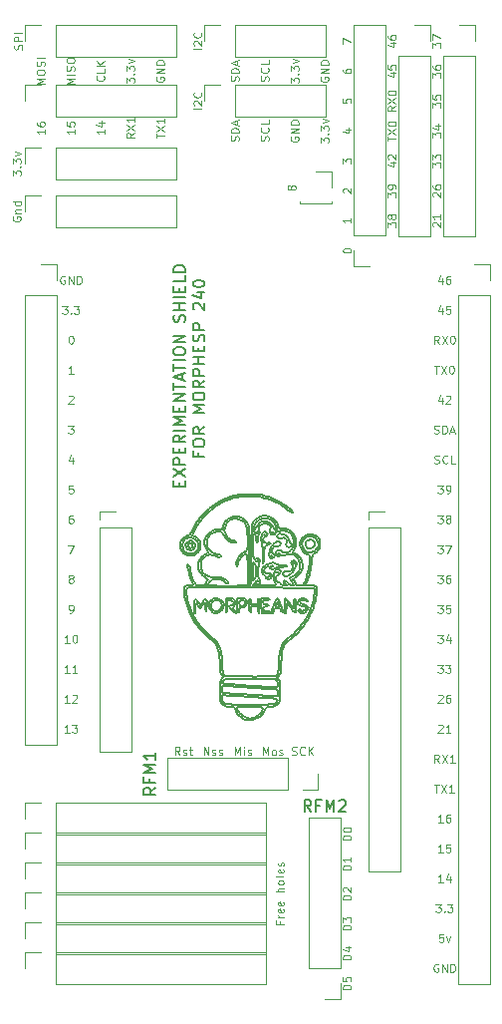
<source format=gbr>
%TF.GenerationSoftware,KiCad,Pcbnew,(5.1.6)-1*%
%TF.CreationDate,2020-08-14T19:02:09+02:00*%
%TF.ProjectId,ESP32-S2-WROOM,45535033-322d-4533-922d-57524f4f4d2e,1.2*%
%TF.SameCoordinates,Original*%
%TF.FileFunction,Legend,Top*%
%TF.FilePolarity,Positive*%
%FSLAX46Y46*%
G04 Gerber Fmt 4.6, Leading zero omitted, Abs format (unit mm)*
G04 Created by KiCad (PCBNEW (5.1.6)-1) date 2020-08-14 19:02:09*
%MOMM*%
%LPD*%
G01*
G04 APERTURE LIST*
%ADD10C,0.100000*%
%ADD11C,0.150000*%
%ADD12C,0.200000*%
%ADD13C,0.120000*%
G04 APERTURE END LIST*
D10*
X112580000Y-103186666D02*
X112346666Y-102853333D01*
X112180000Y-103186666D02*
X112180000Y-102486666D01*
X112446666Y-102486666D01*
X112513333Y-102520000D01*
X112546666Y-102553333D01*
X112580000Y-102620000D01*
X112580000Y-102720000D01*
X112546666Y-102786666D01*
X112513333Y-102820000D01*
X112446666Y-102853333D01*
X112180000Y-102853333D01*
X112813333Y-102486666D02*
X113280000Y-103186666D01*
X113280000Y-102486666D02*
X112813333Y-103186666D01*
X113913333Y-103186666D02*
X113513333Y-103186666D01*
X113713333Y-103186666D02*
X113713333Y-102486666D01*
X113646666Y-102586666D01*
X113580000Y-102653333D01*
X113513333Y-102686666D01*
X112463333Y-87246666D02*
X112896666Y-87246666D01*
X112663333Y-87513333D01*
X112763333Y-87513333D01*
X112830000Y-87546666D01*
X112863333Y-87580000D01*
X112896666Y-87646666D01*
X112896666Y-87813333D01*
X112863333Y-87880000D01*
X112830000Y-87913333D01*
X112763333Y-87946666D01*
X112563333Y-87946666D01*
X112496666Y-87913333D01*
X112463333Y-87880000D01*
X113496666Y-87246666D02*
X113363333Y-87246666D01*
X113296666Y-87280000D01*
X113263333Y-87313333D01*
X113196666Y-87413333D01*
X113163333Y-87546666D01*
X113163333Y-87813333D01*
X113196666Y-87880000D01*
X113230000Y-87913333D01*
X113296666Y-87946666D01*
X113430000Y-87946666D01*
X113496666Y-87913333D01*
X113530000Y-87880000D01*
X113563333Y-87813333D01*
X113563333Y-87646666D01*
X113530000Y-87580000D01*
X113496666Y-87546666D01*
X113430000Y-87513333D01*
X113296666Y-87513333D01*
X113230000Y-87546666D01*
X113196666Y-87580000D01*
X113163333Y-87646666D01*
X112463333Y-82166666D02*
X112896666Y-82166666D01*
X112663333Y-82433333D01*
X112763333Y-82433333D01*
X112830000Y-82466666D01*
X112863333Y-82500000D01*
X112896666Y-82566666D01*
X112896666Y-82733333D01*
X112863333Y-82800000D01*
X112830000Y-82833333D01*
X112763333Y-82866666D01*
X112563333Y-82866666D01*
X112496666Y-82833333D01*
X112463333Y-82800000D01*
X113296666Y-82466666D02*
X113230000Y-82433333D01*
X113196666Y-82400000D01*
X113163333Y-82333333D01*
X113163333Y-82300000D01*
X113196666Y-82233333D01*
X113230000Y-82200000D01*
X113296666Y-82166666D01*
X113430000Y-82166666D01*
X113496666Y-82200000D01*
X113530000Y-82233333D01*
X113563333Y-82300000D01*
X113563333Y-82333333D01*
X113530000Y-82400000D01*
X113496666Y-82433333D01*
X113430000Y-82466666D01*
X113296666Y-82466666D01*
X113230000Y-82500000D01*
X113196666Y-82533333D01*
X113163333Y-82600000D01*
X113163333Y-82733333D01*
X113196666Y-82800000D01*
X113230000Y-82833333D01*
X113296666Y-82866666D01*
X113430000Y-82866666D01*
X113496666Y-82833333D01*
X113530000Y-82800000D01*
X113563333Y-82733333D01*
X113563333Y-82600000D01*
X113530000Y-82533333D01*
X113496666Y-82500000D01*
X113430000Y-82466666D01*
X76358000Y-56838000D02*
X76324666Y-56904666D01*
X76324666Y-57004666D01*
X76358000Y-57104666D01*
X76424666Y-57171333D01*
X76491333Y-57204666D01*
X76624666Y-57238000D01*
X76724666Y-57238000D01*
X76858000Y-57204666D01*
X76924666Y-57171333D01*
X76991333Y-57104666D01*
X77024666Y-57004666D01*
X77024666Y-56938000D01*
X76991333Y-56838000D01*
X76958000Y-56804666D01*
X76724666Y-56804666D01*
X76724666Y-56938000D01*
X76558000Y-56504666D02*
X77024666Y-56504666D01*
X76624666Y-56504666D02*
X76591333Y-56471333D01*
X76558000Y-56404666D01*
X76558000Y-56304666D01*
X76591333Y-56238000D01*
X76658000Y-56204666D01*
X77024666Y-56204666D01*
X77024666Y-55571333D02*
X76324666Y-55571333D01*
X76991333Y-55571333D02*
X77024666Y-55638000D01*
X77024666Y-55771333D01*
X76991333Y-55838000D01*
X76958000Y-55871333D01*
X76891333Y-55904666D01*
X76691333Y-55904666D01*
X76624666Y-55871333D01*
X76591333Y-55838000D01*
X76558000Y-55771333D01*
X76558000Y-55638000D01*
X76591333Y-55571333D01*
X112463333Y-84706666D02*
X112896666Y-84706666D01*
X112663333Y-84973333D01*
X112763333Y-84973333D01*
X112830000Y-85006666D01*
X112863333Y-85040000D01*
X112896666Y-85106666D01*
X112896666Y-85273333D01*
X112863333Y-85340000D01*
X112830000Y-85373333D01*
X112763333Y-85406666D01*
X112563333Y-85406666D01*
X112496666Y-85373333D01*
X112463333Y-85340000D01*
X113130000Y-84706666D02*
X113596666Y-84706666D01*
X113296666Y-85406666D01*
X112896666Y-113346666D02*
X112496666Y-113346666D01*
X112696666Y-113346666D02*
X112696666Y-112646666D01*
X112630000Y-112746666D01*
X112563333Y-112813333D01*
X112496666Y-112846666D01*
X113496666Y-112880000D02*
X113496666Y-113346666D01*
X113330000Y-112613333D02*
X113163333Y-113113333D01*
X113596666Y-113113333D01*
X79056666Y-49409333D02*
X79056666Y-49809333D01*
X79056666Y-49609333D02*
X78356666Y-49609333D01*
X78456666Y-49676000D01*
X78523333Y-49742666D01*
X78556666Y-49809333D01*
X78356666Y-48809333D02*
X78356666Y-48942666D01*
X78390000Y-49009333D01*
X78423333Y-49042666D01*
X78523333Y-49109333D01*
X78656666Y-49142666D01*
X78923333Y-49142666D01*
X78990000Y-49109333D01*
X79023333Y-49076000D01*
X79056666Y-49009333D01*
X79056666Y-48876000D01*
X79023333Y-48809333D01*
X78990000Y-48776000D01*
X78923333Y-48742666D01*
X78756666Y-48742666D01*
X78690000Y-48776000D01*
X78656666Y-48809333D01*
X78623333Y-48876000D01*
X78623333Y-49009333D01*
X78656666Y-49076000D01*
X78690000Y-49109333D01*
X78756666Y-49142666D01*
X81596666Y-49409333D02*
X81596666Y-49809333D01*
X81596666Y-49609333D02*
X80896666Y-49609333D01*
X80996666Y-49676000D01*
X81063333Y-49742666D01*
X81096666Y-49809333D01*
X80896666Y-48776000D02*
X80896666Y-49109333D01*
X81230000Y-49142666D01*
X81196666Y-49109333D01*
X81163333Y-49042666D01*
X81163333Y-48876000D01*
X81196666Y-48809333D01*
X81230000Y-48776000D01*
X81296666Y-48742666D01*
X81463333Y-48742666D01*
X81530000Y-48776000D01*
X81563333Y-48809333D01*
X81596666Y-48876000D01*
X81596666Y-49042666D01*
X81563333Y-49109333D01*
X81530000Y-49142666D01*
X84136666Y-49409333D02*
X84136666Y-49809333D01*
X84136666Y-49609333D02*
X83436666Y-49609333D01*
X83536666Y-49676000D01*
X83603333Y-49742666D01*
X83636666Y-49809333D01*
X83670000Y-48809333D02*
X84136666Y-48809333D01*
X83403333Y-48976000D02*
X83903333Y-49142666D01*
X83903333Y-48709333D01*
X79056666Y-45550000D02*
X78356666Y-45550000D01*
X78856666Y-45316666D01*
X78356666Y-45083333D01*
X79056666Y-45083333D01*
X78356666Y-44616666D02*
X78356666Y-44483333D01*
X78390000Y-44416666D01*
X78456666Y-44350000D01*
X78590000Y-44316666D01*
X78823333Y-44316666D01*
X78956666Y-44350000D01*
X79023333Y-44416666D01*
X79056666Y-44483333D01*
X79056666Y-44616666D01*
X79023333Y-44683333D01*
X78956666Y-44750000D01*
X78823333Y-44783333D01*
X78590000Y-44783333D01*
X78456666Y-44750000D01*
X78390000Y-44683333D01*
X78356666Y-44616666D01*
X79023333Y-44050000D02*
X79056666Y-43950000D01*
X79056666Y-43783333D01*
X79023333Y-43716666D01*
X78990000Y-43683333D01*
X78923333Y-43650000D01*
X78856666Y-43650000D01*
X78790000Y-43683333D01*
X78756666Y-43716666D01*
X78723333Y-43783333D01*
X78690000Y-43916666D01*
X78656666Y-43983333D01*
X78623333Y-44016666D01*
X78556666Y-44050000D01*
X78490000Y-44050000D01*
X78423333Y-44016666D01*
X78390000Y-43983333D01*
X78356666Y-43916666D01*
X78356666Y-43750000D01*
X78390000Y-43650000D01*
X79056666Y-43350000D02*
X78356666Y-43350000D01*
X84070000Y-44866666D02*
X84103333Y-44900000D01*
X84136666Y-45000000D01*
X84136666Y-45066666D01*
X84103333Y-45166666D01*
X84036666Y-45233333D01*
X83970000Y-45266666D01*
X83836666Y-45300000D01*
X83736666Y-45300000D01*
X83603333Y-45266666D01*
X83536666Y-45233333D01*
X83470000Y-45166666D01*
X83436666Y-45066666D01*
X83436666Y-45000000D01*
X83470000Y-44900000D01*
X83503333Y-44866666D01*
X84136666Y-44233333D02*
X84136666Y-44566666D01*
X83436666Y-44566666D01*
X84136666Y-44000000D02*
X83436666Y-44000000D01*
X84136666Y-43600000D02*
X83736666Y-43900000D01*
X83436666Y-43600000D02*
X83836666Y-44000000D01*
X81596666Y-45550000D02*
X80896666Y-45550000D01*
X81396666Y-45316666D01*
X80896666Y-45083333D01*
X81596666Y-45083333D01*
X81596666Y-44750000D02*
X80896666Y-44750000D01*
X81563333Y-44450000D02*
X81596666Y-44350000D01*
X81596666Y-44183333D01*
X81563333Y-44116666D01*
X81530000Y-44083333D01*
X81463333Y-44050000D01*
X81396666Y-44050000D01*
X81330000Y-44083333D01*
X81296666Y-44116666D01*
X81263333Y-44183333D01*
X81230000Y-44316666D01*
X81196666Y-44383333D01*
X81163333Y-44416666D01*
X81096666Y-44450000D01*
X81030000Y-44450000D01*
X80963333Y-44416666D01*
X80930000Y-44383333D01*
X80896666Y-44316666D01*
X80896666Y-44150000D01*
X80930000Y-44050000D01*
X80896666Y-43616666D02*
X80896666Y-43483333D01*
X80930000Y-43416666D01*
X80996666Y-43350000D01*
X81130000Y-43316666D01*
X81363333Y-43316666D01*
X81496666Y-43350000D01*
X81563333Y-43416666D01*
X81596666Y-43483333D01*
X81596666Y-43616666D01*
X81563333Y-43683333D01*
X81496666Y-43750000D01*
X81363333Y-43783333D01*
X81130000Y-43783333D01*
X80996666Y-43750000D01*
X80930000Y-43683333D01*
X80896666Y-43616666D01*
X85976666Y-45450000D02*
X85976666Y-45016666D01*
X86243333Y-45250000D01*
X86243333Y-45150000D01*
X86276666Y-45083333D01*
X86310000Y-45050000D01*
X86376666Y-45016666D01*
X86543333Y-45016666D01*
X86610000Y-45050000D01*
X86643333Y-45083333D01*
X86676666Y-45150000D01*
X86676666Y-45350000D01*
X86643333Y-45416666D01*
X86610000Y-45450000D01*
X86610000Y-44716666D02*
X86643333Y-44683333D01*
X86676666Y-44716666D01*
X86643333Y-44750000D01*
X86610000Y-44716666D01*
X86676666Y-44716666D01*
X85976666Y-44450000D02*
X85976666Y-44016666D01*
X86243333Y-44250000D01*
X86243333Y-44150000D01*
X86276666Y-44083333D01*
X86310000Y-44050000D01*
X86376666Y-44016666D01*
X86543333Y-44016666D01*
X86610000Y-44050000D01*
X86643333Y-44083333D01*
X86676666Y-44150000D01*
X86676666Y-44350000D01*
X86643333Y-44416666D01*
X86610000Y-44450000D01*
X86210000Y-43783333D02*
X86676666Y-43616666D01*
X86210000Y-43450000D01*
X88550000Y-44983333D02*
X88516666Y-45050000D01*
X88516666Y-45150000D01*
X88550000Y-45250000D01*
X88616666Y-45316666D01*
X88683333Y-45350000D01*
X88816666Y-45383333D01*
X88916666Y-45383333D01*
X89050000Y-45350000D01*
X89116666Y-45316666D01*
X89183333Y-45250000D01*
X89216666Y-45150000D01*
X89216666Y-45083333D01*
X89183333Y-44983333D01*
X89150000Y-44950000D01*
X88916666Y-44950000D01*
X88916666Y-45083333D01*
X89216666Y-44650000D02*
X88516666Y-44650000D01*
X89216666Y-44250000D01*
X88516666Y-44250000D01*
X89216666Y-43916666D02*
X88516666Y-43916666D01*
X88516666Y-43750000D01*
X88550000Y-43650000D01*
X88616666Y-43583333D01*
X88683333Y-43550000D01*
X88816666Y-43516666D01*
X88916666Y-43516666D01*
X89050000Y-43550000D01*
X89116666Y-43583333D01*
X89183333Y-43650000D01*
X89216666Y-43750000D01*
X89216666Y-43916666D01*
X76324666Y-53324000D02*
X76324666Y-52890666D01*
X76591333Y-53124000D01*
X76591333Y-53024000D01*
X76624666Y-52957333D01*
X76658000Y-52924000D01*
X76724666Y-52890666D01*
X76891333Y-52890666D01*
X76958000Y-52924000D01*
X76991333Y-52957333D01*
X77024666Y-53024000D01*
X77024666Y-53224000D01*
X76991333Y-53290666D01*
X76958000Y-53324000D01*
X76958000Y-52590666D02*
X76991333Y-52557333D01*
X77024666Y-52590666D01*
X76991333Y-52624000D01*
X76958000Y-52590666D01*
X77024666Y-52590666D01*
X76324666Y-52324000D02*
X76324666Y-51890666D01*
X76591333Y-52124000D01*
X76591333Y-52024000D01*
X76624666Y-51957333D01*
X76658000Y-51924000D01*
X76724666Y-51890666D01*
X76891333Y-51890666D01*
X76958000Y-51924000D01*
X76991333Y-51957333D01*
X77024666Y-52024000D01*
X77024666Y-52224000D01*
X76991333Y-52290666D01*
X76958000Y-52324000D01*
X76558000Y-51657333D02*
X77024666Y-51490666D01*
X76558000Y-51324000D01*
X112463333Y-89786666D02*
X112896666Y-89786666D01*
X112663333Y-90053333D01*
X112763333Y-90053333D01*
X112830000Y-90086666D01*
X112863333Y-90120000D01*
X112896666Y-90186666D01*
X112896666Y-90353333D01*
X112863333Y-90420000D01*
X112830000Y-90453333D01*
X112763333Y-90486666D01*
X112563333Y-90486666D01*
X112496666Y-90453333D01*
X112463333Y-90420000D01*
X113530000Y-89786666D02*
X113196666Y-89786666D01*
X113163333Y-90120000D01*
X113196666Y-90086666D01*
X113263333Y-90053333D01*
X113430000Y-90053333D01*
X113496666Y-90086666D01*
X113530000Y-90120000D01*
X113563333Y-90186666D01*
X113563333Y-90353333D01*
X113530000Y-90420000D01*
X113496666Y-90453333D01*
X113430000Y-90486666D01*
X113263333Y-90486666D01*
X113196666Y-90453333D01*
X113163333Y-90420000D01*
X112463333Y-92326666D02*
X112896666Y-92326666D01*
X112663333Y-92593333D01*
X112763333Y-92593333D01*
X112830000Y-92626666D01*
X112863333Y-92660000D01*
X112896666Y-92726666D01*
X112896666Y-92893333D01*
X112863333Y-92960000D01*
X112830000Y-92993333D01*
X112763333Y-93026666D01*
X112563333Y-93026666D01*
X112496666Y-92993333D01*
X112463333Y-92960000D01*
X113496666Y-92560000D02*
X113496666Y-93026666D01*
X113330000Y-92293333D02*
X113163333Y-92793333D01*
X113596666Y-92793333D01*
X112296666Y-115186666D02*
X112730000Y-115186666D01*
X112496666Y-115453333D01*
X112596666Y-115453333D01*
X112663333Y-115486666D01*
X112696666Y-115520000D01*
X112730000Y-115586666D01*
X112730000Y-115753333D01*
X112696666Y-115820000D01*
X112663333Y-115853333D01*
X112596666Y-115886666D01*
X112396666Y-115886666D01*
X112330000Y-115853333D01*
X112296666Y-115820000D01*
X113030000Y-115820000D02*
X113063333Y-115853333D01*
X113030000Y-115886666D01*
X112996666Y-115853333D01*
X113030000Y-115820000D01*
X113030000Y-115886666D01*
X113296666Y-115186666D02*
X113730000Y-115186666D01*
X113496666Y-115453333D01*
X113596666Y-115453333D01*
X113663333Y-115486666D01*
X113696666Y-115520000D01*
X113730000Y-115586666D01*
X113730000Y-115753333D01*
X113696666Y-115820000D01*
X113663333Y-115853333D01*
X113596666Y-115886666D01*
X113396666Y-115886666D01*
X113330000Y-115853333D01*
X113296666Y-115820000D01*
X112896666Y-110806666D02*
X112496666Y-110806666D01*
X112696666Y-110806666D02*
X112696666Y-110106666D01*
X112630000Y-110206666D01*
X112563333Y-110273333D01*
X112496666Y-110306666D01*
X113530000Y-110106666D02*
X113196666Y-110106666D01*
X113163333Y-110440000D01*
X113196666Y-110406666D01*
X113263333Y-110373333D01*
X113430000Y-110373333D01*
X113496666Y-110406666D01*
X113530000Y-110440000D01*
X113563333Y-110506666D01*
X113563333Y-110673333D01*
X113530000Y-110740000D01*
X113496666Y-110773333D01*
X113430000Y-110806666D01*
X113263333Y-110806666D01*
X113196666Y-110773333D01*
X113163333Y-110740000D01*
X99010000Y-116683333D02*
X99010000Y-116916666D01*
X99376666Y-116916666D02*
X98676666Y-116916666D01*
X98676666Y-116583333D01*
X99376666Y-116316666D02*
X98910000Y-116316666D01*
X99043333Y-116316666D02*
X98976666Y-116283333D01*
X98943333Y-116250000D01*
X98910000Y-116183333D01*
X98910000Y-116116666D01*
X99343333Y-115616666D02*
X99376666Y-115683333D01*
X99376666Y-115816666D01*
X99343333Y-115883333D01*
X99276666Y-115916666D01*
X99010000Y-115916666D01*
X98943333Y-115883333D01*
X98910000Y-115816666D01*
X98910000Y-115683333D01*
X98943333Y-115616666D01*
X99010000Y-115583333D01*
X99076666Y-115583333D01*
X99143333Y-115916666D01*
X99343333Y-115016666D02*
X99376666Y-115083333D01*
X99376666Y-115216666D01*
X99343333Y-115283333D01*
X99276666Y-115316666D01*
X99010000Y-115316666D01*
X98943333Y-115283333D01*
X98910000Y-115216666D01*
X98910000Y-115083333D01*
X98943333Y-115016666D01*
X99010000Y-114983333D01*
X99076666Y-114983333D01*
X99143333Y-115316666D01*
X99376666Y-114150000D02*
X98676666Y-114150000D01*
X99376666Y-113850000D02*
X99010000Y-113850000D01*
X98943333Y-113883333D01*
X98910000Y-113950000D01*
X98910000Y-114050000D01*
X98943333Y-114116666D01*
X98976666Y-114150000D01*
X99376666Y-113416666D02*
X99343333Y-113483333D01*
X99310000Y-113516666D01*
X99243333Y-113550000D01*
X99043333Y-113550000D01*
X98976666Y-113516666D01*
X98943333Y-113483333D01*
X98910000Y-113416666D01*
X98910000Y-113316666D01*
X98943333Y-113250000D01*
X98976666Y-113216666D01*
X99043333Y-113183333D01*
X99243333Y-113183333D01*
X99310000Y-113216666D01*
X99343333Y-113250000D01*
X99376666Y-113316666D01*
X99376666Y-113416666D01*
X99376666Y-112783333D02*
X99343333Y-112850000D01*
X99276666Y-112883333D01*
X98676666Y-112883333D01*
X99343333Y-112250000D02*
X99376666Y-112316666D01*
X99376666Y-112450000D01*
X99343333Y-112516666D01*
X99276666Y-112550000D01*
X99010000Y-112550000D01*
X98943333Y-112516666D01*
X98910000Y-112450000D01*
X98910000Y-112316666D01*
X98943333Y-112250000D01*
X99010000Y-112216666D01*
X99076666Y-112216666D01*
X99143333Y-112550000D01*
X99343333Y-111950000D02*
X99376666Y-111883333D01*
X99376666Y-111750000D01*
X99343333Y-111683333D01*
X99276666Y-111650000D01*
X99243333Y-111650000D01*
X99176666Y-111683333D01*
X99143333Y-111750000D01*
X99143333Y-111850000D01*
X99110000Y-111916666D01*
X99043333Y-111950000D01*
X99010000Y-111950000D01*
X98943333Y-111916666D01*
X98910000Y-111850000D01*
X98910000Y-111750000D01*
X98943333Y-111683333D01*
X112496666Y-100013333D02*
X112530000Y-99980000D01*
X112596666Y-99946666D01*
X112763333Y-99946666D01*
X112830000Y-99980000D01*
X112863333Y-100013333D01*
X112896666Y-100080000D01*
X112896666Y-100146666D01*
X112863333Y-100246666D01*
X112463333Y-100646666D01*
X112896666Y-100646666D01*
X113563333Y-100646666D02*
X113163333Y-100646666D01*
X113363333Y-100646666D02*
X113363333Y-99946666D01*
X113296666Y-100046666D01*
X113230000Y-100113333D01*
X113163333Y-100146666D01*
X112496666Y-120300000D02*
X112430000Y-120266666D01*
X112330000Y-120266666D01*
X112230000Y-120300000D01*
X112163333Y-120366666D01*
X112130000Y-120433333D01*
X112096666Y-120566666D01*
X112096666Y-120666666D01*
X112130000Y-120800000D01*
X112163333Y-120866666D01*
X112230000Y-120933333D01*
X112330000Y-120966666D01*
X112396666Y-120966666D01*
X112496666Y-120933333D01*
X112530000Y-120900000D01*
X112530000Y-120666666D01*
X112396666Y-120666666D01*
X112830000Y-120966666D02*
X112830000Y-120266666D01*
X113230000Y-120966666D01*
X113230000Y-120266666D01*
X113563333Y-120966666D02*
X113563333Y-120266666D01*
X113730000Y-120266666D01*
X113830000Y-120300000D01*
X113896666Y-120366666D01*
X113930000Y-120433333D01*
X113963333Y-120566666D01*
X113963333Y-120666666D01*
X113930000Y-120800000D01*
X113896666Y-120866666D01*
X113830000Y-120933333D01*
X113730000Y-120966666D01*
X113563333Y-120966666D01*
X81480000Y-70166666D02*
X81080000Y-70166666D01*
X81280000Y-70166666D02*
X81280000Y-69466666D01*
X81213333Y-69566666D01*
X81146666Y-69633333D01*
X81080000Y-69666666D01*
X81046666Y-74546666D02*
X81480000Y-74546666D01*
X81246666Y-74813333D01*
X81346666Y-74813333D01*
X81413333Y-74846666D01*
X81446666Y-74880000D01*
X81480000Y-74946666D01*
X81480000Y-75113333D01*
X81446666Y-75180000D01*
X81413333Y-75213333D01*
X81346666Y-75246666D01*
X81146666Y-75246666D01*
X81080000Y-75213333D01*
X81046666Y-75180000D01*
X81413333Y-77320000D02*
X81413333Y-77786666D01*
X81246666Y-77053333D02*
X81080000Y-77553333D01*
X81513333Y-77553333D01*
X81446666Y-79626666D02*
X81113333Y-79626666D01*
X81080000Y-79960000D01*
X81113333Y-79926666D01*
X81180000Y-79893333D01*
X81346666Y-79893333D01*
X81413333Y-79926666D01*
X81446666Y-79960000D01*
X81480000Y-80026666D01*
X81480000Y-80193333D01*
X81446666Y-80260000D01*
X81413333Y-80293333D01*
X81346666Y-80326666D01*
X81180000Y-80326666D01*
X81113333Y-80293333D01*
X81080000Y-80260000D01*
X80546666Y-64386666D02*
X80980000Y-64386666D01*
X80746666Y-64653333D01*
X80846666Y-64653333D01*
X80913333Y-64686666D01*
X80946666Y-64720000D01*
X80980000Y-64786666D01*
X80980000Y-64953333D01*
X80946666Y-65020000D01*
X80913333Y-65053333D01*
X80846666Y-65086666D01*
X80646666Y-65086666D01*
X80580000Y-65053333D01*
X80546666Y-65020000D01*
X81280000Y-65020000D02*
X81313333Y-65053333D01*
X81280000Y-65086666D01*
X81246666Y-65053333D01*
X81280000Y-65020000D01*
X81280000Y-65086666D01*
X81546666Y-64386666D02*
X81980000Y-64386666D01*
X81746666Y-64653333D01*
X81846666Y-64653333D01*
X81913333Y-64686666D01*
X81946666Y-64720000D01*
X81980000Y-64786666D01*
X81980000Y-64953333D01*
X81946666Y-65020000D01*
X81913333Y-65053333D01*
X81846666Y-65086666D01*
X81646666Y-65086666D01*
X81580000Y-65053333D01*
X81546666Y-65020000D01*
X81046666Y-84706666D02*
X81513333Y-84706666D01*
X81213333Y-85406666D01*
X81146666Y-98106666D02*
X80746666Y-98106666D01*
X80946666Y-98106666D02*
X80946666Y-97406666D01*
X80880000Y-97506666D01*
X80813333Y-97573333D01*
X80746666Y-97606666D01*
X81413333Y-97473333D02*
X81446666Y-97440000D01*
X81513333Y-97406666D01*
X81680000Y-97406666D01*
X81746666Y-97440000D01*
X81780000Y-97473333D01*
X81813333Y-97540000D01*
X81813333Y-97606666D01*
X81780000Y-97706666D01*
X81380000Y-98106666D01*
X81813333Y-98106666D01*
X81080000Y-72073333D02*
X81113333Y-72040000D01*
X81180000Y-72006666D01*
X81346666Y-72006666D01*
X81413333Y-72040000D01*
X81446666Y-72073333D01*
X81480000Y-72140000D01*
X81480000Y-72206666D01*
X81446666Y-72306666D01*
X81046666Y-72706666D01*
X81480000Y-72706666D01*
X81213333Y-87546666D02*
X81146666Y-87513333D01*
X81113333Y-87480000D01*
X81080000Y-87413333D01*
X81080000Y-87380000D01*
X81113333Y-87313333D01*
X81146666Y-87280000D01*
X81213333Y-87246666D01*
X81346666Y-87246666D01*
X81413333Y-87280000D01*
X81446666Y-87313333D01*
X81480000Y-87380000D01*
X81480000Y-87413333D01*
X81446666Y-87480000D01*
X81413333Y-87513333D01*
X81346666Y-87546666D01*
X81213333Y-87546666D01*
X81146666Y-87580000D01*
X81113333Y-87613333D01*
X81080000Y-87680000D01*
X81080000Y-87813333D01*
X81113333Y-87880000D01*
X81146666Y-87913333D01*
X81213333Y-87946666D01*
X81346666Y-87946666D01*
X81413333Y-87913333D01*
X81446666Y-87880000D01*
X81480000Y-87813333D01*
X81480000Y-87680000D01*
X81446666Y-87613333D01*
X81413333Y-87580000D01*
X81346666Y-87546666D01*
X81413333Y-82166666D02*
X81280000Y-82166666D01*
X81213333Y-82200000D01*
X81180000Y-82233333D01*
X81113333Y-82333333D01*
X81080000Y-82466666D01*
X81080000Y-82733333D01*
X81113333Y-82800000D01*
X81146666Y-82833333D01*
X81213333Y-82866666D01*
X81346666Y-82866666D01*
X81413333Y-82833333D01*
X81446666Y-82800000D01*
X81480000Y-82733333D01*
X81480000Y-82566666D01*
X81446666Y-82500000D01*
X81413333Y-82466666D01*
X81346666Y-82433333D01*
X81213333Y-82433333D01*
X81146666Y-82466666D01*
X81113333Y-82500000D01*
X81080000Y-82566666D01*
X81146666Y-100646666D02*
X80746666Y-100646666D01*
X80946666Y-100646666D02*
X80946666Y-99946666D01*
X80880000Y-100046666D01*
X80813333Y-100113333D01*
X80746666Y-100146666D01*
X81380000Y-99946666D02*
X81813333Y-99946666D01*
X81580000Y-100213333D01*
X81680000Y-100213333D01*
X81746666Y-100246666D01*
X81780000Y-100280000D01*
X81813333Y-100346666D01*
X81813333Y-100513333D01*
X81780000Y-100580000D01*
X81746666Y-100613333D01*
X81680000Y-100646666D01*
X81480000Y-100646666D01*
X81413333Y-100613333D01*
X81380000Y-100580000D01*
X81146666Y-93026666D02*
X80746666Y-93026666D01*
X80946666Y-93026666D02*
X80946666Y-92326666D01*
X80880000Y-92426666D01*
X80813333Y-92493333D01*
X80746666Y-92526666D01*
X81580000Y-92326666D02*
X81646666Y-92326666D01*
X81713333Y-92360000D01*
X81746666Y-92393333D01*
X81780000Y-92460000D01*
X81813333Y-92593333D01*
X81813333Y-92760000D01*
X81780000Y-92893333D01*
X81746666Y-92960000D01*
X81713333Y-92993333D01*
X81646666Y-93026666D01*
X81580000Y-93026666D01*
X81513333Y-92993333D01*
X81480000Y-92960000D01*
X81446666Y-92893333D01*
X81413333Y-92760000D01*
X81413333Y-92593333D01*
X81446666Y-92460000D01*
X81480000Y-92393333D01*
X81513333Y-92360000D01*
X81580000Y-92326666D01*
X81146666Y-90486666D02*
X81280000Y-90486666D01*
X81346666Y-90453333D01*
X81380000Y-90420000D01*
X81446666Y-90320000D01*
X81480000Y-90186666D01*
X81480000Y-89920000D01*
X81446666Y-89853333D01*
X81413333Y-89820000D01*
X81346666Y-89786666D01*
X81213333Y-89786666D01*
X81146666Y-89820000D01*
X81113333Y-89853333D01*
X81080000Y-89920000D01*
X81080000Y-90086666D01*
X81113333Y-90153333D01*
X81146666Y-90186666D01*
X81213333Y-90220000D01*
X81346666Y-90220000D01*
X81413333Y-90186666D01*
X81446666Y-90153333D01*
X81480000Y-90086666D01*
X81146666Y-95566666D02*
X80746666Y-95566666D01*
X80946666Y-95566666D02*
X80946666Y-94866666D01*
X80880000Y-94966666D01*
X80813333Y-95033333D01*
X80746666Y-95066666D01*
X81813333Y-95566666D02*
X81413333Y-95566666D01*
X81613333Y-95566666D02*
X81613333Y-94866666D01*
X81546666Y-94966666D01*
X81480000Y-95033333D01*
X81413333Y-95066666D01*
X81246666Y-66926666D02*
X81313333Y-66926666D01*
X81380000Y-66960000D01*
X81413333Y-66993333D01*
X81446666Y-67060000D01*
X81480000Y-67193333D01*
X81480000Y-67360000D01*
X81446666Y-67493333D01*
X81413333Y-67560000D01*
X81380000Y-67593333D01*
X81313333Y-67626666D01*
X81246666Y-67626666D01*
X81180000Y-67593333D01*
X81146666Y-67560000D01*
X81113333Y-67493333D01*
X81080000Y-67360000D01*
X81080000Y-67193333D01*
X81113333Y-67060000D01*
X81146666Y-66993333D01*
X81180000Y-66960000D01*
X81246666Y-66926666D01*
D11*
X92130571Y-76842047D02*
X92130571Y-77175380D01*
X92654380Y-77175380D02*
X91654380Y-77175380D01*
X91654380Y-76699190D01*
X91654380Y-76127761D02*
X91654380Y-75937285D01*
X91702000Y-75842047D01*
X91797238Y-75746809D01*
X91987714Y-75699190D01*
X92321047Y-75699190D01*
X92511523Y-75746809D01*
X92606761Y-75842047D01*
X92654380Y-75937285D01*
X92654380Y-76127761D01*
X92606761Y-76223000D01*
X92511523Y-76318238D01*
X92321047Y-76365857D01*
X91987714Y-76365857D01*
X91797238Y-76318238D01*
X91702000Y-76223000D01*
X91654380Y-76127761D01*
X92654380Y-74699190D02*
X92178190Y-75032523D01*
X92654380Y-75270619D02*
X91654380Y-75270619D01*
X91654380Y-74889666D01*
X91702000Y-74794428D01*
X91749619Y-74746809D01*
X91844857Y-74699190D01*
X91987714Y-74699190D01*
X92082952Y-74746809D01*
X92130571Y-74794428D01*
X92178190Y-74889666D01*
X92178190Y-75270619D01*
X92654380Y-73508714D02*
X91654380Y-73508714D01*
X92368666Y-73175380D01*
X91654380Y-72842047D01*
X92654380Y-72842047D01*
X91654380Y-72175380D02*
X91654380Y-71984904D01*
X91702000Y-71889666D01*
X91797238Y-71794428D01*
X91987714Y-71746809D01*
X92321047Y-71746809D01*
X92511523Y-71794428D01*
X92606761Y-71889666D01*
X92654380Y-71984904D01*
X92654380Y-72175380D01*
X92606761Y-72270619D01*
X92511523Y-72365857D01*
X92321047Y-72413476D01*
X91987714Y-72413476D01*
X91797238Y-72365857D01*
X91702000Y-72270619D01*
X91654380Y-72175380D01*
X92654380Y-70746809D02*
X92178190Y-71080142D01*
X92654380Y-71318238D02*
X91654380Y-71318238D01*
X91654380Y-70937285D01*
X91702000Y-70842047D01*
X91749619Y-70794428D01*
X91844857Y-70746809D01*
X91987714Y-70746809D01*
X92082952Y-70794428D01*
X92130571Y-70842047D01*
X92178190Y-70937285D01*
X92178190Y-71318238D01*
X92654380Y-70318238D02*
X91654380Y-70318238D01*
X91654380Y-69937285D01*
X91702000Y-69842047D01*
X91749619Y-69794428D01*
X91844857Y-69746809D01*
X91987714Y-69746809D01*
X92082952Y-69794428D01*
X92130571Y-69842047D01*
X92178190Y-69937285D01*
X92178190Y-70318238D01*
X92654380Y-69318238D02*
X91654380Y-69318238D01*
X92130571Y-69318238D02*
X92130571Y-68746809D01*
X92654380Y-68746809D02*
X91654380Y-68746809D01*
X92130571Y-68270619D02*
X92130571Y-67937285D01*
X92654380Y-67794428D02*
X92654380Y-68270619D01*
X91654380Y-68270619D01*
X91654380Y-67794428D01*
X92606761Y-67413476D02*
X92654380Y-67270619D01*
X92654380Y-67032523D01*
X92606761Y-66937285D01*
X92559142Y-66889666D01*
X92463904Y-66842047D01*
X92368666Y-66842047D01*
X92273428Y-66889666D01*
X92225809Y-66937285D01*
X92178190Y-67032523D01*
X92130571Y-67223000D01*
X92082952Y-67318238D01*
X92035333Y-67365857D01*
X91940095Y-67413476D01*
X91844857Y-67413476D01*
X91749619Y-67365857D01*
X91702000Y-67318238D01*
X91654380Y-67223000D01*
X91654380Y-66984904D01*
X91702000Y-66842047D01*
X92654380Y-66413476D02*
X91654380Y-66413476D01*
X91654380Y-66032523D01*
X91702000Y-65937285D01*
X91749619Y-65889666D01*
X91844857Y-65842047D01*
X91987714Y-65842047D01*
X92082952Y-65889666D01*
X92130571Y-65937285D01*
X92178190Y-66032523D01*
X92178190Y-66413476D01*
X91749619Y-64699190D02*
X91702000Y-64651571D01*
X91654380Y-64556333D01*
X91654380Y-64318238D01*
X91702000Y-64223000D01*
X91749619Y-64175380D01*
X91844857Y-64127761D01*
X91940095Y-64127761D01*
X92082952Y-64175380D01*
X92654380Y-64746809D01*
X92654380Y-64127761D01*
X91987714Y-63270619D02*
X92654380Y-63270619D01*
X91606761Y-63508714D02*
X92321047Y-63746809D01*
X92321047Y-63127761D01*
X91654380Y-62556333D02*
X91654380Y-62461095D01*
X91702000Y-62365857D01*
X91749619Y-62318238D01*
X91844857Y-62270619D01*
X92035333Y-62223000D01*
X92273428Y-62223000D01*
X92463904Y-62270619D01*
X92559142Y-62318238D01*
X92606761Y-62365857D01*
X92654380Y-62461095D01*
X92654380Y-62556333D01*
X92606761Y-62651571D01*
X92559142Y-62699190D01*
X92463904Y-62746809D01*
X92273428Y-62794428D01*
X92035333Y-62794428D01*
X91844857Y-62746809D01*
X91749619Y-62699190D01*
X91702000Y-62651571D01*
X91654380Y-62556333D01*
X90479571Y-79738952D02*
X90479571Y-79405619D01*
X91003380Y-79262761D02*
X91003380Y-79738952D01*
X90003380Y-79738952D01*
X90003380Y-79262761D01*
X90003380Y-78929428D02*
X91003380Y-78262761D01*
X90003380Y-78262761D02*
X91003380Y-78929428D01*
X91003380Y-77881809D02*
X90003380Y-77881809D01*
X90003380Y-77500857D01*
X90051000Y-77405619D01*
X90098619Y-77358000D01*
X90193857Y-77310380D01*
X90336714Y-77310380D01*
X90431952Y-77358000D01*
X90479571Y-77405619D01*
X90527190Y-77500857D01*
X90527190Y-77881809D01*
X90479571Y-76881809D02*
X90479571Y-76548476D01*
X91003380Y-76405619D02*
X91003380Y-76881809D01*
X90003380Y-76881809D01*
X90003380Y-76405619D01*
X91003380Y-75405619D02*
X90527190Y-75738952D01*
X91003380Y-75977047D02*
X90003380Y-75977047D01*
X90003380Y-75596095D01*
X90051000Y-75500857D01*
X90098619Y-75453238D01*
X90193857Y-75405619D01*
X90336714Y-75405619D01*
X90431952Y-75453238D01*
X90479571Y-75500857D01*
X90527190Y-75596095D01*
X90527190Y-75977047D01*
X91003380Y-74977047D02*
X90003380Y-74977047D01*
X91003380Y-74500857D02*
X90003380Y-74500857D01*
X90717666Y-74167523D01*
X90003380Y-73834190D01*
X91003380Y-73834190D01*
X90479571Y-73358000D02*
X90479571Y-73024666D01*
X91003380Y-72881809D02*
X91003380Y-73358000D01*
X90003380Y-73358000D01*
X90003380Y-72881809D01*
X91003380Y-72453238D02*
X90003380Y-72453238D01*
X91003380Y-71881809D01*
X90003380Y-71881809D01*
X90003380Y-71548476D02*
X90003380Y-70977047D01*
X91003380Y-71262761D02*
X90003380Y-71262761D01*
X90717666Y-70691333D02*
X90717666Y-70215142D01*
X91003380Y-70786571D02*
X90003380Y-70453238D01*
X91003380Y-70119904D01*
X90003380Y-69929428D02*
X90003380Y-69358000D01*
X91003380Y-69643714D02*
X90003380Y-69643714D01*
X91003380Y-69024666D02*
X90003380Y-69024666D01*
X90003380Y-68358000D02*
X90003380Y-68167523D01*
X90051000Y-68072285D01*
X90146238Y-67977047D01*
X90336714Y-67929428D01*
X90670047Y-67929428D01*
X90860523Y-67977047D01*
X90955761Y-68072285D01*
X91003380Y-68167523D01*
X91003380Y-68358000D01*
X90955761Y-68453238D01*
X90860523Y-68548476D01*
X90670047Y-68596095D01*
X90336714Y-68596095D01*
X90146238Y-68548476D01*
X90051000Y-68453238D01*
X90003380Y-68358000D01*
X91003380Y-67500857D02*
X90003380Y-67500857D01*
X91003380Y-66929428D01*
X90003380Y-66929428D01*
X90955761Y-65738952D02*
X91003380Y-65596095D01*
X91003380Y-65358000D01*
X90955761Y-65262761D01*
X90908142Y-65215142D01*
X90812904Y-65167523D01*
X90717666Y-65167523D01*
X90622428Y-65215142D01*
X90574809Y-65262761D01*
X90527190Y-65358000D01*
X90479571Y-65548476D01*
X90431952Y-65643714D01*
X90384333Y-65691333D01*
X90289095Y-65738952D01*
X90193857Y-65738952D01*
X90098619Y-65691333D01*
X90051000Y-65643714D01*
X90003380Y-65548476D01*
X90003380Y-65310380D01*
X90051000Y-65167523D01*
X91003380Y-64738952D02*
X90003380Y-64738952D01*
X90479571Y-64738952D02*
X90479571Y-64167523D01*
X91003380Y-64167523D02*
X90003380Y-64167523D01*
X91003380Y-63691333D02*
X90003380Y-63691333D01*
X90479571Y-63215142D02*
X90479571Y-62881809D01*
X91003380Y-62738952D02*
X91003380Y-63215142D01*
X90003380Y-63215142D01*
X90003380Y-62738952D01*
X91003380Y-61834190D02*
X91003380Y-62310380D01*
X90003380Y-62310380D01*
X91003380Y-61500857D02*
X90003380Y-61500857D01*
X90003380Y-61262761D01*
X90051000Y-61119904D01*
X90146238Y-61024666D01*
X90241476Y-60977047D01*
X90431952Y-60929428D01*
X90574809Y-60929428D01*
X90765285Y-60977047D01*
X90860523Y-61024666D01*
X90955761Y-61119904D01*
X91003380Y-61262761D01*
X91003380Y-61500857D01*
D10*
X99992666Y-54422666D02*
X99959333Y-54489333D01*
X99926000Y-54522666D01*
X99859333Y-54556000D01*
X99826000Y-54556000D01*
X99759333Y-54522666D01*
X99726000Y-54489333D01*
X99692666Y-54422666D01*
X99692666Y-54289333D01*
X99726000Y-54222666D01*
X99759333Y-54189333D01*
X99826000Y-54156000D01*
X99859333Y-54156000D01*
X99926000Y-54189333D01*
X99959333Y-54222666D01*
X99992666Y-54289333D01*
X99992666Y-54422666D01*
X100026000Y-54489333D01*
X100059333Y-54522666D01*
X100126000Y-54556000D01*
X100259333Y-54556000D01*
X100326000Y-54522666D01*
X100359333Y-54489333D01*
X100392666Y-54422666D01*
X100392666Y-54289333D01*
X100359333Y-54222666D01*
X100326000Y-54189333D01*
X100259333Y-54156000D01*
X100126000Y-54156000D01*
X100059333Y-54189333D01*
X100026000Y-54222666D01*
X99992666Y-54289333D01*
X105091666Y-122436666D02*
X104391666Y-122436666D01*
X104391666Y-122270000D01*
X104425000Y-122170000D01*
X104491666Y-122103333D01*
X104558333Y-122070000D01*
X104691666Y-122036666D01*
X104791666Y-122036666D01*
X104925000Y-122070000D01*
X104991666Y-122103333D01*
X105058333Y-122170000D01*
X105091666Y-122270000D01*
X105091666Y-122436666D01*
X104391666Y-121403333D02*
X104391666Y-121736666D01*
X104725000Y-121770000D01*
X104691666Y-121736666D01*
X104658333Y-121670000D01*
X104658333Y-121503333D01*
X104691666Y-121436666D01*
X104725000Y-121403333D01*
X104791666Y-121370000D01*
X104958333Y-121370000D01*
X105025000Y-121403333D01*
X105058333Y-121436666D01*
X105091666Y-121503333D01*
X105091666Y-121670000D01*
X105058333Y-121736666D01*
X105025000Y-121770000D01*
X105091666Y-117356666D02*
X104391666Y-117356666D01*
X104391666Y-117190000D01*
X104425000Y-117090000D01*
X104491666Y-117023333D01*
X104558333Y-116990000D01*
X104691666Y-116956666D01*
X104791666Y-116956666D01*
X104925000Y-116990000D01*
X104991666Y-117023333D01*
X105058333Y-117090000D01*
X105091666Y-117190000D01*
X105091666Y-117356666D01*
X104391666Y-116723333D02*
X104391666Y-116290000D01*
X104658333Y-116523333D01*
X104658333Y-116423333D01*
X104691666Y-116356666D01*
X104725000Y-116323333D01*
X104791666Y-116290000D01*
X104958333Y-116290000D01*
X105025000Y-116323333D01*
X105058333Y-116356666D01*
X105091666Y-116423333D01*
X105091666Y-116623333D01*
X105058333Y-116690000D01*
X105025000Y-116723333D01*
X105091666Y-114816666D02*
X104391666Y-114816666D01*
X104391666Y-114650000D01*
X104425000Y-114550000D01*
X104491666Y-114483333D01*
X104558333Y-114450000D01*
X104691666Y-114416666D01*
X104791666Y-114416666D01*
X104925000Y-114450000D01*
X104991666Y-114483333D01*
X105058333Y-114550000D01*
X105091666Y-114650000D01*
X105091666Y-114816666D01*
X104458333Y-114150000D02*
X104425000Y-114116666D01*
X104391666Y-114050000D01*
X104391666Y-113883333D01*
X104425000Y-113816666D01*
X104458333Y-113783333D01*
X104525000Y-113750000D01*
X104591666Y-113750000D01*
X104691666Y-113783333D01*
X105091666Y-114183333D01*
X105091666Y-113750000D01*
X105091666Y-112276666D02*
X104391666Y-112276666D01*
X104391666Y-112110000D01*
X104425000Y-112010000D01*
X104491666Y-111943333D01*
X104558333Y-111910000D01*
X104691666Y-111876666D01*
X104791666Y-111876666D01*
X104925000Y-111910000D01*
X104991666Y-111943333D01*
X105058333Y-112010000D01*
X105091666Y-112110000D01*
X105091666Y-112276666D01*
X105091666Y-111210000D02*
X105091666Y-111610000D01*
X105091666Y-111410000D02*
X104391666Y-111410000D01*
X104491666Y-111476666D01*
X104558333Y-111543333D01*
X104591666Y-111610000D01*
X105091666Y-109736666D02*
X104391666Y-109736666D01*
X104391666Y-109570000D01*
X104425000Y-109470000D01*
X104491666Y-109403333D01*
X104558333Y-109370000D01*
X104691666Y-109336666D01*
X104791666Y-109336666D01*
X104925000Y-109370000D01*
X104991666Y-109403333D01*
X105058333Y-109470000D01*
X105091666Y-109570000D01*
X105091666Y-109736666D01*
X104391666Y-108903333D02*
X104391666Y-108836666D01*
X104425000Y-108770000D01*
X104458333Y-108736666D01*
X104525000Y-108703333D01*
X104658333Y-108670000D01*
X104825000Y-108670000D01*
X104958333Y-108703333D01*
X105025000Y-108736666D01*
X105058333Y-108770000D01*
X105091666Y-108836666D01*
X105091666Y-108903333D01*
X105058333Y-108970000D01*
X105025000Y-109003333D01*
X104958333Y-109036666D01*
X104825000Y-109070000D01*
X104658333Y-109070000D01*
X104525000Y-109036666D01*
X104458333Y-109003333D01*
X104425000Y-108970000D01*
X104391666Y-108903333D01*
X105091666Y-119896666D02*
X104391666Y-119896666D01*
X104391666Y-119730000D01*
X104425000Y-119630000D01*
X104491666Y-119563333D01*
X104558333Y-119530000D01*
X104691666Y-119496666D01*
X104791666Y-119496666D01*
X104925000Y-119530000D01*
X104991666Y-119563333D01*
X105058333Y-119630000D01*
X105091666Y-119730000D01*
X105091666Y-119896666D01*
X104625000Y-118896666D02*
X105091666Y-118896666D01*
X104358333Y-119063333D02*
X104858333Y-119230000D01*
X104858333Y-118796666D01*
X104458333Y-54810000D02*
X104425000Y-54776666D01*
X104391666Y-54710000D01*
X104391666Y-54543333D01*
X104425000Y-54476666D01*
X104458333Y-54443333D01*
X104525000Y-54410000D01*
X104591666Y-54410000D01*
X104691666Y-54443333D01*
X105091666Y-54843333D01*
X105091666Y-54410000D01*
X104391666Y-59723333D02*
X104391666Y-59656666D01*
X104425000Y-59590000D01*
X104458333Y-59556666D01*
X104525000Y-59523333D01*
X104658333Y-59490000D01*
X104825000Y-59490000D01*
X104958333Y-59523333D01*
X105025000Y-59556666D01*
X105058333Y-59590000D01*
X105091666Y-59656666D01*
X105091666Y-59723333D01*
X105058333Y-59790000D01*
X105025000Y-59823333D01*
X104958333Y-59856666D01*
X104825000Y-59890000D01*
X104658333Y-59890000D01*
X104525000Y-59856666D01*
X104458333Y-59823333D01*
X104425000Y-59790000D01*
X104391666Y-59723333D01*
X105091666Y-56950000D02*
X105091666Y-57350000D01*
X105091666Y-57150000D02*
X104391666Y-57150000D01*
X104491666Y-57216666D01*
X104558333Y-57283333D01*
X104591666Y-57350000D01*
X104391666Y-52303333D02*
X104391666Y-51870000D01*
X104658333Y-52103333D01*
X104658333Y-52003333D01*
X104691666Y-51936666D01*
X104725000Y-51903333D01*
X104791666Y-51870000D01*
X104958333Y-51870000D01*
X105025000Y-51903333D01*
X105058333Y-51936666D01*
X105091666Y-52003333D01*
X105091666Y-52203333D01*
X105058333Y-52270000D01*
X105025000Y-52303333D01*
X104625000Y-49396666D02*
X105091666Y-49396666D01*
X104358333Y-49563333D02*
X104858333Y-49730000D01*
X104858333Y-49296666D01*
X104391666Y-44316666D02*
X104391666Y-44450000D01*
X104425000Y-44516666D01*
X104458333Y-44550000D01*
X104558333Y-44616666D01*
X104691666Y-44650000D01*
X104958333Y-44650000D01*
X105025000Y-44616666D01*
X105058333Y-44583333D01*
X105091666Y-44516666D01*
X105091666Y-44383333D01*
X105058333Y-44316666D01*
X105025000Y-44283333D01*
X104958333Y-44250000D01*
X104791666Y-44250000D01*
X104725000Y-44283333D01*
X104691666Y-44316666D01*
X104658333Y-44383333D01*
X104658333Y-44516666D01*
X104691666Y-44583333D01*
X104725000Y-44616666D01*
X104791666Y-44650000D01*
X104391666Y-42143333D02*
X104391666Y-41676666D01*
X105091666Y-41976666D01*
X104391666Y-46823333D02*
X104391666Y-47156666D01*
X104725000Y-47190000D01*
X104691666Y-47156666D01*
X104658333Y-47090000D01*
X104658333Y-46923333D01*
X104691666Y-46856666D01*
X104725000Y-46823333D01*
X104791666Y-46790000D01*
X104958333Y-46790000D01*
X105025000Y-46823333D01*
X105058333Y-46856666D01*
X105091666Y-46923333D01*
X105091666Y-47090000D01*
X105058333Y-47156666D01*
X105025000Y-47190000D01*
X99946666Y-45450000D02*
X99946666Y-45016666D01*
X100213333Y-45250000D01*
X100213333Y-45150000D01*
X100246666Y-45083333D01*
X100280000Y-45050000D01*
X100346666Y-45016666D01*
X100513333Y-45016666D01*
X100580000Y-45050000D01*
X100613333Y-45083333D01*
X100646666Y-45150000D01*
X100646666Y-45350000D01*
X100613333Y-45416666D01*
X100580000Y-45450000D01*
X100580000Y-44716666D02*
X100613333Y-44683333D01*
X100646666Y-44716666D01*
X100613333Y-44750000D01*
X100580000Y-44716666D01*
X100646666Y-44716666D01*
X99946666Y-44450000D02*
X99946666Y-44016666D01*
X100213333Y-44250000D01*
X100213333Y-44150000D01*
X100246666Y-44083333D01*
X100280000Y-44050000D01*
X100346666Y-44016666D01*
X100513333Y-44016666D01*
X100580000Y-44050000D01*
X100613333Y-44083333D01*
X100646666Y-44150000D01*
X100646666Y-44350000D01*
X100613333Y-44416666D01*
X100580000Y-44450000D01*
X100180000Y-43783333D02*
X100646666Y-43616666D01*
X100180000Y-43450000D01*
X95533333Y-50380000D02*
X95566666Y-50280000D01*
X95566666Y-50113333D01*
X95533333Y-50046666D01*
X95500000Y-50013333D01*
X95433333Y-49980000D01*
X95366666Y-49980000D01*
X95300000Y-50013333D01*
X95266666Y-50046666D01*
X95233333Y-50113333D01*
X95200000Y-50246666D01*
X95166666Y-50313333D01*
X95133333Y-50346666D01*
X95066666Y-50380000D01*
X95000000Y-50380000D01*
X94933333Y-50346666D01*
X94900000Y-50313333D01*
X94866666Y-50246666D01*
X94866666Y-50080000D01*
X94900000Y-49980000D01*
X95566666Y-49680000D02*
X94866666Y-49680000D01*
X94866666Y-49513333D01*
X94900000Y-49413333D01*
X94966666Y-49346666D01*
X95033333Y-49313333D01*
X95166666Y-49280000D01*
X95266666Y-49280000D01*
X95400000Y-49313333D01*
X95466666Y-49346666D01*
X95533333Y-49413333D01*
X95566666Y-49513333D01*
X95566666Y-49680000D01*
X95366666Y-49013333D02*
X95366666Y-48680000D01*
X95566666Y-49080000D02*
X94866666Y-48846666D01*
X95566666Y-48613333D01*
X92391666Y-47673333D02*
X91691666Y-47673333D01*
X91758333Y-47373333D02*
X91725000Y-47340000D01*
X91691666Y-47273333D01*
X91691666Y-47106666D01*
X91725000Y-47040000D01*
X91758333Y-47006666D01*
X91825000Y-46973333D01*
X91891666Y-46973333D01*
X91991666Y-47006666D01*
X92391666Y-47406666D01*
X92391666Y-46973333D01*
X92325000Y-46273333D02*
X92358333Y-46306666D01*
X92391666Y-46406666D01*
X92391666Y-46473333D01*
X92358333Y-46573333D01*
X92291666Y-46640000D01*
X92225000Y-46673333D01*
X92091666Y-46706666D01*
X91991666Y-46706666D01*
X91858333Y-46673333D01*
X91791666Y-46640000D01*
X91725000Y-46573333D01*
X91691666Y-46473333D01*
X91691666Y-46406666D01*
X91725000Y-46306666D01*
X91758333Y-46273333D01*
X102486666Y-50530000D02*
X102486666Y-50096666D01*
X102753333Y-50330000D01*
X102753333Y-50230000D01*
X102786666Y-50163333D01*
X102820000Y-50130000D01*
X102886666Y-50096666D01*
X103053333Y-50096666D01*
X103120000Y-50130000D01*
X103153333Y-50163333D01*
X103186666Y-50230000D01*
X103186666Y-50430000D01*
X103153333Y-50496666D01*
X103120000Y-50530000D01*
X103120000Y-49796666D02*
X103153333Y-49763333D01*
X103186666Y-49796666D01*
X103153333Y-49830000D01*
X103120000Y-49796666D01*
X103186666Y-49796666D01*
X102486666Y-49530000D02*
X102486666Y-49096666D01*
X102753333Y-49330000D01*
X102753333Y-49230000D01*
X102786666Y-49163333D01*
X102820000Y-49130000D01*
X102886666Y-49096666D01*
X103053333Y-49096666D01*
X103120000Y-49130000D01*
X103153333Y-49163333D01*
X103186666Y-49230000D01*
X103186666Y-49430000D01*
X103153333Y-49496666D01*
X103120000Y-49530000D01*
X102720000Y-48863333D02*
X103186666Y-48696666D01*
X102720000Y-48530000D01*
X102520000Y-44983333D02*
X102486666Y-45050000D01*
X102486666Y-45150000D01*
X102520000Y-45250000D01*
X102586666Y-45316666D01*
X102653333Y-45350000D01*
X102786666Y-45383333D01*
X102886666Y-45383333D01*
X103020000Y-45350000D01*
X103086666Y-45316666D01*
X103153333Y-45250000D01*
X103186666Y-45150000D01*
X103186666Y-45083333D01*
X103153333Y-44983333D01*
X103120000Y-44950000D01*
X102886666Y-44950000D01*
X102886666Y-45083333D01*
X103186666Y-44650000D02*
X102486666Y-44650000D01*
X103186666Y-44250000D01*
X102486666Y-44250000D01*
X103186666Y-43916666D02*
X102486666Y-43916666D01*
X102486666Y-43750000D01*
X102520000Y-43650000D01*
X102586666Y-43583333D01*
X102653333Y-43550000D01*
X102786666Y-43516666D01*
X102886666Y-43516666D01*
X103020000Y-43550000D01*
X103086666Y-43583333D01*
X103153333Y-43650000D01*
X103186666Y-43750000D01*
X103186666Y-43916666D01*
X98073333Y-50363333D02*
X98106666Y-50263333D01*
X98106666Y-50096666D01*
X98073333Y-50030000D01*
X98040000Y-49996666D01*
X97973333Y-49963333D01*
X97906666Y-49963333D01*
X97840000Y-49996666D01*
X97806666Y-50030000D01*
X97773333Y-50096666D01*
X97740000Y-50230000D01*
X97706666Y-50296666D01*
X97673333Y-50330000D01*
X97606666Y-50363333D01*
X97540000Y-50363333D01*
X97473333Y-50330000D01*
X97440000Y-50296666D01*
X97406666Y-50230000D01*
X97406666Y-50063333D01*
X97440000Y-49963333D01*
X98040000Y-49263333D02*
X98073333Y-49296666D01*
X98106666Y-49396666D01*
X98106666Y-49463333D01*
X98073333Y-49563333D01*
X98006666Y-49630000D01*
X97940000Y-49663333D01*
X97806666Y-49696666D01*
X97706666Y-49696666D01*
X97573333Y-49663333D01*
X97506666Y-49630000D01*
X97440000Y-49563333D01*
X97406666Y-49463333D01*
X97406666Y-49396666D01*
X97440000Y-49296666D01*
X97473333Y-49263333D01*
X98106666Y-48630000D02*
X98106666Y-48963333D01*
X97406666Y-48963333D01*
X77118333Y-42626666D02*
X77151666Y-42526666D01*
X77151666Y-42360000D01*
X77118333Y-42293333D01*
X77085000Y-42260000D01*
X77018333Y-42226666D01*
X76951666Y-42226666D01*
X76885000Y-42260000D01*
X76851666Y-42293333D01*
X76818333Y-42360000D01*
X76785000Y-42493333D01*
X76751666Y-42560000D01*
X76718333Y-42593333D01*
X76651666Y-42626666D01*
X76585000Y-42626666D01*
X76518333Y-42593333D01*
X76485000Y-42560000D01*
X76451666Y-42493333D01*
X76451666Y-42326666D01*
X76485000Y-42226666D01*
X77151666Y-41926666D02*
X76451666Y-41926666D01*
X76451666Y-41660000D01*
X76485000Y-41593333D01*
X76518333Y-41560000D01*
X76585000Y-41526666D01*
X76685000Y-41526666D01*
X76751666Y-41560000D01*
X76785000Y-41593333D01*
X76818333Y-41660000D01*
X76818333Y-41926666D01*
X77151666Y-41226666D02*
X76451666Y-41226666D01*
X98073333Y-45283333D02*
X98106666Y-45183333D01*
X98106666Y-45016666D01*
X98073333Y-44950000D01*
X98040000Y-44916666D01*
X97973333Y-44883333D01*
X97906666Y-44883333D01*
X97840000Y-44916666D01*
X97806666Y-44950000D01*
X97773333Y-45016666D01*
X97740000Y-45150000D01*
X97706666Y-45216666D01*
X97673333Y-45250000D01*
X97606666Y-45283333D01*
X97540000Y-45283333D01*
X97473333Y-45250000D01*
X97440000Y-45216666D01*
X97406666Y-45150000D01*
X97406666Y-44983333D01*
X97440000Y-44883333D01*
X98040000Y-44183333D02*
X98073333Y-44216666D01*
X98106666Y-44316666D01*
X98106666Y-44383333D01*
X98073333Y-44483333D01*
X98006666Y-44550000D01*
X97940000Y-44583333D01*
X97806666Y-44616666D01*
X97706666Y-44616666D01*
X97573333Y-44583333D01*
X97506666Y-44550000D01*
X97440000Y-44483333D01*
X97406666Y-44383333D01*
X97406666Y-44316666D01*
X97440000Y-44216666D01*
X97473333Y-44183333D01*
X98106666Y-43550000D02*
X98106666Y-43883333D01*
X97406666Y-43883333D01*
X95533333Y-45300000D02*
X95566666Y-45200000D01*
X95566666Y-45033333D01*
X95533333Y-44966666D01*
X95500000Y-44933333D01*
X95433333Y-44900000D01*
X95366666Y-44900000D01*
X95300000Y-44933333D01*
X95266666Y-44966666D01*
X95233333Y-45033333D01*
X95200000Y-45166666D01*
X95166666Y-45233333D01*
X95133333Y-45266666D01*
X95066666Y-45300000D01*
X95000000Y-45300000D01*
X94933333Y-45266666D01*
X94900000Y-45233333D01*
X94866666Y-45166666D01*
X94866666Y-45000000D01*
X94900000Y-44900000D01*
X95566666Y-44600000D02*
X94866666Y-44600000D01*
X94866666Y-44433333D01*
X94900000Y-44333333D01*
X94966666Y-44266666D01*
X95033333Y-44233333D01*
X95166666Y-44200000D01*
X95266666Y-44200000D01*
X95400000Y-44233333D01*
X95466666Y-44266666D01*
X95533333Y-44333333D01*
X95566666Y-44433333D01*
X95566666Y-44600000D01*
X95366666Y-43933333D02*
X95366666Y-43600000D01*
X95566666Y-44000000D02*
X94866666Y-43766666D01*
X95566666Y-43533333D01*
X99980000Y-50063333D02*
X99946666Y-50130000D01*
X99946666Y-50230000D01*
X99980000Y-50330000D01*
X100046666Y-50396666D01*
X100113333Y-50430000D01*
X100246666Y-50463333D01*
X100346666Y-50463333D01*
X100480000Y-50430000D01*
X100546666Y-50396666D01*
X100613333Y-50330000D01*
X100646666Y-50230000D01*
X100646666Y-50163333D01*
X100613333Y-50063333D01*
X100580000Y-50030000D01*
X100346666Y-50030000D01*
X100346666Y-50163333D01*
X100646666Y-49730000D02*
X99946666Y-49730000D01*
X100646666Y-49330000D01*
X99946666Y-49330000D01*
X100646666Y-48996666D02*
X99946666Y-48996666D01*
X99946666Y-48830000D01*
X99980000Y-48730000D01*
X100046666Y-48663333D01*
X100113333Y-48630000D01*
X100246666Y-48596666D01*
X100346666Y-48596666D01*
X100480000Y-48630000D01*
X100546666Y-48663333D01*
X100613333Y-48730000D01*
X100646666Y-48830000D01*
X100646666Y-48996666D01*
X92391666Y-42593333D02*
X91691666Y-42593333D01*
X91758333Y-42293333D02*
X91725000Y-42260000D01*
X91691666Y-42193333D01*
X91691666Y-42026666D01*
X91725000Y-41960000D01*
X91758333Y-41926666D01*
X91825000Y-41893333D01*
X91891666Y-41893333D01*
X91991666Y-41926666D01*
X92391666Y-42326666D01*
X92391666Y-41893333D01*
X92325000Y-41193333D02*
X92358333Y-41226666D01*
X92391666Y-41326666D01*
X92391666Y-41393333D01*
X92358333Y-41493333D01*
X92291666Y-41560000D01*
X92225000Y-41593333D01*
X92091666Y-41626666D01*
X91991666Y-41626666D01*
X91858333Y-41593333D01*
X91791666Y-41560000D01*
X91725000Y-41493333D01*
X91691666Y-41393333D01*
X91691666Y-41326666D01*
X91725000Y-41226666D01*
X91758333Y-41193333D01*
X108201666Y-57716666D02*
X108201666Y-57283333D01*
X108468333Y-57516666D01*
X108468333Y-57416666D01*
X108501666Y-57350000D01*
X108535000Y-57316666D01*
X108601666Y-57283333D01*
X108768333Y-57283333D01*
X108835000Y-57316666D01*
X108868333Y-57350000D01*
X108901666Y-57416666D01*
X108901666Y-57616666D01*
X108868333Y-57683333D01*
X108835000Y-57716666D01*
X108501666Y-56883333D02*
X108468333Y-56950000D01*
X108435000Y-56983333D01*
X108368333Y-57016666D01*
X108335000Y-57016666D01*
X108268333Y-56983333D01*
X108235000Y-56950000D01*
X108201666Y-56883333D01*
X108201666Y-56750000D01*
X108235000Y-56683333D01*
X108268333Y-56650000D01*
X108335000Y-56616666D01*
X108368333Y-56616666D01*
X108435000Y-56650000D01*
X108468333Y-56683333D01*
X108501666Y-56750000D01*
X108501666Y-56883333D01*
X108535000Y-56950000D01*
X108568333Y-56983333D01*
X108635000Y-57016666D01*
X108768333Y-57016666D01*
X108835000Y-56983333D01*
X108868333Y-56950000D01*
X108901666Y-56883333D01*
X108901666Y-56750000D01*
X108868333Y-56683333D01*
X108835000Y-56650000D01*
X108768333Y-56616666D01*
X108635000Y-56616666D01*
X108568333Y-56650000D01*
X108535000Y-56683333D01*
X108501666Y-56750000D01*
X108201666Y-55176666D02*
X108201666Y-54743333D01*
X108468333Y-54976666D01*
X108468333Y-54876666D01*
X108501666Y-54810000D01*
X108535000Y-54776666D01*
X108601666Y-54743333D01*
X108768333Y-54743333D01*
X108835000Y-54776666D01*
X108868333Y-54810000D01*
X108901666Y-54876666D01*
X108901666Y-55076666D01*
X108868333Y-55143333D01*
X108835000Y-55176666D01*
X108901666Y-54410000D02*
X108901666Y-54276666D01*
X108868333Y-54210000D01*
X108835000Y-54176666D01*
X108735000Y-54110000D01*
X108601666Y-54076666D01*
X108335000Y-54076666D01*
X108268333Y-54110000D01*
X108235000Y-54143333D01*
X108201666Y-54210000D01*
X108201666Y-54343333D01*
X108235000Y-54410000D01*
X108268333Y-54443333D01*
X108335000Y-54476666D01*
X108501666Y-54476666D01*
X108568333Y-54443333D01*
X108601666Y-54410000D01*
X108635000Y-54343333D01*
X108635000Y-54210000D01*
X108601666Y-54143333D01*
X108568333Y-54110000D01*
X108501666Y-54076666D01*
X112011666Y-50096666D02*
X112011666Y-49663333D01*
X112278333Y-49896666D01*
X112278333Y-49796666D01*
X112311666Y-49730000D01*
X112345000Y-49696666D01*
X112411666Y-49663333D01*
X112578333Y-49663333D01*
X112645000Y-49696666D01*
X112678333Y-49730000D01*
X112711666Y-49796666D01*
X112711666Y-49996666D01*
X112678333Y-50063333D01*
X112645000Y-50096666D01*
X112245000Y-49063333D02*
X112711666Y-49063333D01*
X111978333Y-49230000D02*
X112478333Y-49396666D01*
X112478333Y-48963333D01*
X112011666Y-42476666D02*
X112011666Y-42043333D01*
X112278333Y-42276666D01*
X112278333Y-42176666D01*
X112311666Y-42110000D01*
X112345000Y-42076666D01*
X112411666Y-42043333D01*
X112578333Y-42043333D01*
X112645000Y-42076666D01*
X112678333Y-42110000D01*
X112711666Y-42176666D01*
X112711666Y-42376666D01*
X112678333Y-42443333D01*
X112645000Y-42476666D01*
X112011666Y-41810000D02*
X112011666Y-41343333D01*
X112711666Y-41643333D01*
X112011666Y-47556666D02*
X112011666Y-47123333D01*
X112278333Y-47356666D01*
X112278333Y-47256666D01*
X112311666Y-47190000D01*
X112345000Y-47156666D01*
X112411666Y-47123333D01*
X112578333Y-47123333D01*
X112645000Y-47156666D01*
X112678333Y-47190000D01*
X112711666Y-47256666D01*
X112711666Y-47456666D01*
X112678333Y-47523333D01*
X112645000Y-47556666D01*
X112011666Y-46490000D02*
X112011666Y-46823333D01*
X112345000Y-46856666D01*
X112311666Y-46823333D01*
X112278333Y-46756666D01*
X112278333Y-46590000D01*
X112311666Y-46523333D01*
X112345000Y-46490000D01*
X112411666Y-46456666D01*
X112578333Y-46456666D01*
X112645000Y-46490000D01*
X112678333Y-46523333D01*
X112711666Y-46590000D01*
X112711666Y-46756666D01*
X112678333Y-46823333D01*
X112645000Y-46856666D01*
X108901666Y-47440000D02*
X108568333Y-47673333D01*
X108901666Y-47840000D02*
X108201666Y-47840000D01*
X108201666Y-47573333D01*
X108235000Y-47506666D01*
X108268333Y-47473333D01*
X108335000Y-47440000D01*
X108435000Y-47440000D01*
X108501666Y-47473333D01*
X108535000Y-47506666D01*
X108568333Y-47573333D01*
X108568333Y-47840000D01*
X108201666Y-47206666D02*
X108901666Y-46740000D01*
X108201666Y-46740000D02*
X108901666Y-47206666D01*
X108201666Y-46340000D02*
X108201666Y-46273333D01*
X108235000Y-46206666D01*
X108268333Y-46173333D01*
X108335000Y-46140000D01*
X108468333Y-46106666D01*
X108635000Y-46106666D01*
X108768333Y-46140000D01*
X108835000Y-46173333D01*
X108868333Y-46206666D01*
X108901666Y-46273333D01*
X108901666Y-46340000D01*
X108868333Y-46406666D01*
X108835000Y-46440000D01*
X108768333Y-46473333D01*
X108635000Y-46506666D01*
X108468333Y-46506666D01*
X108335000Y-46473333D01*
X108268333Y-46440000D01*
X108235000Y-46406666D01*
X108201666Y-46340000D01*
X112011666Y-52636666D02*
X112011666Y-52203333D01*
X112278333Y-52436666D01*
X112278333Y-52336666D01*
X112311666Y-52270000D01*
X112345000Y-52236666D01*
X112411666Y-52203333D01*
X112578333Y-52203333D01*
X112645000Y-52236666D01*
X112678333Y-52270000D01*
X112711666Y-52336666D01*
X112711666Y-52536666D01*
X112678333Y-52603333D01*
X112645000Y-52636666D01*
X112011666Y-51970000D02*
X112011666Y-51536666D01*
X112278333Y-51770000D01*
X112278333Y-51670000D01*
X112311666Y-51603333D01*
X112345000Y-51570000D01*
X112411666Y-51536666D01*
X112578333Y-51536666D01*
X112645000Y-51570000D01*
X112678333Y-51603333D01*
X112711666Y-51670000D01*
X112711666Y-51870000D01*
X112678333Y-51936666D01*
X112645000Y-51970000D01*
X108435000Y-42110000D02*
X108901666Y-42110000D01*
X108168333Y-42276666D02*
X108668333Y-42443333D01*
X108668333Y-42010000D01*
X108201666Y-41443333D02*
X108201666Y-41576666D01*
X108235000Y-41643333D01*
X108268333Y-41676666D01*
X108368333Y-41743333D01*
X108501666Y-41776666D01*
X108768333Y-41776666D01*
X108835000Y-41743333D01*
X108868333Y-41710000D01*
X108901666Y-41643333D01*
X108901666Y-41510000D01*
X108868333Y-41443333D01*
X108835000Y-41410000D01*
X108768333Y-41376666D01*
X108601666Y-41376666D01*
X108535000Y-41410000D01*
X108501666Y-41443333D01*
X108468333Y-41510000D01*
X108468333Y-41643333D01*
X108501666Y-41710000D01*
X108535000Y-41743333D01*
X108601666Y-41776666D01*
X108435000Y-44650000D02*
X108901666Y-44650000D01*
X108168333Y-44816666D02*
X108668333Y-44983333D01*
X108668333Y-44550000D01*
X108201666Y-43950000D02*
X108201666Y-44283333D01*
X108535000Y-44316666D01*
X108501666Y-44283333D01*
X108468333Y-44216666D01*
X108468333Y-44050000D01*
X108501666Y-43983333D01*
X108535000Y-43950000D01*
X108601666Y-43916666D01*
X108768333Y-43916666D01*
X108835000Y-43950000D01*
X108868333Y-43983333D01*
X108901666Y-44050000D01*
X108901666Y-44216666D01*
X108868333Y-44283333D01*
X108835000Y-44316666D01*
X112078333Y-55143333D02*
X112045000Y-55110000D01*
X112011666Y-55043333D01*
X112011666Y-54876666D01*
X112045000Y-54810000D01*
X112078333Y-54776666D01*
X112145000Y-54743333D01*
X112211666Y-54743333D01*
X112311666Y-54776666D01*
X112711666Y-55176666D01*
X112711666Y-54743333D01*
X112011666Y-54143333D02*
X112011666Y-54276666D01*
X112045000Y-54343333D01*
X112078333Y-54376666D01*
X112178333Y-54443333D01*
X112311666Y-54476666D01*
X112578333Y-54476666D01*
X112645000Y-54443333D01*
X112678333Y-54410000D01*
X112711666Y-54343333D01*
X112711666Y-54210000D01*
X112678333Y-54143333D01*
X112645000Y-54110000D01*
X112578333Y-54076666D01*
X112411666Y-54076666D01*
X112345000Y-54110000D01*
X112311666Y-54143333D01*
X112278333Y-54210000D01*
X112278333Y-54343333D01*
X112311666Y-54410000D01*
X112345000Y-54443333D01*
X112411666Y-54476666D01*
X112011666Y-45016666D02*
X112011666Y-44583333D01*
X112278333Y-44816666D01*
X112278333Y-44716666D01*
X112311666Y-44650000D01*
X112345000Y-44616666D01*
X112411666Y-44583333D01*
X112578333Y-44583333D01*
X112645000Y-44616666D01*
X112678333Y-44650000D01*
X112711666Y-44716666D01*
X112711666Y-44916666D01*
X112678333Y-44983333D01*
X112645000Y-45016666D01*
X112011666Y-43983333D02*
X112011666Y-44116666D01*
X112045000Y-44183333D01*
X112078333Y-44216666D01*
X112178333Y-44283333D01*
X112311666Y-44316666D01*
X112578333Y-44316666D01*
X112645000Y-44283333D01*
X112678333Y-44250000D01*
X112711666Y-44183333D01*
X112711666Y-44050000D01*
X112678333Y-43983333D01*
X112645000Y-43950000D01*
X112578333Y-43916666D01*
X112411666Y-43916666D01*
X112345000Y-43950000D01*
X112311666Y-43983333D01*
X112278333Y-44050000D01*
X112278333Y-44183333D01*
X112311666Y-44250000D01*
X112345000Y-44283333D01*
X112411666Y-44316666D01*
X112078333Y-57683333D02*
X112045000Y-57650000D01*
X112011666Y-57583333D01*
X112011666Y-57416666D01*
X112045000Y-57350000D01*
X112078333Y-57316666D01*
X112145000Y-57283333D01*
X112211666Y-57283333D01*
X112311666Y-57316666D01*
X112711666Y-57716666D01*
X112711666Y-57283333D01*
X112711666Y-56616666D02*
X112711666Y-57016666D01*
X112711666Y-56816666D02*
X112011666Y-56816666D01*
X112111666Y-56883333D01*
X112178333Y-56950000D01*
X112211666Y-57016666D01*
X108435000Y-52270000D02*
X108901666Y-52270000D01*
X108168333Y-52436666D02*
X108668333Y-52603333D01*
X108668333Y-52170000D01*
X108268333Y-51936666D02*
X108235000Y-51903333D01*
X108201666Y-51836666D01*
X108201666Y-51670000D01*
X108235000Y-51603333D01*
X108268333Y-51570000D01*
X108335000Y-51536666D01*
X108401666Y-51536666D01*
X108501666Y-51570000D01*
X108901666Y-51970000D01*
X108901666Y-51536666D01*
X108201666Y-50396666D02*
X108201666Y-49996666D01*
X108901666Y-50196666D02*
X108201666Y-50196666D01*
X108201666Y-49830000D02*
X108901666Y-49363333D01*
X108201666Y-49363333D02*
X108901666Y-49830000D01*
X108201666Y-48963333D02*
X108201666Y-48896666D01*
X108235000Y-48830000D01*
X108268333Y-48796666D01*
X108335000Y-48763333D01*
X108468333Y-48730000D01*
X108635000Y-48730000D01*
X108768333Y-48763333D01*
X108835000Y-48796666D01*
X108868333Y-48830000D01*
X108901666Y-48896666D01*
X108901666Y-48963333D01*
X108868333Y-49030000D01*
X108835000Y-49063333D01*
X108768333Y-49096666D01*
X108635000Y-49130000D01*
X108468333Y-49130000D01*
X108335000Y-49096666D01*
X108268333Y-49063333D01*
X108235000Y-49030000D01*
X108201666Y-48963333D01*
X112496666Y-97473333D02*
X112530000Y-97440000D01*
X112596666Y-97406666D01*
X112763333Y-97406666D01*
X112830000Y-97440000D01*
X112863333Y-97473333D01*
X112896666Y-97540000D01*
X112896666Y-97606666D01*
X112863333Y-97706666D01*
X112463333Y-98106666D01*
X112896666Y-98106666D01*
X113496666Y-97406666D02*
X113363333Y-97406666D01*
X113296666Y-97440000D01*
X113263333Y-97473333D01*
X113196666Y-97573333D01*
X113163333Y-97706666D01*
X113163333Y-97973333D01*
X113196666Y-98040000D01*
X113230000Y-98073333D01*
X113296666Y-98106666D01*
X113430000Y-98106666D01*
X113496666Y-98073333D01*
X113530000Y-98040000D01*
X113563333Y-97973333D01*
X113563333Y-97806666D01*
X113530000Y-97740000D01*
X113496666Y-97706666D01*
X113430000Y-97673333D01*
X113296666Y-97673333D01*
X113230000Y-97706666D01*
X113196666Y-97740000D01*
X113163333Y-97806666D01*
X112930000Y-117726666D02*
X112596666Y-117726666D01*
X112563333Y-118060000D01*
X112596666Y-118026666D01*
X112663333Y-117993333D01*
X112830000Y-117993333D01*
X112896666Y-118026666D01*
X112930000Y-118060000D01*
X112963333Y-118126666D01*
X112963333Y-118293333D01*
X112930000Y-118360000D01*
X112896666Y-118393333D01*
X112830000Y-118426666D01*
X112663333Y-118426666D01*
X112596666Y-118393333D01*
X112563333Y-118360000D01*
X113196666Y-117960000D02*
X113363333Y-118426666D01*
X113530000Y-117960000D01*
X112463333Y-79626666D02*
X112896666Y-79626666D01*
X112663333Y-79893333D01*
X112763333Y-79893333D01*
X112830000Y-79926666D01*
X112863333Y-79960000D01*
X112896666Y-80026666D01*
X112896666Y-80193333D01*
X112863333Y-80260000D01*
X112830000Y-80293333D01*
X112763333Y-80326666D01*
X112563333Y-80326666D01*
X112496666Y-80293333D01*
X112463333Y-80260000D01*
X113230000Y-80326666D02*
X113363333Y-80326666D01*
X113430000Y-80293333D01*
X113463333Y-80260000D01*
X113530000Y-80160000D01*
X113563333Y-80026666D01*
X113563333Y-79760000D01*
X113530000Y-79693333D01*
X113496666Y-79660000D01*
X113430000Y-79626666D01*
X113296666Y-79626666D01*
X113230000Y-79660000D01*
X113196666Y-79693333D01*
X113163333Y-79760000D01*
X113163333Y-79926666D01*
X113196666Y-79993333D01*
X113230000Y-80026666D01*
X113296666Y-80060000D01*
X113430000Y-80060000D01*
X113496666Y-80026666D01*
X113530000Y-79993333D01*
X113563333Y-79926666D01*
X112896666Y-108266666D02*
X112496666Y-108266666D01*
X112696666Y-108266666D02*
X112696666Y-107566666D01*
X112630000Y-107666666D01*
X112563333Y-107733333D01*
X112496666Y-107766666D01*
X113496666Y-107566666D02*
X113363333Y-107566666D01*
X113296666Y-107600000D01*
X113263333Y-107633333D01*
X113196666Y-107733333D01*
X113163333Y-107866666D01*
X113163333Y-108133333D01*
X113196666Y-108200000D01*
X113230000Y-108233333D01*
X113296666Y-108266666D01*
X113430000Y-108266666D01*
X113496666Y-108233333D01*
X113530000Y-108200000D01*
X113563333Y-108133333D01*
X113563333Y-107966666D01*
X113530000Y-107900000D01*
X113496666Y-107866666D01*
X113430000Y-107833333D01*
X113296666Y-107833333D01*
X113230000Y-107866666D01*
X113196666Y-107900000D01*
X113163333Y-107966666D01*
X112180000Y-75213333D02*
X112280000Y-75246666D01*
X112446666Y-75246666D01*
X112513333Y-75213333D01*
X112546666Y-75180000D01*
X112580000Y-75113333D01*
X112580000Y-75046666D01*
X112546666Y-74980000D01*
X112513333Y-74946666D01*
X112446666Y-74913333D01*
X112313333Y-74880000D01*
X112246666Y-74846666D01*
X112213333Y-74813333D01*
X112180000Y-74746666D01*
X112180000Y-74680000D01*
X112213333Y-74613333D01*
X112246666Y-74580000D01*
X112313333Y-74546666D01*
X112480000Y-74546666D01*
X112580000Y-74580000D01*
X112880000Y-75246666D02*
X112880000Y-74546666D01*
X113046666Y-74546666D01*
X113146666Y-74580000D01*
X113213333Y-74646666D01*
X113246666Y-74713333D01*
X113280000Y-74846666D01*
X113280000Y-74946666D01*
X113246666Y-75080000D01*
X113213333Y-75146666D01*
X113146666Y-75213333D01*
X113046666Y-75246666D01*
X112880000Y-75246666D01*
X113546666Y-75046666D02*
X113880000Y-75046666D01*
X113480000Y-75246666D02*
X113713333Y-74546666D01*
X113946666Y-75246666D01*
X112196666Y-77753333D02*
X112296666Y-77786666D01*
X112463333Y-77786666D01*
X112530000Y-77753333D01*
X112563333Y-77720000D01*
X112596666Y-77653333D01*
X112596666Y-77586666D01*
X112563333Y-77520000D01*
X112530000Y-77486666D01*
X112463333Y-77453333D01*
X112330000Y-77420000D01*
X112263333Y-77386666D01*
X112230000Y-77353333D01*
X112196666Y-77286666D01*
X112196666Y-77220000D01*
X112230000Y-77153333D01*
X112263333Y-77120000D01*
X112330000Y-77086666D01*
X112496666Y-77086666D01*
X112596666Y-77120000D01*
X113296666Y-77720000D02*
X113263333Y-77753333D01*
X113163333Y-77786666D01*
X113096666Y-77786666D01*
X112996666Y-77753333D01*
X112930000Y-77686666D01*
X112896666Y-77620000D01*
X112863333Y-77486666D01*
X112863333Y-77386666D01*
X112896666Y-77253333D01*
X112930000Y-77186666D01*
X112996666Y-77120000D01*
X113096666Y-77086666D01*
X113163333Y-77086666D01*
X113263333Y-77120000D01*
X113296666Y-77153333D01*
X113930000Y-77786666D02*
X113596666Y-77786666D01*
X113596666Y-77086666D01*
X80746666Y-61880000D02*
X80680000Y-61846666D01*
X80580000Y-61846666D01*
X80480000Y-61880000D01*
X80413333Y-61946666D01*
X80380000Y-62013333D01*
X80346666Y-62146666D01*
X80346666Y-62246666D01*
X80380000Y-62380000D01*
X80413333Y-62446666D01*
X80480000Y-62513333D01*
X80580000Y-62546666D01*
X80646666Y-62546666D01*
X80746666Y-62513333D01*
X80780000Y-62480000D01*
X80780000Y-62246666D01*
X80646666Y-62246666D01*
X81080000Y-62546666D02*
X81080000Y-61846666D01*
X81480000Y-62546666D01*
X81480000Y-61846666D01*
X81813333Y-62546666D02*
X81813333Y-61846666D01*
X81980000Y-61846666D01*
X82080000Y-61880000D01*
X82146666Y-61946666D01*
X82180000Y-62013333D01*
X82213333Y-62146666D01*
X82213333Y-62246666D01*
X82180000Y-62380000D01*
X82146666Y-62446666D01*
X82080000Y-62513333D01*
X81980000Y-62546666D01*
X81813333Y-62546666D01*
X112163333Y-105026666D02*
X112563333Y-105026666D01*
X112363333Y-105726666D02*
X112363333Y-105026666D01*
X112730000Y-105026666D02*
X113196666Y-105726666D01*
X113196666Y-105026666D02*
X112730000Y-105726666D01*
X113830000Y-105726666D02*
X113430000Y-105726666D01*
X113630000Y-105726666D02*
X113630000Y-105026666D01*
X113563333Y-105126666D01*
X113496666Y-105193333D01*
X113430000Y-105226666D01*
X112830000Y-64620000D02*
X112830000Y-65086666D01*
X112663333Y-64353333D02*
X112496666Y-64853333D01*
X112930000Y-64853333D01*
X113530000Y-64386666D02*
X113196666Y-64386666D01*
X113163333Y-64720000D01*
X113196666Y-64686666D01*
X113263333Y-64653333D01*
X113430000Y-64653333D01*
X113496666Y-64686666D01*
X113530000Y-64720000D01*
X113563333Y-64786666D01*
X113563333Y-64953333D01*
X113530000Y-65020000D01*
X113496666Y-65053333D01*
X113430000Y-65086666D01*
X113263333Y-65086666D01*
X113196666Y-65053333D01*
X113163333Y-65020000D01*
X112163333Y-69466666D02*
X112563333Y-69466666D01*
X112363333Y-70166666D02*
X112363333Y-69466666D01*
X112730000Y-69466666D02*
X113196666Y-70166666D01*
X113196666Y-69466666D02*
X112730000Y-70166666D01*
X113596666Y-69466666D02*
X113663333Y-69466666D01*
X113730000Y-69500000D01*
X113763333Y-69533333D01*
X113796666Y-69600000D01*
X113830000Y-69733333D01*
X113830000Y-69900000D01*
X113796666Y-70033333D01*
X113763333Y-70100000D01*
X113730000Y-70133333D01*
X113663333Y-70166666D01*
X113596666Y-70166666D01*
X113530000Y-70133333D01*
X113496666Y-70100000D01*
X113463333Y-70033333D01*
X113430000Y-69900000D01*
X113430000Y-69733333D01*
X113463333Y-69600000D01*
X113496666Y-69533333D01*
X113530000Y-69500000D01*
X113596666Y-69466666D01*
X112463333Y-94866666D02*
X112896666Y-94866666D01*
X112663333Y-95133333D01*
X112763333Y-95133333D01*
X112830000Y-95166666D01*
X112863333Y-95200000D01*
X112896666Y-95266666D01*
X112896666Y-95433333D01*
X112863333Y-95500000D01*
X112830000Y-95533333D01*
X112763333Y-95566666D01*
X112563333Y-95566666D01*
X112496666Y-95533333D01*
X112463333Y-95500000D01*
X113130000Y-94866666D02*
X113563333Y-94866666D01*
X113330000Y-95133333D01*
X113430000Y-95133333D01*
X113496666Y-95166666D01*
X113530000Y-95200000D01*
X113563333Y-95266666D01*
X113563333Y-95433333D01*
X113530000Y-95500000D01*
X113496666Y-95533333D01*
X113430000Y-95566666D01*
X113230000Y-95566666D01*
X113163333Y-95533333D01*
X113130000Y-95500000D01*
X112830000Y-62080000D02*
X112830000Y-62546666D01*
X112663333Y-61813333D02*
X112496666Y-62313333D01*
X112930000Y-62313333D01*
X113496666Y-61846666D02*
X113363333Y-61846666D01*
X113296666Y-61880000D01*
X113263333Y-61913333D01*
X113196666Y-62013333D01*
X113163333Y-62146666D01*
X113163333Y-62413333D01*
X113196666Y-62480000D01*
X113230000Y-62513333D01*
X113296666Y-62546666D01*
X113430000Y-62546666D01*
X113496666Y-62513333D01*
X113530000Y-62480000D01*
X113563333Y-62413333D01*
X113563333Y-62246666D01*
X113530000Y-62180000D01*
X113496666Y-62146666D01*
X113430000Y-62113333D01*
X113296666Y-62113333D01*
X113230000Y-62146666D01*
X113196666Y-62180000D01*
X113163333Y-62246666D01*
X112580000Y-67626666D02*
X112346666Y-67293333D01*
X112180000Y-67626666D02*
X112180000Y-66926666D01*
X112446666Y-66926666D01*
X112513333Y-66960000D01*
X112546666Y-66993333D01*
X112580000Y-67060000D01*
X112580000Y-67160000D01*
X112546666Y-67226666D01*
X112513333Y-67260000D01*
X112446666Y-67293333D01*
X112180000Y-67293333D01*
X112813333Y-66926666D02*
X113280000Y-67626666D01*
X113280000Y-66926666D02*
X112813333Y-67626666D01*
X113680000Y-66926666D02*
X113746666Y-66926666D01*
X113813333Y-66960000D01*
X113846666Y-66993333D01*
X113880000Y-67060000D01*
X113913333Y-67193333D01*
X113913333Y-67360000D01*
X113880000Y-67493333D01*
X113846666Y-67560000D01*
X113813333Y-67593333D01*
X113746666Y-67626666D01*
X113680000Y-67626666D01*
X113613333Y-67593333D01*
X113580000Y-67560000D01*
X113546666Y-67493333D01*
X113513333Y-67360000D01*
X113513333Y-67193333D01*
X113546666Y-67060000D01*
X113580000Y-66993333D01*
X113613333Y-66960000D01*
X113680000Y-66926666D01*
X112830000Y-72240000D02*
X112830000Y-72706666D01*
X112663333Y-71973333D02*
X112496666Y-72473333D01*
X112930000Y-72473333D01*
X113163333Y-72073333D02*
X113196666Y-72040000D01*
X113263333Y-72006666D01*
X113430000Y-72006666D01*
X113496666Y-72040000D01*
X113530000Y-72073333D01*
X113563333Y-72140000D01*
X113563333Y-72206666D01*
X113530000Y-72306666D01*
X113130000Y-72706666D01*
X113563333Y-72706666D01*
X88516666Y-50142666D02*
X88516666Y-49742666D01*
X89216666Y-49942666D02*
X88516666Y-49942666D01*
X88516666Y-49576000D02*
X89216666Y-49109333D01*
X88516666Y-49109333D02*
X89216666Y-49576000D01*
X89216666Y-48476000D02*
X89216666Y-48876000D01*
X89216666Y-48676000D02*
X88516666Y-48676000D01*
X88616666Y-48742666D01*
X88683333Y-48809333D01*
X88716666Y-48876000D01*
X86676666Y-49726000D02*
X86343333Y-49959333D01*
X86676666Y-50126000D02*
X85976666Y-50126000D01*
X85976666Y-49859333D01*
X86010000Y-49792666D01*
X86043333Y-49759333D01*
X86110000Y-49726000D01*
X86210000Y-49726000D01*
X86276666Y-49759333D01*
X86310000Y-49792666D01*
X86343333Y-49859333D01*
X86343333Y-50126000D01*
X85976666Y-49492666D02*
X86676666Y-49026000D01*
X85976666Y-49026000D02*
X86676666Y-49492666D01*
X86676666Y-48392666D02*
X86676666Y-48792666D01*
X86676666Y-48592666D02*
X85976666Y-48592666D01*
X86076666Y-48659333D01*
X86143333Y-48726000D01*
X86176666Y-48792666D01*
X92578333Y-102551666D02*
X92578333Y-101851666D01*
X92978333Y-102551666D01*
X92978333Y-101851666D01*
X93278333Y-102518333D02*
X93345000Y-102551666D01*
X93478333Y-102551666D01*
X93545000Y-102518333D01*
X93578333Y-102451666D01*
X93578333Y-102418333D01*
X93545000Y-102351666D01*
X93478333Y-102318333D01*
X93378333Y-102318333D01*
X93311666Y-102285000D01*
X93278333Y-102218333D01*
X93278333Y-102185000D01*
X93311666Y-102118333D01*
X93378333Y-102085000D01*
X93478333Y-102085000D01*
X93545000Y-102118333D01*
X93845000Y-102518333D02*
X93911666Y-102551666D01*
X94045000Y-102551666D01*
X94111666Y-102518333D01*
X94145000Y-102451666D01*
X94145000Y-102418333D01*
X94111666Y-102351666D01*
X94045000Y-102318333D01*
X93945000Y-102318333D01*
X93878333Y-102285000D01*
X93845000Y-102218333D01*
X93845000Y-102185000D01*
X93878333Y-102118333D01*
X93945000Y-102085000D01*
X94045000Y-102085000D01*
X94111666Y-102118333D01*
X100065000Y-102518333D02*
X100165000Y-102551666D01*
X100331666Y-102551666D01*
X100398333Y-102518333D01*
X100431666Y-102485000D01*
X100465000Y-102418333D01*
X100465000Y-102351666D01*
X100431666Y-102285000D01*
X100398333Y-102251666D01*
X100331666Y-102218333D01*
X100198333Y-102185000D01*
X100131666Y-102151666D01*
X100098333Y-102118333D01*
X100065000Y-102051666D01*
X100065000Y-101985000D01*
X100098333Y-101918333D01*
X100131666Y-101885000D01*
X100198333Y-101851666D01*
X100365000Y-101851666D01*
X100465000Y-101885000D01*
X101165000Y-102485000D02*
X101131666Y-102518333D01*
X101031666Y-102551666D01*
X100965000Y-102551666D01*
X100865000Y-102518333D01*
X100798333Y-102451666D01*
X100765000Y-102385000D01*
X100731666Y-102251666D01*
X100731666Y-102151666D01*
X100765000Y-102018333D01*
X100798333Y-101951666D01*
X100865000Y-101885000D01*
X100965000Y-101851666D01*
X101031666Y-101851666D01*
X101131666Y-101885000D01*
X101165000Y-101918333D01*
X101465000Y-102551666D02*
X101465000Y-101851666D01*
X101865000Y-102551666D02*
X101565000Y-102151666D01*
X101865000Y-101851666D02*
X101465000Y-102251666D01*
X95201666Y-102551666D02*
X95201666Y-101851666D01*
X95435000Y-102351666D01*
X95668333Y-101851666D01*
X95668333Y-102551666D01*
X96001666Y-102551666D02*
X96001666Y-102085000D01*
X96001666Y-101851666D02*
X95968333Y-101885000D01*
X96001666Y-101918333D01*
X96035000Y-101885000D01*
X96001666Y-101851666D01*
X96001666Y-101918333D01*
X96301666Y-102518333D02*
X96368333Y-102551666D01*
X96501666Y-102551666D01*
X96568333Y-102518333D01*
X96601666Y-102451666D01*
X96601666Y-102418333D01*
X96568333Y-102351666D01*
X96501666Y-102318333D01*
X96401666Y-102318333D01*
X96335000Y-102285000D01*
X96301666Y-102218333D01*
X96301666Y-102185000D01*
X96335000Y-102118333D01*
X96401666Y-102085000D01*
X96501666Y-102085000D01*
X96568333Y-102118333D01*
X97591666Y-102551666D02*
X97591666Y-101851666D01*
X97825000Y-102351666D01*
X98058333Y-101851666D01*
X98058333Y-102551666D01*
X98491666Y-102551666D02*
X98425000Y-102518333D01*
X98391666Y-102485000D01*
X98358333Y-102418333D01*
X98358333Y-102218333D01*
X98391666Y-102151666D01*
X98425000Y-102118333D01*
X98491666Y-102085000D01*
X98591666Y-102085000D01*
X98658333Y-102118333D01*
X98691666Y-102151666D01*
X98725000Y-102218333D01*
X98725000Y-102418333D01*
X98691666Y-102485000D01*
X98658333Y-102518333D01*
X98591666Y-102551666D01*
X98491666Y-102551666D01*
X98991666Y-102518333D02*
X99058333Y-102551666D01*
X99191666Y-102551666D01*
X99258333Y-102518333D01*
X99291666Y-102451666D01*
X99291666Y-102418333D01*
X99258333Y-102351666D01*
X99191666Y-102318333D01*
X99091666Y-102318333D01*
X99025000Y-102285000D01*
X98991666Y-102218333D01*
X98991666Y-102185000D01*
X99025000Y-102118333D01*
X99091666Y-102085000D01*
X99191666Y-102085000D01*
X99258333Y-102118333D01*
X90538333Y-102551666D02*
X90305000Y-102218333D01*
X90138333Y-102551666D02*
X90138333Y-101851666D01*
X90405000Y-101851666D01*
X90471666Y-101885000D01*
X90505000Y-101918333D01*
X90538333Y-101985000D01*
X90538333Y-102085000D01*
X90505000Y-102151666D01*
X90471666Y-102185000D01*
X90405000Y-102218333D01*
X90138333Y-102218333D01*
X90805000Y-102518333D02*
X90871666Y-102551666D01*
X91005000Y-102551666D01*
X91071666Y-102518333D01*
X91105000Y-102451666D01*
X91105000Y-102418333D01*
X91071666Y-102351666D01*
X91005000Y-102318333D01*
X90905000Y-102318333D01*
X90838333Y-102285000D01*
X90805000Y-102218333D01*
X90805000Y-102185000D01*
X90838333Y-102118333D01*
X90905000Y-102085000D01*
X91005000Y-102085000D01*
X91071666Y-102118333D01*
X91305000Y-102085000D02*
X91571666Y-102085000D01*
X91405000Y-101851666D02*
X91405000Y-102451666D01*
X91438333Y-102518333D01*
X91505000Y-102551666D01*
X91571666Y-102551666D01*
D12*
%TO.C,REF\u002A\u002A*%
X96520000Y-98425000D02*
X96295652Y-98425905D01*
X96295652Y-98425905D02*
X96085274Y-98428501D01*
X96085274Y-98428501D02*
X95849077Y-98433846D01*
X95849077Y-98433846D02*
X95616983Y-98442870D01*
X95616983Y-98442870D02*
X95406778Y-98460464D01*
X95406778Y-98460464D02*
X95378531Y-98469379D01*
X95378531Y-98469379D02*
X95431896Y-98674675D01*
X95431896Y-98674675D02*
X95538565Y-98862656D01*
X95538565Y-98862656D02*
X95668254Y-99036871D01*
X95668254Y-99036871D02*
X95717211Y-99088395D01*
X93010654Y-83698915D02*
X93164989Y-83565008D01*
X93164989Y-83565008D02*
X93355243Y-83457027D01*
X93355243Y-83457027D02*
X93569969Y-83393324D01*
X93569969Y-83393324D02*
X93785868Y-83370805D01*
X93785868Y-83370805D02*
X93853362Y-83369673D01*
X96493903Y-99434044D02*
X96700107Y-99389582D01*
X96700107Y-99389582D02*
X96823876Y-99354671D01*
X98857617Y-97845138D02*
X98650564Y-97753355D01*
X98650564Y-97753355D02*
X98407607Y-97729611D01*
X98407607Y-97729611D02*
X98172233Y-97712773D01*
X98172233Y-97712773D02*
X97951058Y-97698727D01*
X97951058Y-97698727D02*
X97780336Y-97688395D01*
X97780336Y-97688395D02*
X97551989Y-97674511D01*
X97551989Y-97674511D02*
X97315873Y-97659717D01*
X97315873Y-97659717D02*
X97078806Y-97644470D01*
X97078806Y-97644470D02*
X96847607Y-97629224D01*
X96847607Y-97629224D02*
X96629095Y-97614434D01*
X96629095Y-97614434D02*
X96384183Y-97597284D01*
X96384183Y-97597284D02*
X96183066Y-97582448D01*
X96183066Y-97582448D02*
X96117866Y-97577361D01*
X100418517Y-87441868D02*
X100247778Y-87554382D01*
X100247778Y-87554382D02*
X100187608Y-87601800D01*
X96117866Y-97577361D02*
X95912516Y-97561939D01*
X95912516Y-97561939D02*
X95712594Y-97548108D01*
X95712594Y-97548108D02*
X95497515Y-97534086D01*
X95497515Y-97534086D02*
X95277614Y-97520528D01*
X95277614Y-97520528D02*
X95063227Y-97508089D01*
X95063227Y-97508089D02*
X94827790Y-97495564D01*
X94827790Y-97495564D02*
X94122902Y-97460428D01*
X94122902Y-97460428D02*
X94122902Y-97646656D01*
X93853362Y-83369673D02*
X94156002Y-83369673D01*
X100147149Y-85294165D02*
X100309484Y-85416063D01*
X100309484Y-85416063D02*
X100319253Y-85420758D01*
X100319253Y-85420758D02*
X100488637Y-85528570D01*
X100488637Y-85528570D02*
X100649734Y-85680767D01*
X100649734Y-85680767D02*
X100789184Y-85861182D01*
X100789184Y-85861182D02*
X100893626Y-86053647D01*
X100893626Y-86053647D02*
X100932450Y-86162817D01*
X100328158Y-87886680D02*
X100468708Y-88157585D01*
X97046330Y-82506398D02*
X97226987Y-82374179D01*
X97226987Y-82374179D02*
X97412231Y-82283937D01*
X97412231Y-82283937D02*
X97637484Y-82230985D01*
X97637484Y-82230985D02*
X97841248Y-82229832D01*
X97841248Y-82229832D02*
X98057521Y-82268940D01*
X98057521Y-82268940D02*
X98094959Y-82279335D01*
X99473560Y-93132842D02*
X99376073Y-93320900D01*
X99376073Y-93320900D02*
X99307982Y-93515434D01*
X99307982Y-93515434D02*
X99252674Y-93740286D01*
X99252674Y-93740286D02*
X99218151Y-93939437D01*
X99218151Y-93939437D02*
X99192702Y-94153604D01*
X99192702Y-94153604D02*
X99176726Y-94380837D01*
X99176726Y-94380837D02*
X99170619Y-94619186D01*
X97529975Y-98792821D02*
X97623598Y-98594771D01*
X97623598Y-98594771D02*
X97476084Y-98445537D01*
X97476084Y-98445537D02*
X97229720Y-98428774D01*
X97229720Y-98428774D02*
X97013207Y-98425536D01*
X97013207Y-98425536D02*
X96738372Y-98424935D01*
X96738372Y-98424935D02*
X96520000Y-98425000D01*
X100932450Y-86162817D02*
X100970871Y-86390152D01*
X100970871Y-86390152D02*
X100961539Y-86616722D01*
X100961539Y-86616722D02*
X100907031Y-86836107D01*
X100907031Y-86836107D02*
X100809928Y-87041889D01*
X100809928Y-87041889D02*
X100672806Y-87227652D01*
X100672806Y-87227652D02*
X100498246Y-87386978D01*
X100498246Y-87386978D02*
X100418517Y-87441868D01*
X98923135Y-95844633D02*
X98787841Y-95979927D01*
X98248894Y-98425001D02*
X98033109Y-98434214D01*
X98033109Y-98434214D02*
X97847293Y-98516902D01*
X97847293Y-98516902D02*
X97775901Y-98694223D01*
X101615728Y-85713554D02*
X101535662Y-85527342D01*
X101535662Y-85527342D02*
X101413131Y-85482994D01*
X95717211Y-99088395D02*
X95897330Y-99210585D01*
X95897330Y-99210585D02*
X96093510Y-99307841D01*
X96093510Y-99307841D02*
X96294302Y-99387248D01*
X96294302Y-99387248D02*
X96493903Y-99434044D01*
X96823876Y-99354671D02*
X96823876Y-99354671D01*
X101204243Y-88157585D02*
X101622558Y-88157585D01*
X101613734Y-90678951D02*
X101500938Y-90897268D01*
X101500938Y-90897268D02*
X101390869Y-91096013D01*
X101390869Y-91096013D02*
X101280633Y-91278780D01*
X101280633Y-91278780D02*
X101167335Y-91449162D01*
X101167335Y-91449162D02*
X101048082Y-91610754D01*
X101048082Y-91610754D02*
X100919979Y-91767151D01*
X100919979Y-91767151D02*
X100780132Y-91921946D01*
X100780132Y-91921946D02*
X100625647Y-92078736D01*
X100625647Y-92078736D02*
X100453630Y-92241112D01*
X100453630Y-92241112D02*
X100261185Y-92412672D01*
X100261185Y-92412672D02*
X100120112Y-92533921D01*
X102415583Y-84982439D02*
X102296587Y-85155919D01*
X102296587Y-85155919D02*
X102157065Y-85302873D01*
X102157065Y-85302873D02*
X101991359Y-85426087D01*
X101991359Y-85426087D02*
X101931070Y-85444434D01*
X98641017Y-98187572D02*
X98800256Y-98058133D01*
X98800256Y-98058133D02*
X98857432Y-97860299D01*
X98857432Y-97860299D02*
X98857617Y-97845138D01*
X98915836Y-96116017D02*
X99015992Y-96289204D01*
X99015992Y-96289204D02*
X99041949Y-96503972D01*
X99041949Y-96503972D02*
X99050848Y-96725188D01*
X99050848Y-96725188D02*
X99056257Y-96966680D01*
X99056257Y-96966680D02*
X99058898Y-97112457D01*
X99301322Y-83324563D02*
X99505184Y-83340564D01*
X99505184Y-83340564D02*
X99708085Y-83384354D01*
X99708085Y-83384354D02*
X99896054Y-83479575D01*
X99896054Y-83479575D02*
X99912657Y-83490427D01*
X100187608Y-87601800D02*
X100279961Y-87792930D01*
X100279961Y-87792930D02*
X100328158Y-87886680D01*
X99170619Y-94619186D02*
X99166686Y-94879611D01*
X99166686Y-94879611D02*
X99156729Y-95101023D01*
X99156729Y-95101023D02*
X99134523Y-95329303D01*
X99134523Y-95329303D02*
X99091381Y-95542919D01*
X99091381Y-95542919D02*
X99001187Y-95748577D01*
X99001187Y-95748577D02*
X98923135Y-95844633D01*
X98787841Y-95979927D02*
X98915836Y-96116017D01*
X100468708Y-88157585D02*
X100740450Y-88157545D01*
X101413131Y-85482994D02*
X101198392Y-85399631D01*
X101198392Y-85399631D02*
X101020117Y-85274757D01*
X101020117Y-85274757D02*
X100881622Y-85117079D01*
X100881622Y-85117079D02*
X100786226Y-84935304D01*
X100786226Y-84935304D02*
X100737245Y-84738135D01*
X100737245Y-84738135D02*
X100737997Y-84534282D01*
X100737997Y-84534282D02*
X100791800Y-84332448D01*
X100791800Y-84332448D02*
X100901971Y-84141341D01*
X101138981Y-87878279D02*
X101220587Y-87684937D01*
X101220587Y-87684937D02*
X101297486Y-87476306D01*
X101297486Y-87476306D02*
X101368664Y-87256989D01*
X101368664Y-87256989D02*
X101433107Y-87031593D01*
X101433107Y-87031593D02*
X101489800Y-86804721D01*
X101489800Y-86804721D02*
X101537730Y-86580980D01*
X101537730Y-86580980D02*
X101575882Y-86364975D01*
X101575882Y-86364975D02*
X101603242Y-86161309D01*
X101603242Y-86161309D02*
X101621181Y-85916911D01*
X101621181Y-85916911D02*
X101615728Y-85713554D01*
X102394791Y-84219740D02*
X102454449Y-84418141D01*
X102454449Y-84418141D02*
X102472941Y-84635000D01*
X102472941Y-84635000D02*
X102457647Y-84843046D01*
X102457647Y-84843046D02*
X102415583Y-84982439D01*
X96430408Y-83110242D02*
X96441816Y-83315994D01*
X96441816Y-83315994D02*
X96447625Y-83550939D01*
X96447625Y-83550939D02*
X96451538Y-83774979D01*
X96451538Y-83774979D02*
X96455007Y-84035007D01*
X96455007Y-84035007D02*
X96457974Y-84326512D01*
X96457974Y-84326512D02*
X96459645Y-84536107D01*
X96459645Y-84536107D02*
X96461051Y-84756351D01*
X96461051Y-84756351D02*
X96462173Y-84985906D01*
X96462173Y-84985906D02*
X96462997Y-85223437D01*
X96462997Y-85223437D02*
X96463503Y-85467607D01*
X96463503Y-85467607D02*
X96463676Y-85717079D01*
X98094959Y-82279335D02*
X98292764Y-82359385D01*
X98292764Y-82359385D02*
X98475761Y-82475930D01*
X98475761Y-82475930D02*
X98636285Y-82620299D01*
X98636285Y-82620299D02*
X98766677Y-82783822D01*
X98766677Y-82783822D02*
X98872585Y-82993128D01*
X98872585Y-82993128D02*
X98910830Y-83202551D01*
X98910830Y-83202551D02*
X99095619Y-83310825D01*
X99095619Y-83310825D02*
X99301322Y-83324563D01*
X100442367Y-84352085D02*
X100440035Y-84566219D01*
X100440035Y-84566219D02*
X100393123Y-84763855D01*
X100393123Y-84763855D02*
X100307352Y-84974657D01*
X100307352Y-84974657D02*
X100215719Y-85162222D01*
X100215719Y-85162222D02*
X100147149Y-85294165D01*
X96463676Y-85717079D02*
X96463805Y-86096138D01*
X96463805Y-86096138D02*
X96464242Y-86434599D01*
X96464242Y-86434599D02*
X96465059Y-86734688D01*
X96465059Y-86734688D02*
X96466330Y-86998635D01*
X96466330Y-86998635D02*
X96468127Y-87228665D01*
X96468127Y-87228665D02*
X96471969Y-87514990D01*
X96471969Y-87514990D02*
X96477405Y-87737533D01*
X96477405Y-87737533D02*
X96487557Y-87948034D01*
X96487557Y-87948034D02*
X96525382Y-88148246D01*
X96525382Y-88148246D02*
X96543475Y-88157584D01*
X100740450Y-88157545D02*
X101012193Y-88157505D01*
X101931070Y-85444434D02*
X101801131Y-85596930D01*
X101801131Y-85596930D02*
X101779571Y-85812613D01*
X101779571Y-85812613D02*
X101764553Y-86051730D01*
X101764553Y-86051730D02*
X101761240Y-86109422D01*
X101622558Y-88157585D02*
X101848853Y-88159559D01*
X101848853Y-88159559D02*
X102055479Y-88177369D01*
X102055479Y-88177369D02*
X102203077Y-88329434D01*
X102203077Y-88329434D02*
X102208769Y-88469171D01*
X100120112Y-92533921D02*
X99946913Y-92683253D01*
X99946913Y-92683253D02*
X99787755Y-92824704D01*
X99787755Y-92824704D02*
X99631760Y-92968709D01*
X99631760Y-92968709D02*
X99484036Y-93118865D01*
X99484036Y-93118865D02*
X99473560Y-93132842D01*
X98965775Y-98147033D02*
X98825453Y-98307961D01*
X98825453Y-98307961D02*
X98627380Y-98394446D01*
X98627380Y-98394446D02*
X98396524Y-98421985D01*
X98396524Y-98421985D02*
X98248894Y-98425001D01*
X100901971Y-84141341D02*
X101049363Y-83981707D01*
X101049363Y-83981707D02*
X101235194Y-83864479D01*
X101235194Y-83864479D02*
X101431032Y-83809637D01*
X101431032Y-83809637D02*
X101635592Y-83795264D01*
X97775901Y-98694223D02*
X97689470Y-98910090D01*
X97689470Y-98910090D02*
X97544706Y-99104779D01*
X97544706Y-99104779D02*
X97353041Y-99272714D01*
X97353041Y-99272714D02*
X97125904Y-99408317D01*
X97125904Y-99408317D02*
X96939151Y-99485449D01*
X96939151Y-99485449D02*
X96743698Y-99538907D01*
X96743698Y-99538907D02*
X96544368Y-99566337D01*
X96544368Y-99566337D02*
X96280900Y-99558360D01*
X96280900Y-99558360D02*
X96091279Y-99515914D01*
X95779229Y-82378218D02*
X95951972Y-82485657D01*
X95951972Y-82485657D02*
X96106386Y-82623550D01*
X96106386Y-82623550D02*
X96248334Y-82783122D01*
X96248334Y-82783122D02*
X96375024Y-82970651D01*
X96375024Y-82970651D02*
X96430408Y-83110242D01*
X96543475Y-88157584D02*
X96599492Y-87941897D01*
X96599492Y-87941897D02*
X96609745Y-87725147D01*
X96609745Y-87725147D02*
X96615287Y-87495963D01*
X96615287Y-87495963D02*
X96619265Y-87201063D01*
X96619265Y-87201063D02*
X96621172Y-86964127D01*
X96621172Y-86964127D02*
X96622569Y-86692242D01*
X96622569Y-86692242D02*
X96623530Y-86383112D01*
X96623530Y-86383112D02*
X96624129Y-86034440D01*
X96624129Y-86034440D02*
X96624440Y-85643930D01*
X101761240Y-86109422D02*
X101743233Y-86326278D01*
X101743233Y-86326278D02*
X101713969Y-86549108D01*
X101713969Y-86549108D02*
X101674137Y-86775056D01*
X101674137Y-86775056D02*
X101624427Y-87001268D01*
X101624427Y-87001268D02*
X101565527Y-87224892D01*
X101565527Y-87224892D02*
X101498127Y-87443073D01*
X101498127Y-87443073D02*
X101422915Y-87652957D01*
X101422915Y-87652957D02*
X101340581Y-87851691D01*
X92781941Y-85035874D02*
X92690331Y-84812169D01*
X92690331Y-84812169D02*
X92645993Y-84593326D01*
X92645993Y-84593326D02*
X92648855Y-84379768D01*
X92648855Y-84379768D02*
X92698843Y-84171919D01*
X92698843Y-84171919D02*
X92795885Y-83970204D01*
X92795885Y-83970204D02*
X92939907Y-83775046D01*
X92939907Y-83775046D02*
X93010654Y-83698915D01*
X96091279Y-99515914D02*
X96091266Y-99515912D01*
X101012193Y-88157505D02*
X101138981Y-87878279D01*
X99058898Y-97112457D02*
X99062146Y-97316148D01*
X99062146Y-97316148D02*
X99064108Y-97536902D01*
X99064108Y-97536902D02*
X99061605Y-97743868D01*
X99061605Y-97743868D02*
X99042398Y-97957268D01*
X99042398Y-97957268D02*
X98965775Y-98147033D01*
X94156002Y-83369673D02*
X94221846Y-83112762D01*
X94867705Y-82370530D02*
X95077047Y-82313890D01*
X95077047Y-82313890D02*
X95290221Y-82296524D01*
X95290221Y-82296524D02*
X95507405Y-82309002D01*
X95507405Y-82309002D02*
X95705701Y-82351133D01*
X95705701Y-82351133D02*
X95779229Y-82378218D01*
X101635592Y-83795264D02*
X101844861Y-83818440D01*
X101844861Y-83818440D02*
X102037319Y-83884760D01*
X102037319Y-83884760D02*
X102225644Y-84007211D01*
X102225644Y-84007211D02*
X102367922Y-84172547D01*
X102367922Y-84172547D02*
X102394791Y-84219740D01*
X102208769Y-88469171D02*
X102197826Y-88715277D01*
X102197826Y-88715277D02*
X102166505Y-88978353D01*
X102166505Y-88978353D02*
X102130319Y-89184280D01*
X102130319Y-89184280D02*
X102083779Y-89395635D01*
X102083779Y-89395635D02*
X102027361Y-89610654D01*
X102027361Y-89610654D02*
X101961539Y-89827573D01*
X101961539Y-89827573D02*
X101886791Y-90044626D01*
X101886791Y-90044626D02*
X101803590Y-90260050D01*
X101803590Y-90260050D02*
X101712412Y-90472079D01*
X101712412Y-90472079D02*
X101613734Y-90678951D01*
X96823876Y-99354671D02*
X97026173Y-99277638D01*
X97026173Y-99277638D02*
X97201982Y-99174678D01*
X97201982Y-99174678D02*
X97370022Y-99025619D01*
X97370022Y-99025619D02*
X97502481Y-98843476D01*
X97502481Y-98843476D02*
X97529975Y-98792821D01*
X96624440Y-85643930D02*
X96624535Y-85385831D01*
X96624535Y-85385831D02*
X96624648Y-85144210D01*
X96624648Y-85144210D02*
X96624861Y-84918452D01*
X96624861Y-84918452D02*
X96625258Y-84707941D01*
X96625258Y-84707941D02*
X96626931Y-84330202D01*
X96626931Y-84330202D02*
X96630328Y-84006070D01*
X96630328Y-84006070D02*
X96636110Y-83730624D01*
X96636110Y-83730624D02*
X96644940Y-83498943D01*
X96644940Y-83498943D02*
X96665344Y-83222713D01*
X96665344Y-83222713D02*
X96696325Y-83017269D01*
X96696325Y-83017269D02*
X96757942Y-82824743D01*
X96757942Y-82824743D02*
X96875046Y-82659539D01*
X96875046Y-82659539D02*
X97046330Y-82506398D01*
X101340581Y-87851691D02*
X101204243Y-88157585D01*
X99912657Y-83490427D02*
X100074875Y-83616775D01*
X100074875Y-83616775D02*
X100229408Y-83787923D01*
X100229408Y-83787923D02*
X100344317Y-83981011D01*
X100344317Y-83981011D02*
X100417258Y-84192227D01*
X100417258Y-84192227D02*
X100442367Y-84352085D01*
X94221846Y-83112762D02*
X94299166Y-82916891D01*
X94299166Y-82916891D02*
X94423160Y-82727310D01*
X94423160Y-82727310D02*
X94581162Y-82558571D01*
X94581162Y-82558571D02*
X94760510Y-82425231D01*
X94760510Y-82425231D02*
X94867705Y-82370530D01*
X98910816Y-96637572D02*
X98866657Y-96422891D01*
X98866657Y-96422891D02*
X98774500Y-96232189D01*
X98774500Y-96232189D02*
X98657189Y-96112741D01*
X98910816Y-96637570D02*
X98910816Y-96637572D01*
X98887982Y-97247925D02*
X98907071Y-97001834D01*
X94130759Y-94780865D02*
X94134047Y-95011522D01*
X94134047Y-95011522D02*
X94147893Y-95250925D01*
X94147893Y-95250925D02*
X94180611Y-95473700D01*
X94180611Y-95473700D02*
X94255484Y-95676822D01*
X94255484Y-95676822D02*
X94388893Y-95802776D01*
X92521838Y-89514731D02*
X92636178Y-89337919D01*
X92636178Y-89337919D02*
X92832212Y-89413926D01*
X92832212Y-89413926D02*
X92837518Y-89647537D01*
X92837518Y-89647537D02*
X92834514Y-89833553D01*
X92296886Y-90087563D02*
X92147345Y-89907259D01*
X92147345Y-89907259D02*
X92027035Y-89746830D01*
X92027035Y-89746830D02*
X91996371Y-89687057D01*
X102019161Y-88375425D02*
X101746409Y-88364144D01*
X101746409Y-88364144D02*
X101306391Y-88357017D01*
X101306391Y-88357017D02*
X101020465Y-88353607D01*
X101020465Y-88353607D02*
X100695723Y-88350316D01*
X100695723Y-88350316D02*
X100336013Y-88347156D01*
X100336013Y-88347156D02*
X99945179Y-88344139D01*
X99945179Y-88344139D02*
X99527069Y-88341276D01*
X99527069Y-88341276D02*
X99085529Y-88338580D01*
X99085529Y-88338580D02*
X98624406Y-88336063D01*
X98624406Y-88336063D02*
X98147545Y-88333736D01*
X98147545Y-88333736D02*
X97658793Y-88331612D01*
X97658793Y-88331612D02*
X97161997Y-88329703D01*
X97161997Y-88329703D02*
X96661003Y-88328021D01*
X96661003Y-88328021D02*
X96159657Y-88326577D01*
X96159657Y-88326577D02*
X95661806Y-88325383D01*
X95661806Y-88325383D02*
X95171296Y-88324453D01*
X95171296Y-88324453D02*
X94691974Y-88323797D01*
X94691974Y-88323797D02*
X94227686Y-88323428D01*
X94227686Y-88323428D02*
X93782278Y-88323357D01*
X93782278Y-88323357D02*
X93359597Y-88323597D01*
X93359597Y-88323597D02*
X92963489Y-88324160D01*
X92963489Y-88324160D02*
X92597800Y-88325057D01*
X92597800Y-88325057D02*
X92266378Y-88326301D01*
X92266378Y-88326301D02*
X91973068Y-88327904D01*
X91973068Y-88327904D02*
X91721717Y-88329878D01*
X91721717Y-88329878D02*
X91516171Y-88332234D01*
X91516171Y-88332234D02*
X91257880Y-88338142D01*
X91257880Y-88338142D02*
X91212828Y-88341718D01*
X98641017Y-98187571D02*
X98641017Y-98187572D01*
X91996371Y-89687057D02*
X91943979Y-89647157D01*
X91943979Y-89647157D02*
X91892926Y-89844019D01*
X91892926Y-89844019D02*
X91877479Y-90055180D01*
X98656254Y-96969875D02*
X98441417Y-96948839D01*
X98441417Y-96948839D02*
X98219794Y-96931830D01*
X98219794Y-96931830D02*
X98005090Y-96917598D01*
X98005090Y-96917598D02*
X97820244Y-96906984D01*
X98700295Y-95817029D02*
X98700297Y-95817027D01*
X92686529Y-90013601D02*
X92659930Y-89580851D01*
X98863261Y-97533916D02*
X98882071Y-97322697D01*
X98882071Y-97322697D02*
X98887982Y-97247925D01*
X96277472Y-96801935D02*
X96072842Y-96786388D01*
X96072842Y-96786388D02*
X95858219Y-96770614D01*
X95858219Y-96770614D02*
X95639996Y-96755047D01*
X95639996Y-96755047D02*
X95424566Y-96740124D01*
X95424566Y-96740124D02*
X95218324Y-96726280D01*
X95218324Y-96726280D02*
X94983181Y-96711160D01*
X94983181Y-96711160D02*
X94750726Y-96697341D01*
X94750726Y-96697341D02*
X94718656Y-96695593D01*
X92659930Y-89580851D02*
X92478408Y-89834207D01*
X92478408Y-89834207D02*
X92296886Y-90087563D01*
X94229315Y-97282291D02*
X94441350Y-97296229D01*
X94441350Y-97296229D02*
X94659816Y-97307842D01*
X94659816Y-97307842D02*
X94885587Y-97319038D01*
X94885587Y-97319038D02*
X95091325Y-97328731D01*
X95091325Y-97328731D02*
X95133697Y-97330673D01*
X91877479Y-90055180D02*
X91862719Y-90270522D01*
X91862719Y-90270522D02*
X91814743Y-90468705D01*
X91814743Y-90468705D02*
X91795444Y-90485206D01*
X99976787Y-92425907D02*
X100193043Y-92237686D01*
X100193043Y-92237686D02*
X100396436Y-92046076D01*
X100396436Y-92046076D02*
X100587147Y-91850757D01*
X100587147Y-91850757D02*
X100765356Y-91651405D01*
X100765356Y-91651405D02*
X100931243Y-91447701D01*
X100931243Y-91447701D02*
X101084990Y-91239321D01*
X101084990Y-91239321D02*
X101226775Y-91025944D01*
X101226775Y-91025944D02*
X101356780Y-90807248D01*
X101356780Y-90807248D02*
X101475184Y-90582913D01*
X101475184Y-90582913D02*
X101582169Y-90352615D01*
X101582169Y-90352615D02*
X101677915Y-90116034D01*
X101677915Y-90116034D02*
X101762601Y-89872848D01*
X101762601Y-89872848D02*
X101836409Y-89622735D01*
X101836409Y-89622735D02*
X101899519Y-89365373D01*
X101899519Y-89365373D02*
X101952110Y-89100441D01*
X101952110Y-89100441D02*
X101994365Y-88827618D01*
X94718656Y-96695593D02*
X94117419Y-96663368D01*
X101994365Y-88827618D02*
X102017369Y-88623752D01*
X102017369Y-88623752D02*
X102026988Y-88420896D01*
X102026988Y-88420896D02*
X102019161Y-88375425D01*
X91728944Y-89860486D02*
X91731009Y-89613863D01*
X91731009Y-89613863D02*
X91742208Y-89394688D01*
X91742208Y-89394688D02*
X91939265Y-89343518D01*
X91939265Y-89343518D02*
X92059859Y-89510675D01*
X92834514Y-89833553D02*
X92824759Y-90072738D01*
X92824759Y-90072738D02*
X92805116Y-90289451D01*
X92805116Y-90289451D02*
X92690389Y-90071822D01*
X92690389Y-90071822D02*
X92686529Y-90013601D01*
X91795444Y-90485206D02*
X91736602Y-90279514D01*
X91736602Y-90279514D02*
X91730171Y-90067248D01*
X91730171Y-90067248D02*
X91728945Y-89860486D01*
X98657189Y-96112741D02*
X98445542Y-96099089D01*
X98445542Y-96099089D02*
X98229399Y-96093898D01*
X98229399Y-96093898D02*
X97955190Y-96089775D01*
X97955190Y-96089775D02*
X97634528Y-96086707D01*
X97634528Y-96086707D02*
X97279023Y-96084679D01*
X97279023Y-96084679D02*
X96900287Y-96083674D01*
X96900287Y-96083674D02*
X96509930Y-96083680D01*
X96509930Y-96083680D02*
X96119565Y-96084679D01*
X96119565Y-96084679D02*
X95740803Y-96086659D01*
X95740803Y-96086659D02*
X95385254Y-96089603D01*
X95385254Y-96089603D02*
X95064531Y-96093497D01*
X95064531Y-96093497D02*
X94790244Y-96098326D01*
X94790244Y-96098326D02*
X94574005Y-96104074D01*
X94574005Y-96104074D02*
X94362116Y-96118271D01*
X98711335Y-97564521D02*
X98863275Y-97533916D01*
X98907071Y-97001834D02*
X98656254Y-96969875D01*
X91728945Y-89860486D02*
X91728944Y-89860486D01*
X93321374Y-90377798D02*
X93169537Y-90239354D01*
X93169537Y-90239354D02*
X93058179Y-90037838D01*
X93058179Y-90037838D02*
X93024800Y-89818817D01*
X93024800Y-89818817D02*
X93070134Y-89604628D01*
X93070134Y-89604628D02*
X93194913Y-89417606D01*
X93194913Y-89417606D02*
X93287324Y-89341263D01*
X93287324Y-89341263D02*
X93491745Y-89248818D01*
X93491745Y-89248818D02*
X93701952Y-89230997D01*
X93701952Y-89230997D02*
X93901564Y-89279682D01*
X93901564Y-89279682D02*
X94074197Y-89386752D01*
X94074197Y-89386752D02*
X94203470Y-89544090D01*
X94203470Y-89544090D02*
X94273001Y-89743576D01*
X94273001Y-89743576D02*
X94280416Y-89833354D01*
X92059859Y-89510675D02*
X92186218Y-89681382D01*
X92186218Y-89681382D02*
X92292094Y-89790541D01*
X94280416Y-89833354D02*
X94241758Y-90029945D01*
X94241758Y-90029945D02*
X94135401Y-90218067D01*
X94135401Y-90218067D02*
X93981999Y-90367104D01*
X93981999Y-90367104D02*
X93884050Y-90421745D01*
X98970035Y-94674467D02*
X98981187Y-94444906D01*
X98981187Y-94444906D02*
X98994777Y-94237188D01*
X98994777Y-94237188D02*
X99021825Y-93961892D01*
X99021825Y-93961892D02*
X99059739Y-93723722D01*
X99059739Y-93723722D02*
X99111749Y-93515466D01*
X99111749Y-93515466D02*
X99208603Y-93271856D01*
X99208603Y-93271856D02*
X99343913Y-93051506D01*
X99343913Y-93051506D02*
X99475235Y-92891224D01*
X99475235Y-92891224D02*
X99635723Y-92727197D01*
X99635723Y-92727197D02*
X99828606Y-92552212D01*
X99828606Y-92552212D02*
X99976787Y-92425907D01*
X93321374Y-90377798D02*
X93321374Y-90377798D01*
X93972074Y-90197812D02*
X94077981Y-90014848D01*
X94077981Y-90014848D02*
X94108459Y-89803124D01*
X94108459Y-89803124D02*
X94074921Y-89656907D01*
X94074921Y-89656907D02*
X93957068Y-89491506D01*
X93957068Y-89491506D02*
X93765973Y-89392233D01*
X93765973Y-89392233D02*
X93640311Y-89381162D01*
X93640311Y-89381162D02*
X93439445Y-89421657D01*
X93439445Y-89421657D02*
X93266040Y-89556052D01*
X93266040Y-89556052D02*
X93176717Y-89748464D01*
X93176717Y-89748464D02*
X93182383Y-89961215D01*
X93182383Y-89961215D02*
X93293943Y-90156629D01*
X93293943Y-90156629D02*
X93392842Y-90236061D01*
X96171079Y-97387701D02*
X96375419Y-97404056D01*
X96375419Y-97404056D02*
X96608063Y-97421351D01*
X96608063Y-97421351D02*
X96845817Y-97438512D01*
X96845817Y-97438512D02*
X97059731Y-97453633D01*
X97059731Y-97453633D02*
X97235059Y-97465818D01*
X94117419Y-96663368D02*
X94133471Y-96967435D01*
X98700297Y-95817027D02*
X98850828Y-95661021D01*
X98850828Y-95661021D02*
X98907114Y-95466385D01*
X98907114Y-95466385D02*
X98934744Y-95255527D01*
X98934744Y-95255527D02*
X98951908Y-95032711D01*
X98951908Y-95032711D02*
X98963038Y-94829198D01*
X98963038Y-94829198D02*
X98970035Y-94674467D01*
X93392842Y-90236061D02*
X93580501Y-90308921D01*
X93580501Y-90308921D02*
X93788437Y-90299452D01*
X93788437Y-90299452D02*
X93972074Y-90197812D01*
X97820244Y-96906984D02*
X97603484Y-96894466D01*
X97603484Y-96894466D02*
X97378254Y-96880207D01*
X97378254Y-96880207D02*
X97177778Y-96866901D01*
X97177778Y-96866901D02*
X96966118Y-96852374D01*
X96966118Y-96852374D02*
X96749604Y-96837056D01*
X96749604Y-96837056D02*
X96534562Y-96821380D01*
X96534562Y-96821380D02*
X96327321Y-96805774D01*
X96327321Y-96805774D02*
X96277472Y-96801935D01*
X94133471Y-96967435D02*
X94155999Y-97173996D01*
X94155999Y-97173996D02*
X94229315Y-97282291D01*
X93972074Y-90197812D02*
X93972074Y-90197812D01*
X92292094Y-89790541D02*
X92439829Y-89639820D01*
X92439829Y-89639820D02*
X92521838Y-89514731D01*
X93884050Y-90421745D02*
X93684494Y-90486285D01*
X93684494Y-90486285D02*
X93478057Y-90465427D01*
X93478057Y-90465427D02*
X93321374Y-90377798D01*
X94466352Y-90431619D02*
X94450919Y-90216702D01*
X94450919Y-90216702D02*
X94449905Y-89997952D01*
X94449905Y-89997952D02*
X94453430Y-89803158D01*
X97235059Y-97465818D02*
X97437439Y-97479756D01*
X97437439Y-97479756D02*
X97669811Y-97495704D01*
X97669811Y-97495704D02*
X97913076Y-97512272D01*
X97913076Y-97512272D02*
X98120778Y-97526229D01*
X98120778Y-97526229D02*
X98348536Y-97541233D01*
X98348536Y-97541233D02*
X98582372Y-97556305D01*
X98582372Y-97556305D02*
X98711335Y-97564521D01*
X94350629Y-96476189D02*
X94629859Y-96505447D01*
X94629859Y-96505447D02*
X94845455Y-96524299D01*
X94845455Y-96524299D02*
X95101525Y-96545257D01*
X95101525Y-96545257D02*
X95390432Y-96567792D01*
X95390432Y-96567792D02*
X95704540Y-96591374D01*
X95704540Y-96591374D02*
X96036213Y-96615471D01*
X96036213Y-96615471D02*
X96377814Y-96639553D01*
X96377814Y-96639553D02*
X96721708Y-96663091D01*
X96721708Y-96663091D02*
X97060258Y-96685552D01*
X97060258Y-96685552D02*
X97385828Y-96706408D01*
X97385828Y-96706408D02*
X97690783Y-96725127D01*
X97690783Y-96725127D02*
X97967486Y-96741180D01*
X97967486Y-96741180D02*
X98208301Y-96754034D01*
X98208301Y-96754034D02*
X98485529Y-96766161D01*
X98485529Y-96766161D02*
X98551723Y-96768030D01*
X98863275Y-97533916D02*
X98863261Y-97533916D01*
X98551723Y-96768030D02*
X98756842Y-96770005D01*
X98756842Y-96770005D02*
X98910816Y-96637570D01*
X91824218Y-90956066D02*
X91958210Y-91173357D01*
X91958210Y-91173357D02*
X92097983Y-91376773D01*
X92097983Y-91376773D02*
X92248374Y-91571609D01*
X92248374Y-91571609D02*
X92414222Y-91763158D01*
X92414222Y-91763158D02*
X92600364Y-91956713D01*
X92600364Y-91956713D02*
X92756200Y-92106381D01*
X92756200Y-92106381D02*
X92928215Y-92262387D01*
X92928215Y-92262387D02*
X93118449Y-92426967D01*
X93118449Y-92426967D02*
X93328945Y-92602352D01*
X94202362Y-96297688D02*
X94126165Y-96445042D01*
X95133697Y-97330673D02*
X95345875Y-97340654D01*
X95345875Y-97340654D02*
X95551690Y-97350908D01*
X95551690Y-97350908D02*
X95778570Y-97362932D01*
X95778570Y-97362932D02*
X95997400Y-97375572D01*
X95997400Y-97375572D02*
X96171079Y-97387701D01*
X94362116Y-96118271D02*
X94219374Y-96267432D01*
X94219374Y-96267432D02*
X94202362Y-96297688D01*
X94126165Y-96445042D02*
X94350629Y-96476189D01*
X91090555Y-88680097D02*
X91105174Y-88914700D01*
X91105174Y-88914700D02*
X91147228Y-89180342D01*
X91147228Y-89180342D02*
X91195146Y-89394894D01*
X91195146Y-89394894D02*
X91255834Y-89618644D01*
X91255834Y-89618644D02*
X91328150Y-89848053D01*
X91328150Y-89848053D02*
X91410954Y-90079580D01*
X91410954Y-90079580D02*
X91503103Y-90309685D01*
X91503103Y-90309685D02*
X91603458Y-90534828D01*
X91603458Y-90534828D02*
X91710876Y-90751468D01*
X91710876Y-90751468D02*
X91824218Y-90956066D01*
X94373148Y-98180491D02*
X94609765Y-98219520D01*
X94609765Y-98219520D02*
X94828449Y-98235062D01*
X94828449Y-98235062D02*
X95099983Y-98247931D01*
X95099983Y-98247931D02*
X95413819Y-98258111D01*
X95413819Y-98258111D02*
X95759409Y-98265584D01*
X95759409Y-98265584D02*
X96126204Y-98270332D01*
X96126204Y-98270332D02*
X96503655Y-98272338D01*
X96503655Y-98272338D02*
X96881212Y-98271584D01*
X96881212Y-98271584D02*
X97248328Y-98268054D01*
X97248328Y-98268054D02*
X97594454Y-98261728D01*
X97594454Y-98261728D02*
X97909040Y-98252591D01*
X97909040Y-98252591D02*
X98181538Y-98240624D01*
X98181538Y-98240624D02*
X98401399Y-98225810D01*
X98401399Y-98225810D02*
X98609422Y-98198212D01*
X98609422Y-98198212D02*
X98641017Y-98187571D01*
X93328945Y-92602352D02*
X93485203Y-92741325D01*
X93485203Y-92741325D02*
X93622257Y-92887205D01*
X93622257Y-92887205D02*
X93776574Y-93096401D01*
X93776574Y-93096401D02*
X93900235Y-93327347D01*
X93900235Y-93327347D02*
X93974062Y-93518084D01*
X93974062Y-93518084D02*
X94032605Y-93726384D01*
X94032605Y-93726384D02*
X94076706Y-93954528D01*
X94076706Y-93954528D02*
X94107205Y-94204801D01*
X94107205Y-94204801D02*
X94124943Y-94479485D01*
X94124943Y-94479485D02*
X94130759Y-94780865D01*
X94388893Y-95802776D02*
X94616505Y-95831512D01*
X94616505Y-95831512D02*
X94836384Y-95843232D01*
X94836384Y-95843232D02*
X95112061Y-95853139D01*
X95112061Y-95853139D02*
X95432349Y-95861193D01*
X95432349Y-95861193D02*
X95786062Y-95867360D01*
X95786062Y-95867360D02*
X96162011Y-95871601D01*
X96162011Y-95871601D02*
X96549009Y-95873880D01*
X96549009Y-95873880D02*
X96935869Y-95874159D01*
X96935869Y-95874159D02*
X97311404Y-95872402D01*
X97311404Y-95872402D02*
X97664427Y-95868572D01*
X97664427Y-95868572D02*
X97983749Y-95862632D01*
X97983749Y-95862632D02*
X98258185Y-95854544D01*
X98258185Y-95854544D02*
X98476546Y-95844273D01*
X98476546Y-95844273D02*
X98700295Y-95817029D01*
X94122902Y-97646656D02*
X94142244Y-97851449D01*
X94142244Y-97851449D02*
X94219487Y-98042299D01*
X94219487Y-98042299D02*
X94373148Y-98180491D01*
X91212828Y-88341718D02*
X91094200Y-88514397D01*
X91094200Y-88514397D02*
X91090555Y-88680097D01*
X99336447Y-90431842D02*
X99159551Y-90322194D01*
X99159551Y-90322194D02*
X99144005Y-90285545D01*
X99144005Y-90285545D02*
X99045328Y-90108495D01*
X99045328Y-90108495D02*
X98845150Y-90072781D01*
X98845150Y-90072781D02*
X98824810Y-90072748D01*
X96227412Y-89460308D02*
X96272970Y-89659313D01*
X96272970Y-89659313D02*
X96210548Y-89862042D01*
X96210548Y-89862042D02*
X96025213Y-89987495D01*
X96025213Y-89987495D02*
X95805221Y-90019549D01*
X94453430Y-89803158D02*
X94468696Y-89248164D01*
X95995928Y-89846654D02*
X95995928Y-89846654D01*
X98505616Y-90285545D02*
X98420473Y-90498341D01*
X97474442Y-89221565D02*
X97846835Y-89221565D01*
X98420473Y-90498341D02*
X97982923Y-90498341D01*
X96457439Y-90096690D02*
X96457434Y-90096689D01*
X96596650Y-89939753D02*
X96580005Y-90179148D01*
X97165673Y-90177166D02*
X97149494Y-89907791D01*
X95409282Y-89748522D02*
X95426271Y-89248164D01*
X96457434Y-90096689D02*
X96454566Y-89892238D01*
X96454566Y-89892238D02*
X96452310Y-89674704D01*
X96452310Y-89674704D02*
X96453309Y-89449322D01*
X96453309Y-89449322D02*
X96484950Y-89247248D01*
X96484950Y-89247248D02*
X96509323Y-89232944D01*
X95426271Y-89248164D02*
X95661399Y-89231363D01*
X97509908Y-90462875D02*
X97484860Y-90260719D01*
X97484860Y-90260719D02*
X97476603Y-90033401D01*
X97476603Y-90033401D02*
X97474442Y-89824487D01*
X96570059Y-89483127D02*
X96570059Y-89753555D01*
X95661399Y-89231363D02*
X95864407Y-89226240D01*
X95864407Y-89226240D02*
X96062145Y-89266342D01*
X96062145Y-89266342D02*
X96210884Y-89423712D01*
X96210884Y-89423712D02*
X96227412Y-89460308D01*
X95602227Y-90241511D02*
X95550986Y-90445766D01*
X95550986Y-90445766D02*
X95424540Y-90377389D01*
X96570059Y-89753555D02*
X96862653Y-89753555D01*
X97155247Y-89487560D02*
X97170349Y-89286279D01*
X97170349Y-89286279D02*
X97236735Y-89221565D01*
X97236735Y-89221565D02*
X97306105Y-89414885D01*
X97306105Y-89414885D02*
X97307420Y-89627956D01*
X97307420Y-89627956D02*
X97303234Y-89846654D01*
X95424549Y-90377390D02*
X95407319Y-90160714D01*
X95407319Y-90160714D02*
X95405231Y-89952941D01*
X95405231Y-89952941D02*
X95409282Y-89748522D01*
X95160294Y-89891391D02*
X95031686Y-90048324D01*
X95031686Y-90048324D02*
X95027542Y-90061869D01*
X97634038Y-89381162D02*
X97634038Y-89564578D01*
X98035424Y-90352481D02*
X98303813Y-90374228D01*
X94817997Y-89859955D02*
X95020063Y-89808003D01*
X95020063Y-89808003D02*
X95133291Y-89641390D01*
X95133291Y-89641390D02*
X95133694Y-89629328D01*
X95424540Y-90377389D02*
X95424549Y-90377390D01*
X94803859Y-89381164D02*
X94601703Y-89381164D01*
X97303234Y-89846654D02*
X97294846Y-90075721D01*
X97294846Y-90075721D02*
X97280083Y-90278623D01*
X97280083Y-90278623D02*
X97235046Y-90459141D01*
X97474442Y-89824487D02*
X97474442Y-89221565D01*
X98219228Y-89301363D02*
X98020788Y-89379711D01*
X98020788Y-89379711D02*
X97926634Y-89381162D01*
X95805221Y-90019549D02*
X95617416Y-90104914D01*
X95617416Y-90104914D02*
X95602227Y-90241511D01*
X95186989Y-90269201D02*
X95301226Y-90438598D01*
X95301226Y-90438598D02*
X95288567Y-90474663D01*
X96509323Y-89232944D02*
X96569518Y-89435272D01*
X96569518Y-89435272D02*
X96570059Y-89483127D01*
X97155247Y-89753555D02*
X97155247Y-89487560D01*
X95166950Y-89334226D02*
X95279362Y-89516468D01*
X95279362Y-89516468D02*
X95271498Y-89717910D01*
X95271498Y-89717910D02*
X95160294Y-89891391D01*
X94601703Y-89381164D02*
X94601703Y-89910015D01*
X94468696Y-89248164D02*
X94754659Y-89231855D01*
X94754659Y-89231855D02*
X94961423Y-89232465D01*
X94961423Y-89232465D02*
X95147713Y-89316767D01*
X95147713Y-89316767D02*
X95166950Y-89334226D01*
X95027542Y-90061869D02*
X95147317Y-90225696D01*
X95147317Y-90225696D02*
X95186989Y-90269201D01*
X94708102Y-89902240D02*
X94817997Y-89859955D01*
X95995928Y-89846654D02*
X96116774Y-89674582D01*
X96116774Y-89674582D02*
X96063260Y-89478650D01*
X96063260Y-89478650D02*
X95879919Y-89388155D01*
X95879919Y-89388155D02*
X95794872Y-89381162D01*
X95647943Y-89877686D02*
X95848368Y-89905594D01*
X95848368Y-89905594D02*
X95995928Y-89846654D01*
X96862653Y-89753555D02*
X97155247Y-89753555D01*
X96873073Y-89923772D02*
X96596650Y-89939753D01*
X97909152Y-89764075D02*
X98126023Y-89795349D01*
X98126023Y-89795349D02*
X97943401Y-89923551D01*
X97643942Y-90113015D02*
X97707929Y-90305140D01*
X97707929Y-90305140D02*
X97905711Y-90341133D01*
X97905711Y-90341133D02*
X98035424Y-90352481D01*
X98824810Y-90072748D02*
X98619952Y-90098055D01*
X98619952Y-90098055D02*
X98505616Y-90285545D01*
X97235046Y-90459141D02*
X97172871Y-90257609D01*
X97172871Y-90257609D02*
X97165673Y-90177166D01*
X97149494Y-89907791D02*
X96873073Y-89923772D01*
X98532349Y-89797896D02*
X98614475Y-89600338D01*
X98614475Y-89600338D02*
X98701872Y-89411236D01*
X98701872Y-89411236D02*
X98805498Y-89234341D01*
X98805498Y-89234341D02*
X98822551Y-89222834D01*
X98822551Y-89222834D02*
X98947393Y-89433001D01*
X98947393Y-89433001D02*
X99033479Y-89619389D01*
X99033479Y-89619389D02*
X99124271Y-89829762D01*
X99124271Y-89829762D02*
X99209798Y-90040663D01*
X99209798Y-90040663D02*
X99280089Y-90228633D01*
X99280089Y-90228633D02*
X99336447Y-90431842D01*
X95288567Y-90474663D02*
X95105538Y-90353849D01*
X95105538Y-90353849D02*
X94951910Y-90208550D01*
X94951910Y-90208550D02*
X94810645Y-90056841D01*
X94810645Y-90056841D02*
X94708102Y-89902240D01*
X94601703Y-89910015D02*
X94597420Y-90116599D01*
X94597420Y-90116599D02*
X94578496Y-90337373D01*
X94578496Y-90337373D02*
X94466361Y-90431620D01*
X94466361Y-90431620D02*
X94466352Y-90431619D01*
X95794872Y-89381162D02*
X95615708Y-89479870D01*
X95615708Y-89479870D02*
X95612475Y-89611691D01*
X96580005Y-90179148D02*
X96553826Y-90390578D01*
X96553826Y-90390578D02*
X96461293Y-90213150D01*
X96461293Y-90213150D02*
X96457439Y-90096690D01*
X97926634Y-89381162D02*
X97634038Y-89381162D01*
X95133694Y-89629328D02*
X95055271Y-89440168D01*
X95055271Y-89440168D02*
X94845573Y-89382044D01*
X94845573Y-89382044D02*
X94803859Y-89381164D01*
X95612475Y-89611691D02*
X95628146Y-89818382D01*
X95628146Y-89818382D02*
X95647943Y-89877686D01*
X97846835Y-89221565D02*
X98047461Y-89226148D01*
X98047461Y-89226148D02*
X98219228Y-89301363D01*
X97634038Y-89564578D02*
X97723455Y-89747615D01*
X97723455Y-89747615D02*
X97909152Y-89764075D01*
X97943401Y-89923551D02*
X97742622Y-89942958D01*
X97742622Y-89942958D02*
X97643942Y-90113015D01*
X98303813Y-90374228D02*
X98532349Y-89797896D01*
X93082092Y-85497632D02*
X92890737Y-85556148D01*
X92890737Y-85556148D02*
X92714270Y-85669342D01*
X92714270Y-85669342D02*
X92549616Y-85818585D01*
X92549616Y-85818585D02*
X92451979Y-85941425D01*
X94654879Y-87928141D02*
X94450460Y-87920599D01*
X94450460Y-87920599D02*
X94365025Y-87841251D01*
X93186140Y-87720517D02*
X93032224Y-87857857D01*
X93032224Y-87857857D02*
X92921334Y-88024541D01*
X92921334Y-88024541D02*
X92899310Y-88101196D01*
X92899310Y-88101196D02*
X93105318Y-88140818D01*
X93105318Y-88140818D02*
X93345113Y-88155701D01*
X93345113Y-88155701D02*
X93575117Y-88164451D01*
X93575117Y-88164451D02*
X93842576Y-88170986D01*
X93842576Y-88170986D02*
X94142508Y-88175177D01*
X94142508Y-88175177D02*
X94358044Y-88176602D01*
X94358044Y-88176602D02*
X94584320Y-88176887D01*
X94584320Y-88176887D02*
X94819863Y-88175993D01*
X94819863Y-88175993D02*
X95063194Y-88173880D01*
X95063194Y-88173880D02*
X95312838Y-88170511D01*
X95312838Y-88170511D02*
X95439566Y-88168343D01*
X95439566Y-88168343D02*
X96304050Y-88152503D01*
X96304050Y-88152503D02*
X96304063Y-86823398D01*
X100989164Y-89381162D02*
X100791155Y-89418080D01*
X100791155Y-89418080D02*
X100745372Y-89490113D01*
X98698021Y-88057699D02*
X98618222Y-87891589D01*
X99652231Y-89647157D02*
X99609646Y-89852496D01*
X99609646Y-89852496D02*
X99602408Y-90072749D01*
X100307296Y-89234752D02*
X100360574Y-89449747D01*
X100360574Y-89449747D02*
X100382671Y-89682403D01*
X100382671Y-89682403D02*
X100394401Y-89889808D01*
X100394401Y-89889808D02*
X100399502Y-90092411D01*
X100399502Y-90092411D02*
X100394671Y-90305560D01*
X100394671Y-90305560D02*
X100375131Y-90434238D01*
X100200897Y-90070951D02*
X100235000Y-89865013D01*
X100235000Y-89865013D02*
X100240744Y-89664764D01*
X100240744Y-89664764D02*
X100240797Y-89642724D01*
X101381029Y-89493293D02*
X101198375Y-89428669D01*
X98804804Y-89540759D02*
X98713399Y-89724812D01*
X98713399Y-89724812D02*
X98680846Y-89926196D01*
X98680846Y-89926196D02*
X98686179Y-89936777D01*
X101040531Y-89774264D02*
X101236785Y-89837919D01*
X101236785Y-89837919D02*
X101399979Y-89957672D01*
X101399979Y-89957672D02*
X101464372Y-90096383D01*
X98964015Y-89889056D02*
X98964015Y-89889056D01*
X100559986Y-90206529D02*
X100736196Y-90198901D01*
X101065377Y-90473864D02*
X100860927Y-90456776D01*
X100860927Y-90456776D02*
X100732884Y-90394790D01*
X99490796Y-89261464D02*
X99676083Y-89363835D01*
X99676083Y-89363835D02*
X99807961Y-89544661D01*
X99807961Y-89544661D02*
X99876554Y-89645358D01*
X99480612Y-90458443D02*
X99471681Y-90238452D01*
X99471681Y-90238452D02*
X99471315Y-90005282D01*
X99471315Y-90005282D02*
X99473073Y-89798457D01*
X99473073Y-89798457D02*
X99476454Y-89597206D01*
X99476454Y-89597206D02*
X99482682Y-89386676D01*
X99482682Y-89386676D02*
X99490796Y-89261464D01*
X101198375Y-89428669D02*
X100999887Y-89381224D01*
X100999887Y-89381224D02*
X100989164Y-89381162D01*
X99876554Y-89645358D02*
X99990146Y-89810051D01*
X99990146Y-89810051D02*
X100110391Y-89972721D01*
X100110391Y-89972721D02*
X100200897Y-90070951D01*
X100732884Y-90394790D02*
X100732884Y-90394790D01*
X95478152Y-86312333D02*
X95401353Y-86497619D01*
X95401353Y-86497619D02*
X95329069Y-86298662D01*
X95329069Y-86298662D02*
X95329141Y-86215949D01*
X95130758Y-84347216D02*
X95322289Y-84414050D01*
X95322289Y-84414050D02*
X95346468Y-84468110D01*
X94256856Y-83847432D02*
X94166094Y-83660278D01*
X94166094Y-83660278D02*
X93971775Y-83566471D01*
X93971775Y-83566471D02*
X93935584Y-83559169D01*
X98964015Y-89889056D02*
X98907983Y-89691245D01*
X98907983Y-89691245D02*
X98804804Y-89540759D01*
X96300016Y-84262423D02*
X96298383Y-84046125D01*
X96298383Y-84046125D02*
X96292534Y-83763847D01*
X96292534Y-83763847D02*
X96281010Y-83527177D01*
X96281010Y-83527177D02*
X96253712Y-83272855D01*
X96253712Y-83272855D02*
X96208872Y-83076313D01*
X96208872Y-83076313D02*
X96121669Y-82891602D01*
X96121669Y-82891602D02*
X95960359Y-82725036D01*
X95960359Y-82725036D02*
X95768953Y-82601623D01*
X94934425Y-82547113D02*
X94743111Y-82643911D01*
X94743111Y-82643911D02*
X94588170Y-82775406D01*
X94588170Y-82775406D02*
X94468622Y-82956259D01*
X94468622Y-82956259D02*
X94435752Y-83023876D01*
X100935878Y-89913152D02*
X100731600Y-89852517D01*
X100731600Y-89852517D02*
X100591409Y-89702560D01*
X100591409Y-89702560D02*
X100559986Y-89576631D01*
X100745372Y-89490113D02*
X100801828Y-89691484D01*
X100801828Y-89691484D02*
X100995806Y-89766212D01*
X100995806Y-89766212D02*
X101040531Y-89774264D01*
X100240797Y-89642724D02*
X100244222Y-89441535D01*
X100244222Y-89441535D02*
X100279302Y-89242273D01*
X100279302Y-89242273D02*
X100307296Y-89234752D01*
X93880609Y-85523360D02*
X94088011Y-85554966D01*
X94088011Y-85554966D02*
X94064703Y-85701862D01*
X96210964Y-85261885D02*
X96290701Y-85057086D01*
X96290701Y-85057086D02*
X96298856Y-84835658D01*
X96298856Y-84835658D02*
X96300619Y-84621011D01*
X96300619Y-84621011D02*
X96300549Y-84418821D01*
X96300549Y-84418821D02*
X96300016Y-84262423D01*
X94455381Y-83850059D02*
X94577489Y-84037858D01*
X94577489Y-84037858D02*
X94732285Y-84184443D01*
X94732285Y-84184443D02*
X94917473Y-84288126D01*
X94917473Y-84288126D02*
X95130758Y-84347216D01*
X93106857Y-83847765D02*
X92963179Y-84036179D01*
X92963179Y-84036179D02*
X92872969Y-84237025D01*
X92872969Y-84237025D02*
X92833204Y-84443756D01*
X92833204Y-84443756D02*
X92840862Y-84649825D01*
X92840862Y-84649825D02*
X92892918Y-84848685D01*
X92892918Y-84848685D02*
X92986350Y-85033789D01*
X92986350Y-85033789D02*
X93118133Y-85198591D01*
X93118133Y-85198591D02*
X93285246Y-85336542D01*
X93285246Y-85336542D02*
X93484665Y-85441097D01*
X93484665Y-85441097D02*
X93713366Y-85505709D01*
X93713366Y-85505709D02*
X93880609Y-85523360D01*
X94064703Y-85701862D02*
X93850835Y-85718337D01*
X93850835Y-85718337D02*
X93646330Y-85687875D01*
X93646330Y-85687875D02*
X93441025Y-85628408D01*
X93441025Y-85628408D02*
X93328273Y-85579173D01*
X101177408Y-90260147D02*
X101296630Y-90096479D01*
X101296630Y-90096479D02*
X101152225Y-89945569D01*
X101152225Y-89945569D02*
X100935878Y-89913152D01*
X100736196Y-90198901D02*
X100920430Y-90309648D01*
X100920430Y-90309648D02*
X101134565Y-90283145D01*
X101134565Y-90283145D02*
X101177408Y-90260147D01*
X101300863Y-89336019D02*
X101381029Y-89493293D01*
X95914331Y-85585434D02*
X95750809Y-85726232D01*
X95750809Y-85726232D02*
X95623663Y-85894217D01*
X95623663Y-85894217D02*
X95532807Y-86089535D01*
X95532807Y-86089535D02*
X95478152Y-86312333D01*
X96304063Y-86823398D02*
X96303969Y-86557462D01*
X96303969Y-86557462D02*
X96303306Y-86325136D01*
X96303306Y-86325136D02*
X96301504Y-86124606D01*
X96301504Y-86124606D02*
X96295412Y-85879457D01*
X96295412Y-85879457D02*
X96277967Y-85646938D01*
X96277967Y-85646938D02*
X96208965Y-85458732D01*
X96208965Y-85458732D02*
X96014015Y-85516878D01*
X96014015Y-85516878D02*
X95914331Y-85585434D01*
X95329141Y-86215949D02*
X95373349Y-85987428D01*
X95373349Y-85987428D02*
X95460752Y-85805995D01*
X95460752Y-85805995D02*
X95588679Y-85638630D01*
X95588679Y-85638630D02*
X95752030Y-85490853D01*
X95752030Y-85490853D02*
X95945706Y-85368181D01*
X95945706Y-85368181D02*
X96164606Y-85276134D01*
X96164606Y-85276134D02*
X96210964Y-85261885D01*
X95346468Y-84468110D02*
X95147677Y-84527078D01*
X95147677Y-84527078D02*
X95113278Y-84522549D01*
X101464372Y-90096383D02*
X101369914Y-90279350D01*
X101369914Y-90279350D02*
X101215833Y-90409964D01*
X101215833Y-90409964D02*
X101065377Y-90473864D01*
X95113278Y-84522549D02*
X94894511Y-84469370D01*
X94894511Y-84469370D02*
X94694131Y-84375635D01*
X94694131Y-84375635D02*
X94519759Y-84247353D01*
X94519759Y-84247353D02*
X94379019Y-84090532D01*
X94379019Y-84090532D02*
X94279532Y-83911183D01*
X94279532Y-83911183D02*
X94256856Y-83847432D01*
X93935584Y-83559169D02*
X93716625Y-83549678D01*
X93716625Y-83549678D02*
X93495982Y-83597935D01*
X93495982Y-83597935D02*
X93312782Y-83683614D01*
X93312782Y-83683614D02*
X93148825Y-83806355D01*
X93148825Y-83806355D02*
X93106857Y-83847765D01*
X92325694Y-86488805D02*
X92352554Y-86694987D01*
X92352554Y-86694987D02*
X92420141Y-86902465D01*
X92420141Y-86902465D02*
X92528775Y-87077703D01*
X92528775Y-87077703D02*
X92680566Y-87224243D01*
X92680566Y-87224243D02*
X92816579Y-87313308D01*
X93496882Y-87422288D02*
X93718344Y-87422715D01*
X93718344Y-87422715D02*
X93920554Y-87437009D01*
X93920554Y-87437009D02*
X94123492Y-87479979D01*
X94123492Y-87479979D02*
X94163891Y-87495164D01*
X94163891Y-87495164D02*
X94356659Y-87601809D01*
X94356659Y-87601809D02*
X94527869Y-87739020D01*
X94527869Y-87739020D02*
X94651837Y-87907097D01*
X94651837Y-87907097D02*
X94654879Y-87928141D01*
X94365025Y-87841251D02*
X94196101Y-87718528D01*
X94196101Y-87718528D02*
X93979295Y-87639558D01*
X93979295Y-87639558D02*
X93777518Y-87608756D01*
X93777518Y-87608756D02*
X93569792Y-87611135D01*
X93569792Y-87611135D02*
X93368529Y-87647965D01*
X93368529Y-87647965D02*
X93186140Y-87720517D01*
X98686179Y-89936777D02*
X98892873Y-89953669D01*
X98892873Y-89953669D02*
X98964015Y-89889056D01*
X97509908Y-90462874D02*
X97509908Y-90462875D01*
X93328273Y-85579173D02*
X93135982Y-85505704D01*
X93135982Y-85505704D02*
X93082092Y-85497632D01*
X92451979Y-85941425D02*
X92351847Y-86124379D01*
X92351847Y-86124379D02*
X92320226Y-86329437D01*
X92320226Y-86329437D02*
X92325694Y-86488805D01*
X97982923Y-90498341D02*
X97770507Y-90494044D01*
X97770507Y-90494044D02*
X97568566Y-90478215D01*
X97568566Y-90478215D02*
X97509908Y-90462874D01*
X99480615Y-90458443D02*
X99480612Y-90458443D01*
X94435752Y-83023876D02*
X94363300Y-83232987D01*
X94363300Y-83232987D02*
X94342332Y-83436618D01*
X94342332Y-83436618D02*
X94372981Y-83640423D01*
X94372981Y-83640423D02*
X94455381Y-83850059D01*
X99602408Y-90072749D02*
X99595741Y-90283136D01*
X99595741Y-90283136D02*
X99556260Y-90486040D01*
X99556260Y-90486040D02*
X99480615Y-90458443D01*
X95768953Y-82601623D02*
X95563848Y-82510722D01*
X95563848Y-82510722D02*
X95356575Y-82471349D01*
X95356575Y-82471349D02*
X95146859Y-82483485D01*
X95146859Y-82483485D02*
X94934425Y-82547113D01*
X99950938Y-90018108D02*
X99826521Y-89841666D01*
X99826521Y-89841666D02*
X99698421Y-89683881D01*
X99698421Y-89683881D02*
X99652231Y-89647157D01*
X100732884Y-90394790D02*
X100580933Y-90257902D01*
X100580933Y-90257902D02*
X100559986Y-90206529D01*
X92816579Y-87313308D02*
X93005892Y-87394452D01*
X93005892Y-87394452D02*
X93222847Y-87422219D01*
X93222847Y-87422219D02*
X93425606Y-87423574D01*
X93425606Y-87423574D02*
X93496882Y-87422288D01*
X100375131Y-90434238D02*
X100188281Y-90352793D01*
X100188281Y-90352793D02*
X100052255Y-90166882D01*
X100052255Y-90166882D02*
X99950938Y-90018108D01*
X100559986Y-89576631D02*
X100644300Y-89373379D01*
X100644300Y-89373379D02*
X100817430Y-89259446D01*
X100817430Y-89259446D02*
X101029937Y-89222490D01*
X101029937Y-89222490D02*
X101230894Y-89279051D01*
X101230894Y-89279051D02*
X101300863Y-89336019D01*
X99987985Y-87721867D02*
X99885125Y-87541690D01*
X99885125Y-87541690D02*
X100043094Y-87402053D01*
X100043094Y-87402053D02*
X100138614Y-87369369D01*
X99144745Y-85616200D02*
X98937736Y-85643360D01*
X98937736Y-85643360D02*
X98749649Y-85548032D01*
X98749649Y-85548032D02*
X98726811Y-85504535D01*
X98733089Y-87695678D02*
X98852491Y-87864567D01*
X98852491Y-87864567D02*
X98965852Y-87891589D01*
X98606728Y-83406624D02*
X98686259Y-83596864D01*
X98686259Y-83596864D02*
X98595569Y-83785579D01*
X98595569Y-83785579D02*
X98502768Y-83828886D01*
X96782829Y-88021569D02*
X96782829Y-88157583D01*
X99655603Y-88110898D02*
X99503705Y-87966175D01*
X99503705Y-87966175D02*
X99389607Y-87936585D01*
X96782829Y-88157583D02*
X97740411Y-88157583D01*
X98697993Y-88057698D02*
X98698021Y-88057699D01*
X97332521Y-87941345D02*
X97157982Y-88045526D01*
X97157982Y-88045526D02*
X96947326Y-87997286D01*
X96947326Y-87997286D02*
X96901062Y-87968370D01*
X98748538Y-85265263D02*
X98916226Y-85128854D01*
X98916226Y-85128854D02*
X99127916Y-85159274D01*
X99127916Y-85159274D02*
X99275065Y-85299236D01*
X99275065Y-85299236D02*
X99293934Y-85343638D01*
X99091960Y-86913424D02*
X99049091Y-87115045D01*
X99049091Y-87115045D02*
X98894082Y-87247669D01*
X98894082Y-87247669D02*
X98857404Y-87253200D01*
X96816505Y-83529267D02*
X96968237Y-83386184D01*
X96968237Y-83386184D02*
X97048841Y-83193696D01*
X97765186Y-82678082D02*
X97966898Y-82698945D01*
X97966898Y-82698945D02*
X98159169Y-82774009D01*
X98159169Y-82774009D02*
X98327093Y-82924025D01*
X98327093Y-82924025D02*
X98433724Y-83115897D01*
X98243297Y-83392651D02*
X98285688Y-83191304D01*
X98285688Y-83191304D02*
X98169711Y-83025677D01*
X98169711Y-83025677D02*
X98079383Y-82948203D01*
X98884530Y-83539812D02*
X98758473Y-83376422D01*
X98758473Y-83376422D02*
X98749231Y-83304481D01*
X97284827Y-83434147D02*
X97363401Y-83619347D01*
X97363401Y-83619347D02*
X97281226Y-83803001D01*
X98857404Y-87253200D02*
X98717139Y-87403189D01*
X98717139Y-87403189D02*
X98714023Y-87610137D01*
X98714023Y-87610137D02*
X98733089Y-87695678D01*
X99167212Y-88037886D02*
X99336184Y-88156129D01*
X99336184Y-88156129D02*
X99419908Y-88157583D01*
X97048841Y-83193696D02*
X97143864Y-83015058D01*
X97143864Y-83015058D02*
X97263878Y-82882641D01*
X97281226Y-83803001D02*
X97204863Y-83998442D01*
X97204863Y-83998442D02*
X97188127Y-84179583D01*
X97208421Y-86949181D02*
X97210572Y-87154980D01*
X97210572Y-87154980D02*
X97220890Y-87356750D01*
X97220890Y-87356750D02*
X97268018Y-87551680D01*
X97268018Y-87551680D02*
X97282471Y-87567622D01*
X98749231Y-83304481D02*
X98699358Y-83100187D01*
X98699358Y-83100187D02*
X98603487Y-82899406D01*
X98603487Y-82899406D02*
X98472238Y-82718065D01*
X98472238Y-82718065D02*
X98316228Y-82572093D01*
X98316228Y-82572093D02*
X98220049Y-82510690D01*
X97263878Y-82882641D02*
X97427045Y-82744450D01*
X97427045Y-82744450D02*
X97621694Y-82682383D01*
X97621694Y-82682383D02*
X97765186Y-82678082D01*
X99917080Y-85200667D02*
X100058270Y-85050689D01*
X100058270Y-85050689D02*
X100161453Y-84875679D01*
X100161453Y-84875679D02*
X100226346Y-84683882D01*
X100226346Y-84683882D02*
X100252666Y-84483539D01*
X100252666Y-84483539D02*
X100240129Y-84282895D01*
X100240129Y-84282895D02*
X100169383Y-84044224D01*
X100169383Y-84044224D02*
X100036928Y-83834061D01*
X100036928Y-83834061D02*
X99966543Y-83761586D01*
X97311845Y-86260713D02*
X97230257Y-86451881D01*
X97230257Y-86451881D02*
X97212279Y-86658503D01*
X97212279Y-86658503D02*
X97208621Y-86865037D01*
X97208621Y-86865037D02*
X97208421Y-86949181D01*
X99419908Y-88157583D02*
X99621355Y-88135057D01*
X99621355Y-88135057D02*
X99655603Y-88110898D01*
X100138614Y-87369369D02*
X100342441Y-87278797D01*
X100342441Y-87278797D02*
X100511224Y-87144984D01*
X100511224Y-87144984D02*
X100641229Y-86973310D01*
X100641229Y-86973310D02*
X100728719Y-86769158D01*
X100728719Y-86769158D02*
X100769959Y-86537910D01*
X100769959Y-86537910D02*
X100772783Y-86455736D01*
X98573361Y-87156167D02*
X98613607Y-86951095D01*
X98613607Y-86951095D02*
X98728929Y-86793293D01*
X100240793Y-88127487D02*
X100152441Y-87935804D01*
X100152441Y-87935804D02*
X100023269Y-87761445D01*
X100023269Y-87761445D02*
X99987985Y-87721867D01*
X99293934Y-85343638D02*
X99505494Y-85372594D01*
X99505494Y-85372594D02*
X99703102Y-85317416D01*
X99703102Y-85317416D02*
X99882175Y-85227127D01*
X99882175Y-85227127D02*
X99917080Y-85200667D01*
X100058181Y-88157583D02*
X100240793Y-88127487D01*
X98965852Y-87891589D02*
X99150056Y-87979356D01*
X99150056Y-87979356D02*
X99167212Y-88037886D01*
X98726811Y-85504535D02*
X98736272Y-85303288D01*
X98736272Y-85303288D02*
X98748538Y-85265263D01*
X97428158Y-82973013D02*
X97282689Y-83126359D01*
X97282689Y-83126359D02*
X97233984Y-83323104D01*
X97233984Y-83323104D02*
X97284827Y-83434147D01*
X97300055Y-85883323D02*
X97383656Y-86065440D01*
X97383656Y-86065440D02*
X97311845Y-86260713D01*
X98220049Y-82510690D02*
X97992406Y-82433725D01*
X97992406Y-82433725D02*
X97782778Y-82418365D01*
X97782778Y-82418365D02*
X97569249Y-82444278D01*
X97569249Y-82444278D02*
X97365141Y-82508586D01*
X97365141Y-82508586D02*
X97183779Y-82608410D01*
X97183779Y-82608410D02*
X97014927Y-82771029D01*
X98502768Y-83828886D02*
X98286585Y-83809626D01*
X98286585Y-83809626D02*
X98175958Y-83640845D01*
X98175958Y-83640845D02*
X98215737Y-83440187D01*
X98215737Y-83440187D02*
X98243297Y-83392651D01*
X97740411Y-88157583D02*
X97972270Y-88157360D01*
X97972270Y-88157360D02*
X98218838Y-88155879D01*
X98218838Y-88155879D02*
X98439475Y-88150767D01*
X98439475Y-88150767D02*
X98646003Y-88126745D01*
X98646003Y-88126745D02*
X98697993Y-88057698D01*
X97863641Y-87479296D02*
X97748179Y-87311646D01*
X97748179Y-87311646D02*
X97649619Y-87182619D01*
X97102032Y-84460250D02*
X97014101Y-84276277D01*
X97014101Y-84276277D02*
X97005747Y-84169268D01*
X97649619Y-87182619D02*
X97549840Y-86988867D01*
X97549840Y-86988867D02*
X97537920Y-86784580D01*
X97537920Y-86784580D02*
X97604494Y-86592153D01*
X97604494Y-86592153D02*
X97740193Y-86433982D01*
X97740193Y-86433982D02*
X97935651Y-86332462D01*
X97935651Y-86332462D02*
X98012465Y-86315082D01*
X97014927Y-82771029D02*
X96907687Y-82959855D01*
X96907687Y-82959855D02*
X96834768Y-83147589D01*
X96834768Y-83147589D02*
X96783470Y-83352453D01*
X96783470Y-83352453D02*
X96816505Y-83529267D01*
X98012465Y-86315082D02*
X98211226Y-86261461D01*
X98211226Y-86261461D02*
X98250148Y-86235430D01*
X96782839Y-84859243D02*
X96783732Y-85122925D01*
X96783732Y-85122925D02*
X96786500Y-85349057D01*
X96786500Y-85349057D02*
X96793333Y-85594019D01*
X96793333Y-85594019D02*
X96807358Y-85812938D01*
X96807358Y-85812938D02*
X96908474Y-85896624D01*
X98250148Y-86235430D02*
X98448656Y-86206892D01*
X98448656Y-86206892D02*
X98591623Y-86295617D01*
X99389607Y-87936585D02*
X99350250Y-87742015D01*
X98591623Y-86295617D02*
X98781479Y-86385536D01*
X98781479Y-86385536D02*
X99007910Y-86400635D01*
X99007910Y-86400635D02*
X99176812Y-86402015D01*
X99176812Y-86402015D02*
X99391783Y-86404507D01*
X99391783Y-86404507D02*
X99597436Y-86425067D01*
X99597436Y-86425067D02*
X99655603Y-86481814D01*
X98728929Y-86793293D02*
X98927025Y-86757918D01*
X98927025Y-86757918D02*
X99086082Y-86899209D01*
X99086082Y-86899209D02*
X99091960Y-86913424D01*
X99966543Y-83761586D02*
X99805023Y-83630106D01*
X99805023Y-83630106D02*
X99622253Y-83535260D01*
X99622253Y-83535260D02*
X99411812Y-83496542D01*
X99411812Y-83496542D02*
X99182529Y-83502517D01*
X99182529Y-83502517D02*
X98939916Y-83531615D01*
X98939916Y-83531615D02*
X98884530Y-83539812D01*
X98618222Y-87891589D02*
X98544832Y-87687783D01*
X98544832Y-87687783D02*
X98543766Y-87482195D01*
X98543766Y-87482195D02*
X98559917Y-87276719D01*
X98559917Y-87276719D02*
X98573361Y-87156167D01*
X99350250Y-87742015D02*
X99550321Y-87795869D01*
X99550321Y-87795869D02*
X99718997Y-87905417D01*
X99718997Y-87905417D02*
X99842639Y-88053827D01*
X97005747Y-84169268D02*
X96981821Y-83965155D01*
X96981821Y-83965155D02*
X96904123Y-83776793D01*
X96904123Y-83776793D02*
X96829523Y-83742062D01*
X96829523Y-83742062D02*
X96801636Y-83964756D01*
X96801636Y-83964756D02*
X96792144Y-84191912D01*
X96792144Y-84191912D02*
X96786522Y-84425462D01*
X96786522Y-84425462D02*
X96783791Y-84634825D01*
X96783791Y-84634825D02*
X96782839Y-84859243D01*
X100318922Y-85626838D02*
X100130173Y-85531707D01*
X100130173Y-85531707D02*
X99923055Y-85505448D01*
X99923055Y-85505448D02*
X99705680Y-85520354D01*
X99705680Y-85520354D02*
X99671053Y-85523564D01*
X100772783Y-86455736D02*
X100756715Y-86255614D01*
X100756715Y-86255614D02*
X100697496Y-86047840D01*
X100697496Y-86047840D02*
X100594922Y-85868170D01*
X100594922Y-85868170D02*
X100449239Y-85717051D01*
X100449239Y-85717051D02*
X100318922Y-85626838D01*
X99671053Y-85523564D02*
X99463143Y-85548295D01*
X99463143Y-85548295D02*
X99265768Y-85582441D01*
X99265768Y-85582441D02*
X99144745Y-85616200D01*
X98433724Y-83115897D02*
X98530733Y-83302204D01*
X98530733Y-83302204D02*
X98606728Y-83406624D01*
X97188127Y-84179583D02*
X97170540Y-84381455D01*
X97170540Y-84381455D02*
X97102032Y-84460250D01*
X97282471Y-87567622D02*
X97382092Y-87744427D01*
X97382092Y-87744427D02*
X97332521Y-87941345D01*
X98079383Y-82948203D02*
X97882639Y-82852913D01*
X97882639Y-82852913D02*
X97670459Y-82851652D01*
X97670459Y-82851652D02*
X97485488Y-82930181D01*
X97485488Y-82930181D02*
X97428158Y-82973013D01*
X96908474Y-85896624D02*
X97106961Y-85818253D01*
X97106961Y-85818253D02*
X97300055Y-85883323D01*
X96901062Y-87968370D02*
X96782829Y-88021569D01*
X99842639Y-88053827D02*
X100022401Y-88156842D01*
X100022401Y-88156842D02*
X100058181Y-88157583D01*
X99185056Y-86561613D02*
X98963387Y-86564440D01*
X98963387Y-86564440D02*
X98752858Y-86586893D01*
X98752858Y-86586893D02*
X98618222Y-86668011D01*
X99655603Y-86481814D02*
X99463814Y-86556180D01*
X99463814Y-86556180D02*
X99253423Y-86561430D01*
X99253423Y-86561430D02*
X99185056Y-86561613D01*
X97863641Y-87479296D02*
X97863641Y-87479296D01*
X98166030Y-87386198D02*
X98086232Y-87306399D01*
X98086232Y-87306399D02*
X98041898Y-87430530D01*
X98485224Y-86481814D02*
X98408564Y-86402015D01*
X97941613Y-86526499D02*
X97774149Y-86653463D01*
X97774149Y-86653463D02*
X97705560Y-86850570D01*
X97705560Y-86850570D02*
X97732195Y-87016957D01*
X98041898Y-87430530D02*
X98166030Y-87386198D01*
X98166030Y-87386198D02*
X98166030Y-87386198D01*
X98378825Y-87359598D02*
X98289449Y-87555912D01*
X98289449Y-87555912D02*
X98092349Y-87617666D01*
X98092349Y-87617666D02*
X97894064Y-87520104D01*
X97894064Y-87520104D02*
X97863641Y-87479296D01*
X98178711Y-86633574D02*
X98012030Y-86516381D01*
X98012030Y-86516381D02*
X97941613Y-86526499D01*
X97732195Y-87016957D02*
X97909345Y-87127257D01*
X97909345Y-87127257D02*
X97996499Y-87115620D01*
X98618222Y-86668011D02*
X98437967Y-86768725D01*
X98437967Y-86768725D02*
X98240173Y-86701155D01*
X98240173Y-86701155D02*
X98178711Y-86633574D01*
X97996499Y-87115620D02*
X98201188Y-87124369D01*
X98201188Y-87124369D02*
X98357251Y-87253504D01*
X98357251Y-87253504D02*
X98378825Y-87359598D01*
X98322487Y-85657229D02*
X98378825Y-85604030D01*
X97574482Y-85426392D02*
X97574105Y-85191056D01*
X97574105Y-85191056D02*
X97568674Y-84961936D01*
X97568674Y-84961936D02*
X97554550Y-84757048D01*
X97554550Y-84757048D02*
X97517622Y-84554593D01*
X97517622Y-84554593D02*
X97496671Y-84495409D01*
X98378825Y-85604030D02*
X98378825Y-85604030D01*
X98962132Y-84140457D02*
X98828367Y-83978745D01*
X98828367Y-83978745D02*
X98850343Y-83778299D01*
X98850343Y-83778299D02*
X98858195Y-83767971D01*
X98858195Y-83767971D02*
X99044007Y-83691676D01*
X99044007Y-83691676D02*
X99230015Y-83768659D01*
X99230015Y-83768659D02*
X99374614Y-83848458D01*
X99913405Y-86963206D02*
X100068184Y-86821867D01*
X100068184Y-86821867D02*
X100166807Y-86623010D01*
X100166807Y-86623010D02*
X100136256Y-86455218D01*
X99374614Y-83848458D02*
X99561533Y-83926015D01*
X99561533Y-83926015D02*
X99719080Y-84078145D01*
X99719080Y-84078145D02*
X99825203Y-84249129D01*
X99825203Y-84249129D02*
X99833511Y-84268839D01*
X99833511Y-84268839D02*
X99922777Y-84449940D01*
X99922777Y-84449940D02*
X99972559Y-84512060D01*
X99972559Y-84512060D02*
X100023085Y-84707065D01*
X100023085Y-84707065D02*
X99964150Y-84848599D01*
X99964150Y-84848599D02*
X99769225Y-84904726D01*
X99769225Y-84904726D02*
X99632796Y-84828840D01*
X100027986Y-86348819D02*
X100021262Y-86139144D01*
X100021262Y-86139144D02*
X100191391Y-86005158D01*
X100191391Y-86005158D02*
X100393436Y-86053820D01*
X100393436Y-86053820D02*
X100411885Y-86070686D01*
X99473336Y-86922530D02*
X99679338Y-86905891D01*
X99679338Y-86905891D02*
X99716060Y-86926203D01*
X100293992Y-86242418D02*
X100293992Y-86242418D01*
X100398764Y-86515147D02*
X100320726Y-86703993D01*
X100320726Y-86703993D02*
X100211580Y-86890319D01*
X100211580Y-86890319D02*
X100114215Y-87000909D01*
X100240793Y-86295617D02*
X100293992Y-86242418D01*
X97993664Y-83843095D02*
X97881544Y-84019726D01*
X97881544Y-84019726D02*
X97727187Y-84082349D01*
X99716060Y-86926203D02*
X99913405Y-86963206D01*
X97647375Y-86229187D02*
X97575736Y-86206951D01*
X97496671Y-84495409D02*
X97443666Y-84290864D01*
X97443666Y-84290864D02*
X97452140Y-84114456D01*
X97736977Y-84484978D02*
X97937336Y-84537305D01*
X97937336Y-84537305D02*
X98135376Y-84493934D01*
X98135376Y-84493934D02*
X98150790Y-84480845D01*
X100114215Y-87000909D02*
X99964042Y-87133965D01*
X99964042Y-87133965D02*
X99807547Y-87273215D01*
X99807547Y-87273215D02*
X99799720Y-87280204D01*
X100293992Y-86242418D02*
X100240793Y-86189219D01*
X98150790Y-84480845D02*
X98292918Y-84563481D01*
X97575736Y-86206951D02*
X97575699Y-86206952D01*
X97817494Y-83562788D02*
X97979400Y-83687844D01*
X97979400Y-83687844D02*
X97993664Y-83843095D01*
X98292918Y-84563481D02*
X98121725Y-84693925D01*
X98121725Y-84693925D02*
X97918632Y-84743906D01*
X97918632Y-84743906D02*
X97848667Y-84737900D01*
X97575699Y-86206952D02*
X97573258Y-85985336D01*
X97573258Y-85985336D02*
X97573225Y-85781947D01*
X97573225Y-85781947D02*
X97573790Y-85575189D01*
X97573790Y-85575189D02*
X97574482Y-85426392D01*
X100136256Y-86455218D02*
X100027986Y-86348819D01*
X97799157Y-83779504D02*
X97712187Y-83845790D01*
X97712187Y-83845790D02*
X97801946Y-83869922D01*
X97799174Y-83779503D02*
X97799157Y-83779504D01*
X100187594Y-86242418D02*
X100240793Y-86295617D01*
X98438698Y-84733411D02*
X98577100Y-84581482D01*
X98577100Y-84581482D02*
X98644822Y-84481969D01*
X98961295Y-84406187D02*
X99097646Y-84555472D01*
X99097646Y-84555472D02*
X99068285Y-84756823D01*
X99799720Y-87280204D02*
X99636850Y-87400220D01*
X99636850Y-87400220D02*
X99454630Y-87329985D01*
X99068285Y-84756823D02*
X98887371Y-84849636D01*
X98887371Y-84849636D02*
X98803211Y-84838621D01*
X98489093Y-84946206D02*
X98394402Y-85129123D01*
X98394402Y-85129123D02*
X98408559Y-85333774D01*
X98408559Y-85333774D02*
X98485222Y-85444433D01*
X98309340Y-86527593D02*
X98485224Y-86481814D01*
X99632804Y-84828843D02*
X99557039Y-84642681D01*
X99557039Y-84642681D02*
X99624001Y-84511297D01*
X100240793Y-86189219D02*
X100187594Y-86242418D01*
X99454630Y-87329985D02*
X99454644Y-87329982D01*
X98485224Y-86481814D02*
X98485224Y-86481814D01*
X100411885Y-86070686D02*
X100479261Y-86268028D01*
X100479261Y-86268028D02*
X100409494Y-86484433D01*
X100409494Y-86484433D02*
X100398764Y-86515147D01*
X97452140Y-84114456D02*
X97485073Y-83914859D01*
X97485073Y-83914859D02*
X97497201Y-83802804D01*
X98644822Y-84481969D02*
X98836897Y-84394669D01*
X98836897Y-84394669D02*
X98961295Y-84406187D01*
X98485222Y-85444433D02*
X98586686Y-85621433D01*
X98586686Y-85621433D02*
X98508035Y-85786426D01*
X99624001Y-84511297D02*
X99655597Y-84311435D01*
X99655597Y-84311435D02*
X99523246Y-84143127D01*
X99523246Y-84143127D02*
X99332571Y-84077953D01*
X99332571Y-84077953D02*
X99179760Y-84112880D01*
X99179760Y-84112880D02*
X98979268Y-84144776D01*
X98979268Y-84144776D02*
X98962132Y-84140457D01*
X98408564Y-86402015D02*
X98309340Y-86527593D01*
X98167449Y-85791936D02*
X98131679Y-85592164D01*
X98131679Y-85592164D02*
X98158630Y-85383188D01*
X98158630Y-85383188D02*
X98167609Y-85328776D01*
X97497201Y-83802804D02*
X97596270Y-83615249D01*
X97596270Y-83615249D02*
X97790446Y-83556393D01*
X97790446Y-83556393D02*
X97817494Y-83562788D01*
X97728601Y-85458722D02*
X97722692Y-85688690D01*
X97722692Y-85688690D02*
X97712859Y-85905633D01*
X97712859Y-85905633D02*
X97691382Y-86120932D01*
X97691382Y-86120932D02*
X97647375Y-86229187D01*
X98803211Y-84838621D02*
X98599443Y-84842747D01*
X98599443Y-84842747D02*
X98489093Y-84946206D01*
X97848667Y-84737900D02*
X97744218Y-84937558D01*
X97744218Y-84937558D02*
X97734952Y-85170808D01*
X97734952Y-85170808D02*
X97729899Y-85393570D01*
X97729899Y-85393570D02*
X97728601Y-85458722D01*
X99454644Y-87329982D02*
X99339040Y-87156454D01*
X99339040Y-87156454D02*
X99415676Y-86958100D01*
X99415676Y-86958100D02*
X99473336Y-86922530D01*
X98508035Y-85786426D02*
X98318611Y-85866620D01*
X98318611Y-85866620D02*
X98167460Y-85791937D01*
X97727187Y-84082349D02*
X97631910Y-84271899D01*
X97631910Y-84271899D02*
X97702408Y-84459319D01*
X97702408Y-84459319D02*
X97736977Y-84484978D01*
X97801946Y-83869922D02*
X97799174Y-83779503D01*
X98378825Y-85604030D02*
X98355373Y-85550830D01*
X98167609Y-85328776D02*
X98208592Y-85120710D01*
X98208592Y-85120710D02*
X98280680Y-84928570D01*
X98280680Y-84928570D02*
X98406861Y-84766437D01*
X98406861Y-84766437D02*
X98438698Y-84733411D01*
X98355373Y-85550830D02*
X98299034Y-85604030D01*
X98299034Y-85604030D02*
X98322487Y-85657229D01*
X98167460Y-85791937D02*
X98167449Y-85791936D01*
X96784496Y-86929979D02*
X96782776Y-87697339D01*
X97048850Y-86088924D02*
X97194071Y-86099349D01*
X98920217Y-85408943D02*
X98986713Y-85497633D01*
X102315555Y-84646447D02*
X102271318Y-84444348D01*
X102271318Y-84444348D02*
X102171933Y-84256887D01*
X102171933Y-84256887D02*
X102038552Y-84102997D01*
X102038552Y-84102997D02*
X101974019Y-84055175D01*
X98957374Y-81001763D02*
X99142748Y-81105416D01*
X99142748Y-81105416D02*
X99341821Y-81230021D01*
X99341821Y-81230021D02*
X99542542Y-81366438D01*
X99542542Y-81366438D02*
X99732864Y-81505527D01*
X99732864Y-81505527D02*
X99900737Y-81638149D01*
X99900737Y-81638149D02*
X100060654Y-81780909D01*
X100060654Y-81780909D02*
X100149176Y-81905815D01*
X96782776Y-87697339D02*
X96918211Y-87570104D01*
X97174487Y-83609065D02*
X97096358Y-83529267D01*
X96918211Y-87570104D02*
X97032583Y-87388790D01*
X97032583Y-87388790D02*
X97046942Y-87166599D01*
X97046942Y-87166599D02*
X97044349Y-86944032D01*
X95415148Y-80655208D02*
X95180312Y-80710134D01*
X95180312Y-80710134D02*
X94950624Y-80774754D01*
X94950624Y-80774754D02*
X94725685Y-80849261D01*
X94725685Y-80849261D02*
X94505094Y-80933849D01*
X94505094Y-80933849D02*
X94288454Y-81028712D01*
X94288454Y-81028712D02*
X94075363Y-81134043D01*
X94075363Y-81134043D02*
X93865422Y-81250037D01*
X93865422Y-81250037D02*
X93658231Y-81376886D01*
X93658231Y-81376886D02*
X93453392Y-81514785D01*
X93453392Y-81514785D02*
X93250504Y-81663927D01*
X93250504Y-81663927D02*
X93116133Y-81769697D01*
X92075654Y-85016809D02*
X92141117Y-84817675D01*
X92141117Y-84817675D02*
X92114361Y-84615990D01*
X92114361Y-84615990D02*
X92109677Y-84600102D01*
X91279606Y-83901661D02*
X91442424Y-83783360D01*
X91442424Y-83783360D02*
X91542369Y-83596200D01*
X91542369Y-83596200D02*
X91566540Y-83545176D01*
X97048850Y-83609065D02*
X97126980Y-83688864D01*
X97048850Y-87816223D02*
X97196256Y-87795164D01*
X98910816Y-87016944D02*
X98857617Y-86960605D01*
X100932579Y-84628055D02*
X100973287Y-84864467D01*
X100973287Y-84864467D02*
X101083770Y-85062990D01*
X101083770Y-85062990D02*
X101247265Y-85213812D01*
X101247265Y-85213812D02*
X101447012Y-85307124D01*
X101447012Y-85307124D02*
X101666251Y-85333113D01*
X101666251Y-85333113D02*
X101888221Y-85281970D01*
X101888221Y-85281970D02*
X101974019Y-85237718D01*
X97174487Y-83609065D02*
X97174487Y-83609065D01*
X91246809Y-85603480D02*
X91042103Y-85539611D01*
X91042103Y-85539611D02*
X90869175Y-85423309D01*
X90869175Y-85423309D02*
X90726281Y-85253182D01*
X90726281Y-85253182D02*
X90659230Y-85134897D01*
X98471917Y-83551426D02*
X98357363Y-83643976D01*
X96910671Y-86303907D02*
X96786215Y-86162620D01*
X91566540Y-83545176D02*
X91689749Y-83298569D01*
X91689749Y-83298569D02*
X91825411Y-83058216D01*
X91825411Y-83058216D02*
X91972900Y-82824694D01*
X91972900Y-82824694D02*
X92131588Y-82598582D01*
X92131588Y-82598582D02*
X92300850Y-82380456D01*
X92300850Y-82380456D02*
X92480060Y-82170893D01*
X92480060Y-82170893D02*
X92668591Y-81970472D01*
X92668591Y-81970472D02*
X92865817Y-81779768D01*
X92865817Y-81779768D02*
X93071111Y-81599361D01*
X93071111Y-81599361D02*
X93283848Y-81429827D01*
X93283848Y-81429827D02*
X93503402Y-81271743D01*
X93503402Y-81271743D02*
X93729145Y-81125688D01*
X93729145Y-81125688D02*
X93960452Y-80992237D01*
X93960452Y-80992237D02*
X94196696Y-80871970D01*
X94196696Y-80871970D02*
X94437251Y-80765462D01*
X94437251Y-80765462D02*
X94681492Y-80673293D01*
X94681492Y-80673293D02*
X94916477Y-80595383D01*
X94916477Y-80595383D02*
X95129702Y-80532280D01*
X95129702Y-80532280D02*
X95329579Y-80482602D01*
X95329579Y-80482602D02*
X95573473Y-80437278D01*
X95573473Y-80437278D02*
X95774078Y-80412753D01*
X95774078Y-80412753D02*
X95988678Y-80397161D01*
X95988678Y-80397161D02*
X96225686Y-80389122D01*
X96225686Y-80389122D02*
X96423209Y-80387217D01*
X98471926Y-83551414D02*
X98471917Y-83551426D01*
X96423209Y-80387217D02*
X96700524Y-80390727D01*
X96700524Y-80390727D02*
X96959030Y-80402863D01*
X96959030Y-80402863D02*
X97202392Y-80424515D01*
X97202392Y-80424515D02*
X97434275Y-80456571D01*
X97434275Y-80456571D02*
X97658343Y-80499919D01*
X97658343Y-80499919D02*
X97878262Y-80555448D01*
X97878262Y-80555448D02*
X98097697Y-80624048D01*
X98097697Y-80624048D02*
X98320312Y-80706606D01*
X98320312Y-80706606D02*
X98549773Y-80804012D01*
X98549773Y-80804012D02*
X98789744Y-80917153D01*
X98789744Y-80917153D02*
X98957374Y-81001763D01*
X98857617Y-86960605D02*
X98804417Y-86984066D01*
X99861061Y-81824922D02*
X99681245Y-81676797D01*
X99681245Y-81676797D02*
X99510803Y-81552057D01*
X99510803Y-81552057D02*
X99320879Y-81421976D01*
X99320879Y-81421976D02*
X99125168Y-81295764D01*
X99125168Y-81295764D02*
X98937363Y-81182634D01*
X98937363Y-81182634D02*
X98771159Y-81091798D01*
X97133081Y-87731991D02*
X97048850Y-87816223D01*
X97194071Y-86099349D02*
X97194071Y-86099351D01*
X97130896Y-86011246D02*
X97048850Y-86088924D01*
X97096358Y-83529267D02*
X97048850Y-83609065D01*
X101338547Y-84908581D02*
X101338547Y-84908581D01*
X97194071Y-86099351D02*
X97130896Y-86011246D01*
X90659230Y-85134897D02*
X90592232Y-84944819D01*
X90592232Y-84944819D02*
X90568874Y-84744226D01*
X90568874Y-84744226D02*
X90594645Y-84520644D01*
X90594645Y-84520644D02*
X90675299Y-84323786D01*
X90675299Y-84323786D02*
X90703906Y-84281276D01*
X101338547Y-84908581D02*
X101210341Y-84727417D01*
X101210341Y-84727417D02*
X101213090Y-84524640D01*
X101213090Y-84524640D02*
X101337971Y-84347330D01*
X101337971Y-84347330D02*
X101456875Y-84277159D01*
X100149176Y-81905815D02*
X99936594Y-81890430D01*
X99936594Y-81890430D02*
X99861061Y-81824922D01*
X98771159Y-81091798D02*
X98582196Y-81001384D01*
X98582196Y-81001384D02*
X98387416Y-80918991D01*
X98387416Y-80918991D02*
X98187469Y-80844703D01*
X98187469Y-80844703D02*
X97983010Y-80778606D01*
X97983010Y-80778606D02*
X97774691Y-80720784D01*
X97774691Y-80720784D02*
X97563166Y-80671322D01*
X97563166Y-80671322D02*
X97349085Y-80630306D01*
X97349085Y-80630306D02*
X97133104Y-80597819D01*
X97133104Y-80597819D02*
X96915874Y-80573948D01*
X96915874Y-80573948D02*
X96698049Y-80558777D01*
X96698049Y-80558777D02*
X96480280Y-80552391D01*
X96480280Y-80552391D02*
X96263222Y-80554875D01*
X96263222Y-80554875D02*
X96047527Y-80566313D01*
X96047527Y-80566313D02*
X95833848Y-80586792D01*
X95833848Y-80586792D02*
X95622837Y-80616395D01*
X95622837Y-80616395D02*
X95415148Y-80655208D01*
X91803204Y-83965433D02*
X91990540Y-84091291D01*
X91990540Y-84091291D02*
X92136653Y-84250806D01*
X92136653Y-84250806D02*
X92238530Y-84435390D01*
X92238530Y-84435390D02*
X92293158Y-84636458D01*
X92293158Y-84636458D02*
X92297527Y-84845424D01*
X92297527Y-84845424D02*
X92248623Y-85053702D01*
X92248623Y-85053702D02*
X92213471Y-85134897D01*
X92213471Y-85134897D02*
X92104036Y-85313044D01*
X92104036Y-85313044D02*
X91972763Y-85456297D01*
X91972763Y-85456297D02*
X91776593Y-85552577D01*
X91776593Y-85552577D02*
X91559651Y-85603496D01*
X91559651Y-85603496D02*
X91338183Y-85613722D01*
X91338183Y-85613722D02*
X91246809Y-85603480D01*
X98447783Y-83641174D02*
X98471926Y-83551414D01*
X98910816Y-87016944D02*
X98910816Y-87016944D01*
X98357363Y-83643976D02*
X98447783Y-83641174D01*
X91617179Y-83869997D02*
X91803204Y-83965433D01*
X97196256Y-87795165D02*
X97133081Y-87731991D01*
X97126980Y-83688864D02*
X97174487Y-83609065D01*
X91246809Y-85603480D02*
X91246809Y-85603480D01*
X98804417Y-86984066D02*
X98857617Y-87040404D01*
X101456875Y-84277159D02*
X101659404Y-84253147D01*
X101659404Y-84253147D02*
X101864582Y-84346088D01*
X101864582Y-84346088D02*
X101996285Y-84525499D01*
X101996285Y-84525499D02*
X102007099Y-84747621D01*
X102007099Y-84747621D02*
X101997590Y-84776210D01*
X93116133Y-81769697D02*
X92958987Y-81909329D01*
X92958987Y-81909329D02*
X92789941Y-82081967D01*
X92789941Y-82081967D02*
X92615038Y-82279852D01*
X92615038Y-82279852D02*
X92483655Y-82440168D01*
X92483655Y-82440168D02*
X92354927Y-82607049D01*
X92354927Y-82607049D02*
X92231405Y-82777223D01*
X92231405Y-82777223D02*
X92115639Y-82947417D01*
X92115639Y-82947417D02*
X91977756Y-83168716D01*
X91977756Y-83168716D02*
X91864238Y-83376475D01*
X99070414Y-85386802D02*
X99070414Y-85386800D01*
X90703906Y-84281276D02*
X90850973Y-84125528D01*
X90850973Y-84125528D02*
X91029714Y-83994891D01*
X91029714Y-83994891D02*
X91218425Y-83910204D01*
X91218425Y-83910204D02*
X91279606Y-83901661D01*
X97196256Y-87795164D02*
X97196256Y-87795165D01*
X96786215Y-86162620D02*
X96784496Y-86929979D01*
X98857617Y-87040404D02*
X98910816Y-87016944D01*
X101974019Y-85237718D02*
X102130181Y-85092882D01*
X102130181Y-85092882D02*
X102243303Y-84912449D01*
X102243303Y-84912449D02*
X102311262Y-84703514D01*
X102311262Y-84703514D02*
X102315555Y-84646447D01*
X99632796Y-84828840D02*
X99632804Y-84828843D01*
X101974019Y-84055175D02*
X101751392Y-83965577D01*
X101751392Y-83965577D02*
X101527532Y-83955199D01*
X101527532Y-83955199D02*
X101318405Y-84015257D01*
X101318405Y-84015257D02*
X101139981Y-84136968D01*
X101139981Y-84136968D02*
X101008227Y-84311548D01*
X101008227Y-84311548D02*
X100939110Y-84530212D01*
X100939110Y-84530212D02*
X100932579Y-84628055D01*
X99070414Y-85386800D02*
X98920217Y-85408943D01*
X98986713Y-85497633D02*
X99070414Y-85386802D01*
X97044426Y-86944032D02*
X97038437Y-86732312D01*
X97038437Y-86732312D02*
X97018980Y-86523004D01*
X97018980Y-86523004D02*
X96939128Y-86337994D01*
X96939128Y-86337994D02*
X96910671Y-86303907D01*
X101974019Y-85237718D02*
X101974019Y-85237718D01*
X101997590Y-84776210D02*
X101868952Y-84944088D01*
X101868952Y-84944088D02*
X101673967Y-85014130D01*
X101673967Y-85014130D02*
X101454985Y-84977829D01*
X101454985Y-84977829D02*
X101338547Y-84908581D01*
X91864238Y-83376475D02*
X91617179Y-83869997D01*
X91880349Y-85318849D02*
X92005268Y-85150433D01*
X92005268Y-85150433D02*
X92075654Y-85016809D01*
X97044349Y-86944032D02*
X97044426Y-86944032D01*
X91167937Y-85047858D02*
X91055891Y-84876213D01*
X91055891Y-84876213D02*
X91040399Y-84673680D01*
X91040399Y-84673680D02*
X91137341Y-84492955D01*
X91137341Y-84492955D02*
X91262062Y-84400892D01*
X91704764Y-85047858D02*
X91535655Y-85156057D01*
X91535655Y-85156057D02*
X91436351Y-85178437D01*
X91436351Y-85178437D02*
X91246746Y-85109967D01*
X91246746Y-85109967D02*
X91167937Y-85047858D01*
X91631499Y-84671471D02*
X91471912Y-84543238D01*
X91471912Y-84543238D02*
X91276828Y-84607540D01*
X91276828Y-84607540D02*
X91250142Y-84646444D01*
X91880349Y-85318849D02*
X91880349Y-85318849D01*
X92109677Y-84600102D02*
X92023620Y-84403903D01*
X92023620Y-84403903D02*
X91879465Y-84234068D01*
X91879465Y-84234068D02*
X91691001Y-84123407D01*
X91691001Y-84123407D02*
X91543726Y-84085222D01*
X91077926Y-85364211D02*
X91291339Y-85423074D01*
X91291339Y-85423074D02*
X91498171Y-85428172D01*
X91498171Y-85428172D02*
X91697717Y-85400102D01*
X91697717Y-85400102D02*
X91880349Y-85318849D01*
X91250142Y-84646444D02*
X91246819Y-84846943D01*
X91246819Y-84846943D02*
X91416710Y-84965190D01*
X91416710Y-84965190D02*
X91607395Y-84902346D01*
X91607395Y-84902346D02*
X91623844Y-84884264D01*
X91543726Y-84085222D02*
X91309113Y-84084000D01*
X91309113Y-84084000D02*
X91106049Y-84149426D01*
X91106049Y-84149426D02*
X90943439Y-84273832D01*
X90943439Y-84273832D02*
X90830189Y-84449547D01*
X90830189Y-84449547D02*
X90775203Y-84668903D01*
X90775203Y-84668903D02*
X90771362Y-84750395D01*
X91262062Y-84400892D02*
X91483728Y-84353434D01*
X91483728Y-84353434D02*
X91695417Y-84446147D01*
X91695417Y-84446147D02*
X91818073Y-84642064D01*
X91818073Y-84642064D02*
X91821703Y-84847353D01*
X91821703Y-84847353D02*
X91704764Y-85047858D01*
X91167937Y-85047858D02*
X91167937Y-85047858D01*
X91623844Y-84884264D02*
X91623855Y-84884267D01*
X90771362Y-84750395D02*
X90797978Y-84969893D01*
X90797978Y-84969893D02*
X90874124Y-85158485D01*
X90874124Y-85158485D02*
X91010059Y-85318252D01*
X91010059Y-85318252D02*
X91077926Y-85364211D01*
X91623855Y-84884267D02*
X91635652Y-84680746D01*
X91635652Y-84680746D02*
X91631499Y-84671471D01*
X94184217Y-95871446D02*
X94062978Y-95700599D01*
X94062978Y-95700599D02*
X94042691Y-95657653D01*
X93142338Y-92679336D02*
X92984219Y-92543621D01*
X92984219Y-92543621D02*
X92832383Y-92408289D01*
X92832383Y-92408289D02*
X92640416Y-92229181D01*
X92640416Y-92229181D02*
X92461318Y-92052533D01*
X92461318Y-92052533D02*
X92296059Y-91879362D01*
X92296059Y-91879362D02*
X92145612Y-91710686D01*
X92145612Y-91710686D02*
X92010946Y-91547522D01*
X92010946Y-91547522D02*
X91866287Y-91352870D01*
X91866287Y-91352870D02*
X91840664Y-91315339D01*
X91840664Y-91315339D02*
X91703381Y-91098163D01*
X91703381Y-91098163D02*
X91572893Y-90866215D01*
X91572893Y-90866215D02*
X91450318Y-90622588D01*
X91450318Y-90622588D02*
X91336775Y-90370374D01*
X91336775Y-90370374D02*
X91233384Y-90112666D01*
X91233384Y-90112666D02*
X91141264Y-89852556D01*
X91141264Y-89852556D02*
X91061534Y-89593136D01*
X91061534Y-89593136D02*
X90995313Y-89337500D01*
X90995313Y-89337500D02*
X90943722Y-89088740D01*
X90943722Y-89088740D02*
X90907878Y-88849947D01*
X90907878Y-88849947D02*
X90893285Y-88697818D01*
X91406416Y-86707646D02*
X91442015Y-86904938D01*
X91442015Y-86904938D02*
X91486174Y-87106443D01*
X91486174Y-87106443D02*
X91547725Y-87319078D01*
X91547725Y-87319078D02*
X91629709Y-87538812D01*
X91629709Y-87538812D02*
X91723909Y-87757702D01*
X91723909Y-87757702D02*
X91742238Y-87798490D01*
X91742238Y-87798490D02*
X91904332Y-88157583D01*
X94784719Y-98425000D02*
X94575520Y-98414857D01*
X94575520Y-98414857D02*
X94376862Y-98376101D01*
X94376862Y-98376101D02*
X94185253Y-98280219D01*
X94185253Y-98280219D02*
X94055145Y-98128123D01*
X94055145Y-98128123D02*
X94044003Y-98107547D01*
X94044003Y-98107547D02*
X93990967Y-97866278D01*
X93990967Y-97866278D02*
X93969249Y-97608108D01*
X93969249Y-97608108D02*
X93960115Y-97384140D01*
X93960115Y-97384140D02*
X93957112Y-97147851D01*
X93957112Y-97147851D02*
X93960235Y-96911556D01*
X93960235Y-96911556D02*
X93969483Y-96687572D01*
X93969483Y-96687572D02*
X93991336Y-96429362D01*
X93991336Y-96429362D02*
X94033945Y-96212641D01*
X94033945Y-96212641D02*
X94044506Y-96187998D01*
X95132626Y-98425000D02*
X94784719Y-98425000D01*
X91348980Y-88158398D02*
X91558982Y-88153011D01*
X91558982Y-88153011D02*
X91647416Y-88064485D01*
X91904332Y-88157583D02*
X92282148Y-88156816D01*
X94229337Y-95951244D02*
X94184217Y-95871446D01*
X94042691Y-95657653D02*
X93981431Y-95464386D01*
X93981431Y-95464386D02*
X93957603Y-95258504D01*
X93957603Y-95258504D02*
X93953500Y-95042516D01*
X93953500Y-95042516D02*
X93954288Y-94979365D01*
X91194769Y-86329760D02*
X91354546Y-86464412D01*
X91354546Y-86464412D02*
X91400759Y-86674989D01*
X91400759Y-86674989D02*
X91406416Y-86707646D01*
X92659966Y-88156049D02*
X92809430Y-87885121D01*
X96091266Y-99515912D02*
X95898185Y-99436475D01*
X95898185Y-99436475D02*
X95724027Y-99327944D01*
X95724027Y-99327944D02*
X95569139Y-99190643D01*
X95569139Y-99190643D02*
X95433868Y-99024898D01*
X95433868Y-99024898D02*
X95318559Y-98831032D01*
X95318559Y-98831032D02*
X95284620Y-98760218D01*
X91647416Y-88064485D02*
X91571288Y-87876224D01*
X91571288Y-87876224D02*
X91497275Y-87674655D01*
X91497275Y-87674655D02*
X91427058Y-87466218D01*
X91427058Y-87466218D02*
X91362316Y-87257358D01*
X91362316Y-87257358D02*
X91304732Y-87054516D01*
X91304732Y-87054516D02*
X91241993Y-86804558D01*
X91241993Y-86804558D02*
X91198952Y-86592024D01*
X91198952Y-86592024D02*
X91180040Y-86376802D01*
X91180040Y-86376802D02*
X91194769Y-86329760D01*
X92282148Y-88156816D02*
X92659966Y-88156049D01*
X90893285Y-88697818D02*
X90880581Y-88486615D01*
X90880581Y-88486615D02*
X90899125Y-88276967D01*
X90899125Y-88276967D02*
X91068151Y-88169058D01*
X91068151Y-88169058D02*
X91304961Y-88158552D01*
X91304961Y-88158552D02*
X91348980Y-88158398D01*
X94177504Y-96031042D02*
X94229337Y-95951244D01*
X92809430Y-87885121D02*
X92905500Y-87699631D01*
X92905500Y-87699631D02*
X92942429Y-87600498D01*
X92942429Y-87600498D02*
X92801556Y-87522009D01*
X92801556Y-87522009D02*
X92629570Y-87403315D01*
X92629570Y-87403315D02*
X92468633Y-87268821D01*
X92468633Y-87268821D02*
X92323186Y-87101593D01*
X92323186Y-87101593D02*
X92215450Y-86902785D01*
X92215450Y-86902785D02*
X92147267Y-86683065D01*
X92147267Y-86683065D02*
X92120481Y-86453099D01*
X92120481Y-86453099D02*
X92136934Y-86223554D01*
X92136934Y-86223554D02*
X92198471Y-86005098D01*
X92198471Y-86005098D02*
X92236122Y-85923211D01*
X92236122Y-85923211D02*
X92357012Y-85753557D01*
X92357012Y-85753557D02*
X92510085Y-85597781D01*
X92510085Y-85597781D02*
X92673365Y-85467797D01*
X92673365Y-85467797D02*
X92799913Y-85398213D01*
X92799913Y-85398213D02*
X92939859Y-85345498D01*
X95284620Y-98760218D02*
X95132626Y-98425000D01*
X92939859Y-85345498D02*
X92781941Y-85035874D01*
X94044506Y-96187998D02*
X94171802Y-96031856D01*
X94171802Y-96031856D02*
X94177504Y-96031042D01*
X93954288Y-94979365D02*
X93953725Y-94738013D01*
X93953725Y-94738013D02*
X93943883Y-94502625D01*
X93943883Y-94502625D02*
X93925129Y-94275642D01*
X93925129Y-94275642D02*
X93897829Y-94059508D01*
X93897829Y-94059508D02*
X93862349Y-93856666D01*
X93862349Y-93856666D02*
X93807056Y-93625526D01*
X93807056Y-93625526D02*
X93740270Y-93423744D01*
X93740270Y-93423744D02*
X93710499Y-93352320D01*
X93710499Y-93352320D02*
X93611112Y-93162935D01*
X93611112Y-93162935D02*
X93480808Y-92993011D01*
X93480808Y-92993011D02*
X93337889Y-92850381D01*
X93337889Y-92850381D02*
X93174058Y-92706177D01*
X93174058Y-92706177D02*
X93142338Y-92679336D01*
D13*
%TO.C,J2*%
X83760000Y-83185000D02*
X83760000Y-102295000D01*
X83760000Y-102295000D02*
X86420000Y-102295000D01*
X86420000Y-102295000D02*
X86420000Y-83185000D01*
X86420000Y-83185000D02*
X83760000Y-83185000D01*
X83760000Y-82550000D02*
X83760000Y-81855000D01*
X83760000Y-81855000D02*
X85090000Y-81855000D01*
%TO.C,J3*%
X106620000Y-83185000D02*
X106620000Y-112455000D01*
X106620000Y-112455000D02*
X109280000Y-112455000D01*
X109280000Y-112455000D02*
X109280000Y-83185000D01*
X109280000Y-83185000D02*
X106620000Y-83185000D01*
X106620000Y-82550000D02*
X106620000Y-81855000D01*
X106620000Y-81855000D02*
X107950000Y-81855000D01*
%TO.C,J4*%
X115570000Y-60900000D02*
X116900000Y-60900000D01*
X116900000Y-60900000D02*
X116900000Y-62230000D01*
X116900000Y-63500000D02*
X116900000Y-121980000D01*
X114240000Y-121980000D02*
X116900000Y-121980000D01*
X114240000Y-63500000D02*
X114240000Y-121980000D01*
X114240000Y-63500000D02*
X116900000Y-63500000D01*
%TO.C,J1*%
X78740000Y-60900000D02*
X80070000Y-60900000D01*
X80070000Y-60900000D02*
X80070000Y-62230000D01*
X80070000Y-63500000D02*
X80070000Y-101660000D01*
X77410000Y-101660000D02*
X80070000Y-101660000D01*
X77410000Y-63500000D02*
X77410000Y-101660000D01*
X77410000Y-63500000D02*
X80070000Y-63500000D01*
%TO.C,J5*%
X77410000Y-41910000D02*
X77410000Y-40580000D01*
X77410000Y-40580000D02*
X78740000Y-40580000D01*
X80010000Y-40580000D02*
X90230000Y-40580000D01*
X90230000Y-43240000D02*
X90230000Y-40580000D01*
X80010000Y-43240000D02*
X90230000Y-43240000D01*
X80010000Y-43240000D02*
X80010000Y-40580000D01*
%TO.C,J6*%
X92650000Y-41910000D02*
X92650000Y-40580000D01*
X92650000Y-40580000D02*
X93980000Y-40580000D01*
X95250000Y-40580000D02*
X102930000Y-40580000D01*
X102930000Y-43240000D02*
X102930000Y-40580000D01*
X95250000Y-43240000D02*
X102930000Y-43240000D01*
X95250000Y-43240000D02*
X95250000Y-40580000D01*
%TO.C,J7*%
X95250000Y-48320000D02*
X95250000Y-45660000D01*
X95250000Y-48320000D02*
X102930000Y-48320000D01*
X102930000Y-48320000D02*
X102930000Y-45660000D01*
X95250000Y-45660000D02*
X102930000Y-45660000D01*
X92650000Y-45660000D02*
X93980000Y-45660000D01*
X92650000Y-46990000D02*
X92650000Y-45660000D01*
%TO.C,J8*%
X106680000Y-61020000D02*
X105350000Y-61020000D01*
X105350000Y-61020000D02*
X105350000Y-59690000D01*
X105350000Y-58420000D02*
X105350000Y-40580000D01*
X108010000Y-40580000D02*
X105350000Y-40580000D01*
X108010000Y-58420000D02*
X108010000Y-40580000D01*
X108010000Y-58420000D02*
X105350000Y-58420000D01*
%TO.C,J9*%
X110490000Y-40580000D02*
X111820000Y-40580000D01*
X111820000Y-40580000D02*
X111820000Y-41910000D01*
X111820000Y-43180000D02*
X111820000Y-58480000D01*
X109160000Y-58480000D02*
X111820000Y-58480000D01*
X109160000Y-43180000D02*
X109160000Y-58480000D01*
X109160000Y-43180000D02*
X111820000Y-43180000D01*
%TO.C,J10*%
X112970000Y-43180000D02*
X115630000Y-43180000D01*
X112970000Y-43180000D02*
X112970000Y-58480000D01*
X112970000Y-58480000D02*
X115630000Y-58480000D01*
X115630000Y-43180000D02*
X115630000Y-58480000D01*
X115630000Y-40580000D02*
X115630000Y-41910000D01*
X114300000Y-40580000D02*
X115630000Y-40580000D01*
%TO.C,J11*%
X102108000Y-53026000D02*
X103438000Y-53026000D01*
X103438000Y-53026000D02*
X103438000Y-54356000D01*
X103438000Y-55566000D02*
X103438000Y-55686000D01*
X100778000Y-55566000D02*
X100778000Y-55686000D01*
X100778000Y-55686000D02*
X103438000Y-55686000D01*
%TO.C,J12*%
X77410000Y-46990000D02*
X77410000Y-45660000D01*
X77410000Y-45660000D02*
X78740000Y-45660000D01*
X80010000Y-45660000D02*
X90230000Y-45660000D01*
X90230000Y-48320000D02*
X90230000Y-45660000D01*
X80010000Y-48320000D02*
X90230000Y-48320000D01*
X80010000Y-48320000D02*
X80010000Y-45660000D01*
%TO.C,J13*%
X77410000Y-52324000D02*
X77410000Y-50994000D01*
X77410000Y-50994000D02*
X78740000Y-50994000D01*
X80010000Y-50994000D02*
X90230000Y-50994000D01*
X90230000Y-53654000D02*
X90230000Y-50994000D01*
X80010000Y-53654000D02*
X90230000Y-53654000D01*
X80010000Y-53654000D02*
X80010000Y-50994000D01*
%TO.C,J14*%
X80010000Y-57718000D02*
X80010000Y-55058000D01*
X80010000Y-57718000D02*
X90230000Y-57718000D01*
X90230000Y-57718000D02*
X90230000Y-55058000D01*
X80010000Y-55058000D02*
X90230000Y-55058000D01*
X77410000Y-55058000D02*
X78740000Y-55058000D01*
X77410000Y-56388000D02*
X77410000Y-55058000D01*
%TO.C,J15*%
X77410000Y-120650000D02*
X77410000Y-119320000D01*
X77410000Y-119320000D02*
X78740000Y-119320000D01*
X80010000Y-119320000D02*
X97850000Y-119320000D01*
X97850000Y-121980000D02*
X97850000Y-119320000D01*
X80010000Y-121980000D02*
X97850000Y-121980000D01*
X80010000Y-121980000D02*
X80010000Y-119320000D01*
%TO.C,J16*%
X80010000Y-119440000D02*
X80010000Y-116780000D01*
X80010000Y-119440000D02*
X97850000Y-119440000D01*
X97850000Y-119440000D02*
X97850000Y-116780000D01*
X80010000Y-116780000D02*
X97850000Y-116780000D01*
X77410000Y-116780000D02*
X78740000Y-116780000D01*
X77410000Y-118110000D02*
X77410000Y-116780000D01*
%TO.C,J17*%
X77410000Y-115570000D02*
X77410000Y-114240000D01*
X77410000Y-114240000D02*
X78740000Y-114240000D01*
X80010000Y-114240000D02*
X97850000Y-114240000D01*
X97850000Y-116900000D02*
X97850000Y-114240000D01*
X80010000Y-116900000D02*
X97850000Y-116900000D01*
X80010000Y-116900000D02*
X80010000Y-114240000D01*
%TO.C,J18*%
X80010000Y-114360000D02*
X80010000Y-111700000D01*
X80010000Y-114360000D02*
X97850000Y-114360000D01*
X97850000Y-114360000D02*
X97850000Y-111700000D01*
X80010000Y-111700000D02*
X97850000Y-111700000D01*
X77410000Y-111700000D02*
X78740000Y-111700000D01*
X77410000Y-113030000D02*
X77410000Y-111700000D01*
%TO.C,J19*%
X77410000Y-110490000D02*
X77410000Y-109160000D01*
X77410000Y-109160000D02*
X78740000Y-109160000D01*
X80010000Y-109160000D02*
X97850000Y-109160000D01*
X97850000Y-111820000D02*
X97850000Y-109160000D01*
X80010000Y-111820000D02*
X97850000Y-111820000D01*
X80010000Y-111820000D02*
X80010000Y-109160000D01*
%TO.C,J20*%
X77410000Y-107950000D02*
X77410000Y-106620000D01*
X77410000Y-106620000D02*
X78740000Y-106620000D01*
X80010000Y-106620000D02*
X97850000Y-106620000D01*
X97850000Y-109280000D02*
X97850000Y-106620000D01*
X80010000Y-109280000D02*
X97850000Y-109280000D01*
X80010000Y-109280000D02*
X80010000Y-106620000D01*
%TO.C,J21*%
X102295000Y-104140000D02*
X102295000Y-105470000D01*
X102295000Y-105470000D02*
X100965000Y-105470000D01*
X99695000Y-105470000D02*
X89475000Y-105470000D01*
X89475000Y-102810000D02*
X89475000Y-105470000D01*
X99695000Y-102810000D02*
X89475000Y-102810000D01*
X99695000Y-102810000D02*
X99695000Y-105470000D01*
%TO.C,J23*%
X104200000Y-123250000D02*
X102870000Y-123250000D01*
X104200000Y-121920000D02*
X104200000Y-123250000D01*
X104200000Y-120650000D02*
X101540000Y-120650000D01*
X101540000Y-120650000D02*
X101540000Y-107890000D01*
X104200000Y-120650000D02*
X104200000Y-107890000D01*
X104200000Y-107890000D02*
X101540000Y-107890000D01*
%TO.C,J21*%
D11*
X88487380Y-105306666D02*
X88011190Y-105640000D01*
X88487380Y-105878095D02*
X87487380Y-105878095D01*
X87487380Y-105497142D01*
X87535000Y-105401904D01*
X87582619Y-105354285D01*
X87677857Y-105306666D01*
X87820714Y-105306666D01*
X87915952Y-105354285D01*
X87963571Y-105401904D01*
X88011190Y-105497142D01*
X88011190Y-105878095D01*
X87963571Y-104544761D02*
X87963571Y-104878095D01*
X88487380Y-104878095D02*
X87487380Y-104878095D01*
X87487380Y-104401904D01*
X88487380Y-104020952D02*
X87487380Y-104020952D01*
X88201666Y-103687619D01*
X87487380Y-103354285D01*
X88487380Y-103354285D01*
X88487380Y-102354285D02*
X88487380Y-102925714D01*
X88487380Y-102640000D02*
X87487380Y-102640000D01*
X87630238Y-102735238D01*
X87725476Y-102830476D01*
X87773095Y-102925714D01*
%TO.C,J23*%
X101703333Y-107342380D02*
X101370000Y-106866190D01*
X101131904Y-107342380D02*
X101131904Y-106342380D01*
X101512857Y-106342380D01*
X101608095Y-106390000D01*
X101655714Y-106437619D01*
X101703333Y-106532857D01*
X101703333Y-106675714D01*
X101655714Y-106770952D01*
X101608095Y-106818571D01*
X101512857Y-106866190D01*
X101131904Y-106866190D01*
X102465238Y-106818571D02*
X102131904Y-106818571D01*
X102131904Y-107342380D02*
X102131904Y-106342380D01*
X102608095Y-106342380D01*
X102989047Y-107342380D02*
X102989047Y-106342380D01*
X103322380Y-107056666D01*
X103655714Y-106342380D01*
X103655714Y-107342380D01*
X104084285Y-106437619D02*
X104131904Y-106390000D01*
X104227142Y-106342380D01*
X104465238Y-106342380D01*
X104560476Y-106390000D01*
X104608095Y-106437619D01*
X104655714Y-106532857D01*
X104655714Y-106628095D01*
X104608095Y-106770952D01*
X104036666Y-107342380D01*
X104655714Y-107342380D01*
%TD*%
M02*

</source>
